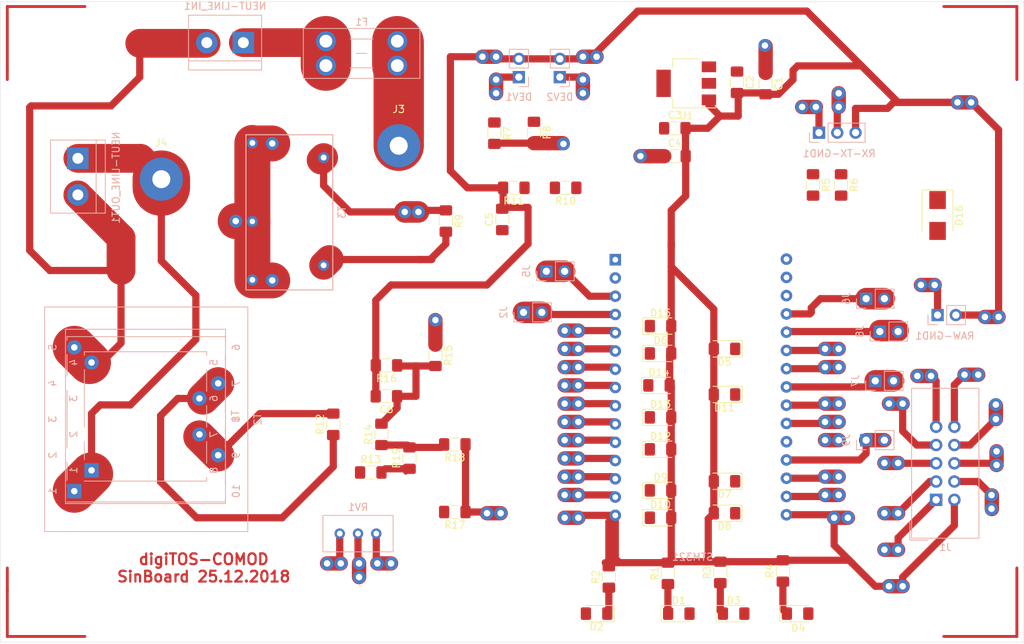
<source format=kicad_pcb>
(kicad_pcb (version 20171130) (host pcbnew "(6.0.0-rc1-dev-1423-g6eca92436)")

  (general
    (thickness 1.6)
    (drawings 16)
    (tracks 458)
    (zones 0)
    (modules 67)
    (nets 48)
  )

  (page A4)
  (layers
    (0 F.Cu signal)
    (31 B.Cu signal)
    (32 B.Adhes user)
    (33 F.Adhes user)
    (34 B.Paste user)
    (35 F.Paste user)
    (36 B.SilkS user)
    (37 F.SilkS user)
    (38 B.Mask user)
    (39 F.Mask user)
    (40 Dwgs.User user)
    (41 Cmts.User user)
    (42 Eco1.User user)
    (43 Eco2.User user)
    (44 Edge.Cuts user)
    (45 Margin user)
    (46 B.CrtYd user)
    (47 F.CrtYd user)
    (48 B.Fab user)
    (49 F.Fab user)
  )

  (setup
    (last_trace_width 1)
    (trace_clearance 0.4)
    (zone_clearance 1)
    (zone_45_only no)
    (trace_min 0.2)
    (via_size 1.8)
    (via_drill 0.9)
    (via_min_size 0.4)
    (via_min_drill 0.3)
    (uvia_size 0.8)
    (uvia_drill 0.4)
    (uvias_allowed no)
    (uvia_min_size 0.2)
    (uvia_min_drill 0.1)
    (edge_width 0.05)
    (segment_width 0.2)
    (pcb_text_width 0.3)
    (pcb_text_size 1.5 1.5)
    (mod_edge_width 0.12)
    (mod_text_size 1 1)
    (mod_text_width 0.15)
    (pad_size 1.52 1.52)
    (pad_drill 0.81)
    (pad_to_mask_clearance 0.051)
    (solder_mask_min_width 0.25)
    (aux_axis_origin 0 0)
    (visible_elements 7FFFFFFF)
    (pcbplotparams
      (layerselection 0x010fc_ffffffff)
      (usegerberextensions false)
      (usegerberattributes false)
      (usegerberadvancedattributes false)
      (creategerberjobfile false)
      (excludeedgelayer true)
      (linewidth 0.100000)
      (plotframeref false)
      (viasonmask false)
      (mode 1)
      (useauxorigin false)
      (hpglpennumber 1)
      (hpglpenspeed 20)
      (hpglpendiameter 15.000000)
      (psnegative false)
      (psa4output false)
      (plotreference true)
      (plotvalue true)
      (plotinvisibletext false)
      (padsonsilk false)
      (subtractmaskfromsilk false)
      (outputformat 4)
      (mirror false)
      (drillshape 0)
      (scaleselection 1)
      (outputdirectory "digiTOS-COMOD-SinBoard-20.12.2018-pdf/"))
  )

  (net 0 "")
  (net 1 GND)
  (net 2 NEUT)
  (net 3 AC)
  (net 4 V_Trans_out2)
  (net 5 V_Trans_out1)
  (net 6 +12V)
  (net 7 "Net-(F1-Pad2)")
  (net 8 LINE)
  (net 9 "Net-(D1-Pad1)")
  (net 10 "Net-(D2-Pad1)")
  (net 11 "Net-(D3-Pad1)")
  (net 12 "Net-(D4-Pad1)")
  (net 13 +3V3)
  (net 14 LED1)
  (net 15 LED2)
  (net 16 LED3)
  (net 17 LED4)
  (net 18 RX)
  (net 19 TX)
  (net 20 CH1)
  (net 21 FAULT_FEEDBACK)
  (net 22 CH2)
  (net 23 RST)
  (net 24 CH3)
  (net 25 DC_FEEDBACK)
  (net 26 CH4)
  (net 27 "Net-(R5-Pad1)")
  (net 28 "Net-(R6-Pad1)")
  (net 29 CT_out2)
  (net 30 DEV_MODE1)
  (net 31 DEV_MODE2)
  (net 32 "Net-(C5-Pad1)")
  (net 33 V_OUT)
  (net 34 "Net-(C1-Pad1)")
  (net 35 "Net-(R13-Pad2)")
  (net 36 "Net-(R14-Pad1)")
  (net 37 "Net-(R17-Pad2)")
  (net 38 E2)
  (net 39 E1)
  (net 40 E3)
  (net 41 E5)
  (net 42 E4)
  (net 43 E6)
  (net 44 "Net-(STM321-Pad17)")
  (net 45 "Net-(STM321-Pad2)")
  (net 46 "Net-(STM321-Pad18)")
  (net 47 "Net-(T3-Pad5)")

  (net_class Default "This is the default net class."
    (clearance 0.4)
    (trace_width 1)
    (via_dia 1.8)
    (via_drill 0.9)
    (uvia_dia 0.8)
    (uvia_drill 0.4)
    (diff_pair_width 0.6)
    (diff_pair_gap 0.6)
    (add_net +12V)
    (add_net +3V3)
    (add_net AC)
    (add_net CH1)
    (add_net CH2)
    (add_net CH3)
    (add_net CH4)
    (add_net CT_out2)
    (add_net DC_FEEDBACK)
    (add_net DEV_MODE1)
    (add_net DEV_MODE2)
    (add_net E1)
    (add_net E2)
    (add_net E3)
    (add_net E4)
    (add_net E5)
    (add_net E6)
    (add_net FAULT_FEEDBACK)
    (add_net GND)
    (add_net LED1)
    (add_net LED2)
    (add_net LED3)
    (add_net LED4)
    (add_net LINE)
    (add_net NEUT)
    (add_net "Net-(C1-Pad1)")
    (add_net "Net-(C5-Pad1)")
    (add_net "Net-(D1-Pad1)")
    (add_net "Net-(D2-Pad1)")
    (add_net "Net-(D3-Pad1)")
    (add_net "Net-(D4-Pad1)")
    (add_net "Net-(F1-Pad2)")
    (add_net "Net-(R13-Pad2)")
    (add_net "Net-(R14-Pad1)")
    (add_net "Net-(R17-Pad2)")
    (add_net "Net-(R5-Pad1)")
    (add_net "Net-(R6-Pad1)")
    (add_net "Net-(STM321-Pad17)")
    (add_net "Net-(STM321-Pad18)")
    (add_net "Net-(STM321-Pad2)")
    (add_net "Net-(T3-Pad5)")
    (add_net RST)
    (add_net RX)
    (add_net TX)
    (add_net V_OUT)
    (add_net V_Trans_out1)
    (add_net V_Trans_out2)
  )

  (module MountingHole:MountingHole_4.3mm_M4 (layer F.Cu) (tedit 56D1B4CB) (tstamp 5C14886E)
    (at 245.745 125.73)
    (descr "Mounting Hole 4.3mm, no annular, M4")
    (tags "mounting hole 4.3mm no annular m4")
    (path /5C1428CF)
    (attr virtual)
    (fp_text reference H1 (at 0 -5.3) (layer F.SilkS) hide
      (effects (font (size 1 1) (thickness 0.15)))
    )
    (fp_text value MountingHole (at 0 5.3) (layer F.Fab)
      (effects (font (size 1 1) (thickness 0.15)))
    )
    (fp_text user %R (at 0.3 0) (layer F.Fab)
      (effects (font (size 1 1) (thickness 0.15)))
    )
    (fp_circle (center 0 0) (end 4.3 0) (layer Cmts.User) (width 0.15))
    (fp_circle (center 0 0) (end 4.55 0) (layer F.CrtYd) (width 0.05))
    (pad 1 np_thru_hole circle (at 0 0) (size 4.3 4.3) (drill 4.3) (layers *.Cu *.Mask))
  )

  (module MountingHole:MountingHole_4.3mm_M4 (layer F.Cu) (tedit 56D1B4CB) (tstamp 5C148876)
    (at 116.205 125.73)
    (descr "Mounting Hole 4.3mm, no annular, M4")
    (tags "mounting hole 4.3mm no annular m4")
    (path /5C142F8F)
    (attr virtual)
    (fp_text reference H2 (at 0 -5.3) (layer F.SilkS) hide
      (effects (font (size 1 1) (thickness 0.15)))
    )
    (fp_text value MountingHole (at -1.27 5.08) (layer F.Fab)
      (effects (font (size 1 1) (thickness 0.15)))
    )
    (fp_circle (center 0 0) (end 4.55 0) (layer F.CrtYd) (width 0.05))
    (fp_circle (center 0 0) (end 4.3 0) (layer Cmts.User) (width 0.15))
    (fp_text user %R (at 0.3 0) (layer F.Fab)
      (effects (font (size 1 1) (thickness 0.15)))
    )
    (pad 1 np_thru_hole circle (at 0 0) (size 4.3 4.3) (drill 4.3) (layers *.Cu *.Mask))
  )

  (module MountingHole:MountingHole_4.3mm_M4 (layer F.Cu) (tedit 56D1B4CB) (tstamp 5C14887E)
    (at 244.475 48.895)
    (descr "Mounting Hole 4.3mm, no annular, M4")
    (tags "mounting hole 4.3mm no annular m4")
    (path /5C14364D)
    (attr virtual)
    (fp_text reference H3 (at 0 -5.3) (layer F.SilkS) hide
      (effects (font (size 1 1) (thickness 0.15)))
    )
    (fp_text value MountingHole (at 0 5.3) (layer F.Fab)
      (effects (font (size 1 1) (thickness 0.15)))
    )
    (fp_text user %R (at 0.3 0) (layer F.Fab)
      (effects (font (size 1 1) (thickness 0.15)))
    )
    (fp_circle (center 0 0) (end 4.3 0) (layer Cmts.User) (width 0.15))
    (fp_circle (center 0 0) (end 4.55 0) (layer F.CrtYd) (width 0.05))
    (pad 1 np_thru_hole circle (at 0 0) (size 4.3 4.3) (drill 4.3) (layers *.Cu *.Mask))
  )

  (module MountingHole:MountingHole_4.3mm_M4 (layer F.Cu) (tedit 56D1B4CB) (tstamp 5C148886)
    (at 116.205 48.895)
    (descr "Mounting Hole 4.3mm, no annular, M4")
    (tags "mounting hole 4.3mm no annular m4")
    (path /5C143F1B)
    (attr virtual)
    (fp_text reference H4 (at 0 -5.3) (layer F.SilkS) hide
      (effects (font (size 1 1) (thickness 0.15)))
    )
    (fp_text value MountingHole (at 0 5.3) (layer F.Fab)
      (effects (font (size 1 1) (thickness 0.15)))
    )
    (fp_circle (center 0 0) (end 4.55 0) (layer F.CrtYd) (width 0.05))
    (fp_circle (center 0 0) (end 4.3 0) (layer Cmts.User) (width 0.15))
    (fp_text user %R (at 0.3 0) (layer F.Fab)
      (effects (font (size 1 1) (thickness 0.15)))
    )
    (pad 1 np_thru_hole circle (at 0 0) (size 4.3 4.3) (drill 4.3) (layers *.Cu *.Mask))
  )

  (module BV_Discon:BV202S09006 (layer B.Cu) (tedit 5C14B09D) (tstamp 5C151485)
    (at 122.2 107.7 90)
    (descr http://www.breve.pl/pdf/ANG/TEZ_ang.pdf)
    (tags "TEZ PCB Transformer")
    (path /5C157781)
    (fp_text reference T1 (at 7.5 20 90) (layer B.SilkS)
      (effects (font (size 1 1) (thickness 0.15)) (justify mirror))
    )
    (fp_text value BV202S09006 (at 7.25 6 90) (layer F.Fab)
      (effects (font (size 1 1) (thickness 0.15)))
    )
    (fp_line (start 19.62 -3.62) (end -4.62 -3.62) (layer B.SilkS) (width 0.12))
    (fp_line (start 19.62 -3.62) (end 19.62 18.62) (layer B.SilkS) (width 0.12))
    (fp_line (start -4.62 18.62) (end -4.62 -3.62) (layer B.SilkS) (width 0.12))
    (fp_line (start -4.62 18.62) (end 19.62 18.62) (layer B.SilkS) (width 0.12))
    (fp_line (start 19.75 -3.75) (end -4.75 -3.75) (layer B.CrtYd) (width 0.05))
    (fp_line (start 19.75 -3.75) (end 19.75 18.75) (layer B.CrtYd) (width 0.05))
    (fp_line (start -4.75 18.75) (end -4.75 -3.75) (layer B.CrtYd) (width 0.05))
    (fp_line (start -4.75 18.75) (end 19.75 18.75) (layer B.CrtYd) (width 0.05))
    (fp_line (start -4.5 -3.5) (end -4.5 18.5) (layer B.Fab) (width 0.1))
    (fp_line (start 19.5 -3.5) (end -4.5 -3.5) (layer B.Fab) (width 0.1))
    (fp_line (start 19.5 18.5) (end 19.5 -3.5) (layer B.Fab) (width 0.1))
    (fp_line (start -4.5 18.5) (end 19.5 18.5) (layer B.Fab) (width 0.1))
    (fp_line (start 1 16) (end 4 16) (layer B.SilkS) (width 0.12))
    (fp_line (start 6 16) (end 9 16) (layer B.SilkS) (width 0.12))
    (fp_line (start 11 16) (end 14 16) (layer B.SilkS) (width 0.12))
    (fp_line (start 16 16) (end 16.5 16) (layer B.SilkS) (width 0.12))
    (fp_line (start -1 16) (end -1.5 16) (layer B.SilkS) (width 0.12))
    (fp_line (start 6 -1) (end 14 -1) (layer B.SilkS) (width 0.12))
    (fp_line (start 16.5 -1) (end 16.5 16) (layer B.SilkS) (width 0.12))
    (fp_line (start 16 -1) (end 16.5 -1) (layer B.SilkS) (width 0.12))
    (fp_line (start -1.5 -1) (end -1.5 16) (layer B.SilkS) (width 0.12))
    (fp_line (start 4 -1) (end 1.5 -1) (layer B.SilkS) (width 0.12))
    (fp_line (start -1.5 -1) (end -1.5 16) (layer B.Fab) (width 0.1))
    (fp_line (start 16.5 -1) (end -1.5 -1) (layer B.Fab) (width 0.1))
    (fp_line (start 16.5 16) (end 16.5 -1) (layer B.Fab) (width 0.1))
    (fp_line (start -1.5 16) (end 16.5 16) (layer B.Fab) (width 0.1))
    (fp_text user %R (at 7.5 7.5 90) (layer B.Fab)
      (effects (font (size 1 1) (thickness 0.15)) (justify mirror))
    )
    (fp_text user 1 (at 0 -2.5 90) (layer B.SilkS)
      (effects (font (size 1 1) (thickness 0.15)) (justify mirror))
    )
    (fp_text user 2 (at 5 -2.5 90) (layer B.SilkS)
      (effects (font (size 1 1) (thickness 0.15)) (justify mirror))
    )
    (fp_text user 3 (at 10 -2.5 90) (layer B.SilkS)
      (effects (font (size 1 1) (thickness 0.15)) (justify mirror))
    )
    (fp_text user 4 (at 15 -2.5 90) (layer B.SilkS)
      (effects (font (size 1 1) (thickness 0.15)) (justify mirror))
    )
    (fp_text user 5 (at 15 17 90) (layer B.SilkS)
      (effects (font (size 1 1) (thickness 0.15)) (justify mirror))
    )
    (fp_text user 6 (at 10 17 90) (layer B.SilkS)
      (effects (font (size 1 1) (thickness 0.15)) (justify mirror))
    )
    (fp_text user 7 (at 5 17 90) (layer B.SilkS)
      (effects (font (size 1 1) (thickness 0.15)) (justify mirror))
    )
    (fp_text user 8 (at 0 17 90) (layer B.SilkS)
      (effects (font (size 1 1) (thickness 0.15)) (justify mirror))
    )
    (pad 7 thru_hole circle (at 5 15 90) (size 2 2) (drill 0.9) (layers *.Cu *.Mask)
      (net 5 V_Trans_out1))
    (pad 6 thru_hole circle (at 10 15 90) (size 2 2) (drill 0.9) (layers *.Cu *.Mask)
      (net 4 V_Trans_out2))
    (pad 4 thru_hole circle (at 15 0 90) (size 2 2) (drill 0.9) (layers *.Cu *.Mask)
      (net 2 NEUT))
    (pad 1 thru_hole rect (at 0 0 90) (size 2 2) (drill 0.9) (layers *.Cu *.Mask)
      (net 8 LINE))
    (model ${KISYS3DMOD}/Transformer_THT.3dshapes/Transformer_Breve_TEZ-22x24.wrl
      (at (xyz 0 0 0))
      (scale (xyz 1 1 1))
      (rotate (xyz 0 0 0))
    )
  )

  (module BV_Discon:BV302S18020 (layer B.Cu) (tedit 5C14B13F) (tstamp 5C1514B4)
    (at 119.8 110.6 90)
    (descr http://www.breve.pl/pdf/ANG/TEZ_ang.pdf)
    (tags "TEZ PCB Transformer")
    (path /5C143A42)
    (fp_text reference T2 (at 10 25.5 90) (layer B.SilkS)
      (effects (font (size 1 1) (thickness 0.15)) (justify mirror))
    )
    (fp_text value BV302S18020 (at 10 8.5 90) (layer B.Fab)
      (effects (font (size 1 1) (thickness 0.15)) (justify mirror))
    )
    (fp_line (start 25.62 -4.12) (end -5.62 -4.12) (layer B.SilkS) (width 0.12))
    (fp_line (start 25.62 -4.12) (end 25.62 24.12) (layer B.SilkS) (width 0.12))
    (fp_line (start -5.62 24.12) (end -5.62 -4.12) (layer B.SilkS) (width 0.12))
    (fp_line (start -5.62 24.12) (end 25.62 24.12) (layer B.SilkS) (width 0.12))
    (fp_line (start 25.75 -4.25) (end -5.75 -4.25) (layer B.CrtYd) (width 0.05))
    (fp_line (start 25.75 -4.25) (end 25.75 24.25) (layer B.CrtYd) (width 0.05))
    (fp_line (start -5.75 24.25) (end -5.75 -4.25) (layer B.CrtYd) (width 0.05))
    (fp_line (start -5.75 24.25) (end 25.75 24.25) (layer B.CrtYd) (width 0.05))
    (fp_line (start -5.5 -4) (end -5.5 24) (layer B.Fab) (width 0.1))
    (fp_line (start 25.5 -4) (end -5.5 -4) (layer B.Fab) (width 0.1))
    (fp_line (start 25.5 24) (end 25.5 -4) (layer B.Fab) (width 0.1))
    (fp_line (start -5.5 24) (end 25.5 24) (layer B.Fab) (width 0.1))
    (fp_line (start 21.5 21) (end 21 21) (layer B.SilkS) (width 0.12))
    (fp_line (start 21.5 -1) (end 21.5 21) (layer B.SilkS) (width 0.12))
    (fp_line (start 21 -1) (end 21.5 -1) (layer B.SilkS) (width 0.12))
    (fp_line (start 19 21) (end 16 21) (layer B.SilkS) (width 0.12))
    (fp_line (start 14 21) (end 11 21) (layer B.SilkS) (width 0.12))
    (fp_line (start 9 21) (end 6 21) (layer B.SilkS) (width 0.12))
    (fp_line (start 4 21) (end 1 21) (layer B.SilkS) (width 0.12))
    (fp_line (start -1.5 21) (end -1.5 -1) (layer B.SilkS) (width 0.12))
    (fp_line (start -1 21) (end -1.5 21) (layer B.SilkS) (width 0.12))
    (fp_line (start 1.5 -1) (end 4 -1) (layer B.SilkS) (width 0.12))
    (fp_line (start 6 -1) (end 14 -1) (layer B.SilkS) (width 0.12))
    (fp_line (start 16 -1) (end 19 -1) (layer B.SilkS) (width 0.12))
    (fp_line (start 21.5 21) (end -1.5 21) (layer B.Fab) (width 0.1))
    (fp_line (start 21.5 -1) (end 21.5 21) (layer B.Fab) (width 0.1))
    (fp_line (start -1.5 -1) (end 21.5 -1) (layer B.Fab) (width 0.1))
    (fp_line (start -1.5 21) (end -1.5 -1) (layer B.Fab) (width 0.1))
    (fp_text user %R (at 10 10 90) (layer B.Fab)
      (effects (font (size 1 1) (thickness 0.15)) (justify mirror))
    )
    (fp_text user 1 (at 0 -3 90) (layer B.SilkS)
      (effects (font (size 1 1) (thickness 0.15)) (justify mirror))
    )
    (fp_text user 2 (at 5 -3 90) (layer B.SilkS)
      (effects (font (size 1 1) (thickness 0.15)) (justify mirror))
    )
    (fp_text user 3 (at 10 -3 90) (layer B.SilkS)
      (effects (font (size 1 1) (thickness 0.15)) (justify mirror))
    )
    (fp_text user 4 (at 15 -3 90) (layer B.SilkS)
      (effects (font (size 1 1) (thickness 0.15)) (justify mirror))
    )
    (fp_text user 5 (at 20 -3 90) (layer B.SilkS)
      (effects (font (size 1 1) (thickness 0.15)) (justify mirror))
    )
    (fp_text user 6 (at 20 22.5 90) (layer B.SilkS)
      (effects (font (size 1 1) (thickness 0.15)) (justify mirror))
    )
    (fp_text user 7 (at 15 22.5 90) (layer B.SilkS)
      (effects (font (size 1 1) (thickness 0.15)) (justify mirror))
    )
    (fp_text user 8 (at 10 22.5 90) (layer B.SilkS)
      (effects (font (size 1 1) (thickness 0.15)) (justify mirror))
    )
    (fp_text user 9 (at 5 22.5 90) (layer B.SilkS)
      (effects (font (size 1 1) (thickness 0.15)) (justify mirror))
    )
    (fp_text user 10 (at 0 22.5 90) (layer B.SilkS)
      (effects (font (size 1 1) (thickness 0.15)) (justify mirror))
    )
    (pad 9 thru_hole circle (at 5 20 90) (size 2 2) (drill 0.9) (layers *.Cu *.Mask)
      (net 5 V_Trans_out1))
    (pad 7 thru_hole circle (at 15 20 90) (size 2 2) (drill 0.9) (layers *.Cu *.Mask)
      (net 4 V_Trans_out2))
    (pad 5 thru_hole circle (at 20 0 90) (size 2 2) (drill 0.9) (layers *.Cu *.Mask)
      (net 2 NEUT))
    (pad 1 thru_hole rect (at 0 0 90) (size 2 2) (drill 0.9) (layers *.Cu *.Mask)
      (net 8 LINE))
    (model ${KISYS3DMOD}/Transformer_THT.3dshapes/Transformer_Breve_TEZ-28x33.wrl
      (at (xyz 0 0 0))
      (scale (xyz 1 1 1))
      (rotate (xyz 0 0 0))
    )
  )

  (module Fuse:Fuseholder_Blade_Mini_Keystone_3568 (layer B.Cu) (tedit 5A1C891F) (tstamp 5C151FDD)
    (at 164.7 48 180)
    (descr "fuse holder, car blade fuse mini, http://www.keyelco.com/product-pdf.cfm?p=306")
    (tags "car blade fuse mini")
    (path /5C14FE8B)
    (fp_text reference F1 (at 4.96 2.67 180) (layer B.SilkS)
      (effects (font (size 1 1) (thickness 0.15)) (justify mirror))
    )
    (fp_text value Fuse (at 4.96 -6.07 180) (layer B.Fab)
      (effects (font (size 1 1) (thickness 0.15)) (justify mirror))
    )
    (fp_line (start -3.04 1.67) (end -3.04 -5.07) (layer B.Fab) (width 0.1))
    (fp_line (start -3.04 -5.07) (end 12.96 -5.07) (layer B.Fab) (width 0.1))
    (fp_line (start 12.96 -5.07) (end 12.96 1.67) (layer B.Fab) (width 0.1))
    (fp_line (start 12.96 1.67) (end -3.04 1.67) (layer B.Fab) (width 0.1))
    (fp_line (start -3.14 1.77) (end -3.14 -5.17) (layer B.SilkS) (width 0.12))
    (fp_line (start -3.14 -5.17) (end 13.06 -5.17) (layer B.SilkS) (width 0.12))
    (fp_line (start 13.06 -5.17) (end 13.06 1.77) (layer B.SilkS) (width 0.12))
    (fp_line (start 13.06 1.77) (end -3.14 1.77) (layer B.SilkS) (width 0.12))
    (fp_line (start 4.21 -1.7) (end 5.71 -1.7) (layer B.SilkS) (width 0.12))
    (fp_line (start 6.56 -3.7) (end 3.36 -3.7) (layer B.SilkS) (width 0.12))
    (fp_line (start 3.36 0.3) (end 6.56 0.3) (layer B.SilkS) (width 0.12))
    (fp_line (start -3.29 1.92) (end -3.29 -5.32) (layer B.CrtYd) (width 0.05))
    (fp_line (start -3.29 -5.32) (end 13.21 -5.32) (layer B.CrtYd) (width 0.05))
    (fp_line (start 13.21 -5.32) (end 13.21 1.92) (layer B.CrtYd) (width 0.05))
    (fp_line (start 13.21 1.92) (end -3.29 1.92) (layer B.CrtYd) (width 0.05))
    (fp_text user %R (at 4.96 -1.7) (layer B.Fab)
      (effects (font (size 1 1) (thickness 0.15)) (justify mirror))
    )
    (pad 1 thru_hole circle (at 0 0 180) (size 2.78 2.78) (drill 1.78) (layers *.Cu *.Mask)
      (net 3 AC))
    (pad 1 thru_hole circle (at 0 -3.4 180) (size 2.78 2.78) (drill 1.78) (layers *.Cu *.Mask)
      (net 3 AC))
    (pad 2 thru_hole circle (at 9.92 0 180) (size 2.78 2.78) (drill 1.78) (layers *.Cu *.Mask)
      (net 7 "Net-(F1-Pad2)"))
    (pad 2 thru_hole circle (at 9.92 -3.4 180) (size 2.78 2.78) (drill 1.78) (layers *.Cu *.Mask)
      (net 7 "Net-(F1-Pad2)"))
    (model ${KISYS3DMOD}/Fuse.3dshapes/Fuseholder_Blade_Mini_Keystone_3568.wrl
      (offset (xyz 4.063999938964844 0 0))
      (scale (xyz 0.39 0.39 0.39))
      (rotate (xyz 0 0 0))
    )
  )

  (module TerminalBlock:TerminalBlock_bornier-2_P5.08mm (layer B.Cu) (tedit 59FF03AB) (tstamp 5C151FF2)
    (at 143.3 48.2 180)
    (descr "simple 2-pin terminal block, pitch 5.08mm, revamped version of bornier2")
    (tags "terminal block bornier2")
    (path /5C14DCFC)
    (fp_text reference NEUT-LINE_IN1 (at 2.54 5.08 180) (layer B.SilkS)
      (effects (font (size 1 1) (thickness 0.15)) (justify mirror))
    )
    (fp_text value Screw_Terminal_01x02 (at 2.54 -5.08 180) (layer B.Fab)
      (effects (font (size 1 1) (thickness 0.15)) (justify mirror))
    )
    (fp_text user %R (at 2.54 0 180) (layer B.Fab)
      (effects (font (size 1 1) (thickness 0.15)) (justify mirror))
    )
    (fp_line (start -2.41 -2.55) (end 7.49 -2.55) (layer B.Fab) (width 0.1))
    (fp_line (start -2.46 3.75) (end -2.46 -3.75) (layer B.Fab) (width 0.1))
    (fp_line (start -2.46 -3.75) (end 7.54 -3.75) (layer B.Fab) (width 0.1))
    (fp_line (start 7.54 -3.75) (end 7.54 3.75) (layer B.Fab) (width 0.1))
    (fp_line (start 7.54 3.75) (end -2.46 3.75) (layer B.Fab) (width 0.1))
    (fp_line (start 7.62 -2.54) (end -2.54 -2.54) (layer B.SilkS) (width 0.12))
    (fp_line (start 7.62 -3.81) (end 7.62 3.81) (layer B.SilkS) (width 0.12))
    (fp_line (start 7.62 3.81) (end -2.54 3.81) (layer B.SilkS) (width 0.12))
    (fp_line (start -2.54 3.81) (end -2.54 -3.81) (layer B.SilkS) (width 0.12))
    (fp_line (start -2.54 -3.81) (end 7.62 -3.81) (layer B.SilkS) (width 0.12))
    (fp_line (start -2.71 4) (end 7.79 4) (layer B.CrtYd) (width 0.05))
    (fp_line (start -2.71 4) (end -2.71 -4) (layer B.CrtYd) (width 0.05))
    (fp_line (start 7.79 -4) (end 7.79 4) (layer B.CrtYd) (width 0.05))
    (fp_line (start 7.79 -4) (end -2.71 -4) (layer B.CrtYd) (width 0.05))
    (pad 1 thru_hole rect (at 0 0 180) (size 3 3) (drill 1.52) (layers *.Cu *.Mask)
      (net 7 "Net-(F1-Pad2)"))
    (pad 2 thru_hole circle (at 5.08 0 180) (size 3 3) (drill 1.52) (layers *.Cu *.Mask)
      (net 2 NEUT))
    (model ${KISYS3DMOD}/TerminalBlock.3dshapes/TerminalBlock_bornier-2_P5.08mm.wrl
      (offset (xyz 2.539999961853027 0 0))
      (scale (xyz 1 1 1))
      (rotate (xyz 0 0 0))
    )
  )

  (module Connector_Wire:SolderWirePad_1x01_Drill2.5mm (layer F.Cu) (tedit 5AEE5EC9) (tstamp 5C152F46)
    (at 164.9 62.55)
    (descr "Wire solder connection")
    (tags connector)
    (path /5C156BF3)
    (attr virtual)
    (fp_text reference J3 (at 0 -5.08) (layer F.SilkS)
      (effects (font (size 1 1) (thickness 0.15)))
    )
    (fp_text value Conn_01x01_Female (at 0 5.08) (layer F.Fab)
      (effects (font (size 1 1) (thickness 0.15)))
    )
    (fp_line (start 3.5 3.5) (end -3.5 3.5) (layer F.CrtYd) (width 0.05))
    (fp_line (start 3.5 3.5) (end 3.5 -3.5) (layer F.CrtYd) (width 0.05))
    (fp_line (start -3.5 -3.5) (end -3.5 3.5) (layer F.CrtYd) (width 0.05))
    (fp_line (start -3.5 -3.5) (end 3.5 -3.5) (layer F.CrtYd) (width 0.05))
    (fp_text user %R (at 0 0) (layer F.Fab)
      (effects (font (size 1 1) (thickness 0.15)))
    )
    (pad 1 thru_hole circle (at 0 0) (size 5.99948 5.99948) (drill 2.49936) (layers *.Cu *.Mask)
      (net 3 AC))
  )

  (module Connector_Wire:SolderWirePad_1x01_Drill2.5mm (layer F.Cu) (tedit 5AEE5EC9) (tstamp 5C152F50)
    (at 131.9 67.2)
    (descr "Wire solder connection")
    (tags connector)
    (path /5C156814)
    (attr virtual)
    (fp_text reference J4 (at 0 -5.08) (layer F.SilkS)
      (effects (font (size 1 1) (thickness 0.15)))
    )
    (fp_text value Conn_01x01_Female (at 0 5.08) (layer F.Fab)
      (effects (font (size 1 1) (thickness 0.15)))
    )
    (fp_text user %R (at 0 0) (layer F.Fab)
      (effects (font (size 1 1) (thickness 0.15)))
    )
    (fp_line (start -3.5 -3.5) (end 3.5 -3.5) (layer F.CrtYd) (width 0.05))
    (fp_line (start -3.5 -3.5) (end -3.5 3.5) (layer F.CrtYd) (width 0.05))
    (fp_line (start 3.5 3.5) (end 3.5 -3.5) (layer F.CrtYd) (width 0.05))
    (fp_line (start 3.5 3.5) (end -3.5 3.5) (layer F.CrtYd) (width 0.05))
    (pad 1 thru_hole circle (at 0 0) (size 5.99948 5.99948) (drill 2.49936) (layers *.Cu *.Mask)
      (net 8 LINE))
  )

  (module TerminalBlock:TerminalBlock_bornier-2_P5.08mm (layer B.Cu) (tedit 59FF03AB) (tstamp 5C152F65)
    (at 120.3 64.3 270)
    (descr "simple 2-pin terminal block, pitch 5.08mm, revamped version of bornier2")
    (tags "terminal block bornier2")
    (path /5C159FA7)
    (fp_text reference NEUT-LINE_OUT1 (at 2.7 -5.3 270) (layer B.SilkS)
      (effects (font (size 1 1) (thickness 0.15)) (justify mirror))
    )
    (fp_text value Screw_Terminal_01x02 (at 2.2 6.4 270) (layer B.Fab)
      (effects (font (size 1 1) (thickness 0.15)) (justify mirror))
    )
    (fp_text user %R (at 2.54 0 270) (layer B.Fab)
      (effects (font (size 1 1) (thickness 0.15)) (justify mirror))
    )
    (fp_line (start -2.41 -2.55) (end 7.49 -2.55) (layer B.Fab) (width 0.1))
    (fp_line (start -2.46 3.75) (end -2.46 -3.75) (layer B.Fab) (width 0.1))
    (fp_line (start -2.46 -3.75) (end 7.54 -3.75) (layer B.Fab) (width 0.1))
    (fp_line (start 7.54 -3.75) (end 7.54 3.75) (layer B.Fab) (width 0.1))
    (fp_line (start 7.54 3.75) (end -2.46 3.75) (layer B.Fab) (width 0.1))
    (fp_line (start 7.62 -2.54) (end -2.54 -2.54) (layer B.SilkS) (width 0.12))
    (fp_line (start 7.62 -3.81) (end 7.62 3.81) (layer B.SilkS) (width 0.12))
    (fp_line (start 7.62 3.81) (end -2.54 3.81) (layer B.SilkS) (width 0.12))
    (fp_line (start -2.54 3.81) (end -2.54 -3.81) (layer B.SilkS) (width 0.12))
    (fp_line (start -2.54 -3.81) (end 7.62 -3.81) (layer B.SilkS) (width 0.12))
    (fp_line (start -2.71 4) (end 7.79 4) (layer B.CrtYd) (width 0.05))
    (fp_line (start -2.71 4) (end -2.71 -4) (layer B.CrtYd) (width 0.05))
    (fp_line (start 7.79 -4) (end 7.79 4) (layer B.CrtYd) (width 0.05))
    (fp_line (start 7.79 -4) (end -2.71 -4) (layer B.CrtYd) (width 0.05))
    (pad 1 thru_hole rect (at 0 0 270) (size 3 3) (drill 1.52) (layers *.Cu *.Mask)
      (net 8 LINE))
    (pad 2 thru_hole circle (at 5.08 0 270) (size 3 3) (drill 1.52) (layers *.Cu *.Mask)
      (net 2 NEUT))
    (model ${KISYS3DMOD}/TerminalBlock.3dshapes/TerminalBlock_bornier-2_P5.08mm.wrl
      (offset (xyz 2.539999961853027 0 0))
      (scale (xyz 1 1 1))
      (rotate (xyz 0 0 0))
    )
  )

  (module Connector_PinSocket_2.54mm:PinSocket_1x02_P2.54mm_Vertical (layer B.Cu) (tedit 5A19A420) (tstamp 5C1548E2)
    (at 239.8 86.1 270)
    (descr "Through hole straight socket strip, 1x02, 2.54mm pitch, single row (from Kicad 4.0.7), script generated")
    (tags "Through hole socket strip THT 1x02 2.54mm single row")
    (path /5C143153)
    (fp_text reference RAW-GND1 (at 2.9 -1) (layer B.SilkS)
      (effects (font (size 1 1) (thickness 0.15)) (justify mirror))
    )
    (fp_text value Conn_01x02_Male (at 0 -5.31 270) (layer B.Fab)
      (effects (font (size 1 1) (thickness 0.15)) (justify mirror))
    )
    (fp_line (start -1.27 1.27) (end 0.635 1.27) (layer B.Fab) (width 0.1))
    (fp_line (start 0.635 1.27) (end 1.27 0.635) (layer B.Fab) (width 0.1))
    (fp_line (start 1.27 0.635) (end 1.27 -3.81) (layer B.Fab) (width 0.1))
    (fp_line (start 1.27 -3.81) (end -1.27 -3.81) (layer B.Fab) (width 0.1))
    (fp_line (start -1.27 -3.81) (end -1.27 1.27) (layer B.Fab) (width 0.1))
    (fp_line (start -1.33 -1.27) (end 1.33 -1.27) (layer B.SilkS) (width 0.12))
    (fp_line (start -1.33 -1.27) (end -1.33 -3.87) (layer B.SilkS) (width 0.12))
    (fp_line (start -1.33 -3.87) (end 1.33 -3.87) (layer B.SilkS) (width 0.12))
    (fp_line (start 1.33 -1.27) (end 1.33 -3.87) (layer B.SilkS) (width 0.12))
    (fp_line (start 1.33 1.33) (end 1.33 0) (layer B.SilkS) (width 0.12))
    (fp_line (start 0 1.33) (end 1.33 1.33) (layer B.SilkS) (width 0.12))
    (fp_line (start -1.8 1.8) (end 1.75 1.8) (layer B.CrtYd) (width 0.05))
    (fp_line (start 1.75 1.8) (end 1.75 -4.3) (layer B.CrtYd) (width 0.05))
    (fp_line (start 1.75 -4.3) (end -1.8 -4.3) (layer B.CrtYd) (width 0.05))
    (fp_line (start -1.8 -4.3) (end -1.8 1.8) (layer B.CrtYd) (width 0.05))
    (fp_text user %R (at 0 -1.27 180) (layer B.Fab)
      (effects (font (size 1 1) (thickness 0.15)) (justify mirror))
    )
    (pad 1 thru_hole rect (at 0 0 270) (size 1.7 1.7) (drill 1) (layers *.Cu *.Mask)
      (net 6 +12V))
    (pad 2 thru_hole oval (at 0 -2.54 270) (size 1.7 1.7) (drill 1) (layers *.Cu *.Mask)
      (net 1 GND))
    (model ${KISYS3DMOD}/Connector_PinSocket_2.54mm.3dshapes/PinSocket_1x02_P2.54mm_Vertical.wrl
      (at (xyz 0 0 0))
      (scale (xyz 1 1 1))
      (rotate (xyz 0 0 0))
    )
  )

  (module Capacitor_SMD:C_1206_3216Metric_Pad1.42x1.75mm_HandSolder (layer F.Cu) (tedit 5B301BBE) (tstamp 5C1559F2)
    (at 215.9 53.9 270)
    (descr "Capacitor SMD 1206 (3216 Metric), square (rectangular) end terminal, IPC_7351 nominal with elongated pad for handsoldering. (Body size source: http://www.tortai-tech.com/upload/download/2011102023233369053.pdf), generated with kicad-footprint-generator")
    (tags "capacitor handsolder")
    (path /5C190046)
    (attr smd)
    (fp_text reference C1 (at 0 -1.82 270) (layer F.SilkS)
      (effects (font (size 1 1) (thickness 0.15)))
    )
    (fp_text value 22uf (at 0 1.82 270) (layer F.Fab)
      (effects (font (size 1 1) (thickness 0.15)))
    )
    (fp_text user %R (at 0 0 270) (layer F.Fab)
      (effects (font (size 0.8 0.8) (thickness 0.12)))
    )
    (fp_line (start 2.45 1.12) (end -2.45 1.12) (layer F.CrtYd) (width 0.05))
    (fp_line (start 2.45 -1.12) (end 2.45 1.12) (layer F.CrtYd) (width 0.05))
    (fp_line (start -2.45 -1.12) (end 2.45 -1.12) (layer F.CrtYd) (width 0.05))
    (fp_line (start -2.45 1.12) (end -2.45 -1.12) (layer F.CrtYd) (width 0.05))
    (fp_line (start -0.602064 0.91) (end 0.602064 0.91) (layer F.SilkS) (width 0.12))
    (fp_line (start -0.602064 -0.91) (end 0.602064 -0.91) (layer F.SilkS) (width 0.12))
    (fp_line (start 1.6 0.8) (end -1.6 0.8) (layer F.Fab) (width 0.1))
    (fp_line (start 1.6 -0.8) (end 1.6 0.8) (layer F.Fab) (width 0.1))
    (fp_line (start -1.6 -0.8) (end 1.6 -0.8) (layer F.Fab) (width 0.1))
    (fp_line (start -1.6 0.8) (end -1.6 -0.8) (layer F.Fab) (width 0.1))
    (pad 2 smd roundrect (at 1.4875 0 270) (size 1.425 1.75) (layers F.Cu F.Paste F.Mask) (roundrect_rratio 0.175439)
      (net 1 GND))
    (pad 1 smd roundrect (at -1.4875 0 270) (size 1.425 1.75) (layers F.Cu F.Paste F.Mask) (roundrect_rratio 0.175439)
      (net 34 "Net-(C1-Pad1)"))
    (model ${KISYS3DMOD}/Capacitor_SMD.3dshapes/C_1206_3216Metric.wrl
      (at (xyz 0 0 0))
      (scale (xyz 1 1 1))
      (rotate (xyz 0 0 0))
    )
  )

  (module Capacitor_SMD:C_1206_3216Metric_Pad1.42x1.75mm_HandSolder (layer F.Cu) (tedit 5B301BBE) (tstamp 5C155A03)
    (at 211.926638 53.71706 270)
    (descr "Capacitor SMD 1206 (3216 Metric), square (rectangular) end terminal, IPC_7351 nominal with elongated pad for handsoldering. (Body size source: http://www.tortai-tech.com/upload/download/2011102023233369053.pdf), generated with kicad-footprint-generator")
    (tags "capacitor handsolder")
    (path /5C18FBB2)
    (attr smd)
    (fp_text reference C2 (at 0 -1.82 270) (layer F.SilkS)
      (effects (font (size 1 1) (thickness 0.15)))
    )
    (fp_text value 0,1uf (at 0 1.82 270) (layer F.Fab)
      (effects (font (size 1 1) (thickness 0.15)))
    )
    (fp_line (start -1.6 0.8) (end -1.6 -0.8) (layer F.Fab) (width 0.1))
    (fp_line (start -1.6 -0.8) (end 1.6 -0.8) (layer F.Fab) (width 0.1))
    (fp_line (start 1.6 -0.8) (end 1.6 0.8) (layer F.Fab) (width 0.1))
    (fp_line (start 1.6 0.8) (end -1.6 0.8) (layer F.Fab) (width 0.1))
    (fp_line (start -0.602064 -0.91) (end 0.602064 -0.91) (layer F.SilkS) (width 0.12))
    (fp_line (start -0.602064 0.91) (end 0.602064 0.91) (layer F.SilkS) (width 0.12))
    (fp_line (start -2.45 1.12) (end -2.45 -1.12) (layer F.CrtYd) (width 0.05))
    (fp_line (start -2.45 -1.12) (end 2.45 -1.12) (layer F.CrtYd) (width 0.05))
    (fp_line (start 2.45 -1.12) (end 2.45 1.12) (layer F.CrtYd) (width 0.05))
    (fp_line (start 2.45 1.12) (end -2.45 1.12) (layer F.CrtYd) (width 0.05))
    (fp_text user %R (at 0 0 270) (layer F.Fab)
      (effects (font (size 0.8 0.8) (thickness 0.12)))
    )
    (pad 1 smd roundrect (at -1.4875 0 270) (size 1.425 1.75) (layers F.Cu F.Paste F.Mask) (roundrect_rratio 0.175439)
      (net 34 "Net-(C1-Pad1)"))
    (pad 2 smd roundrect (at 1.4875 0 270) (size 1.425 1.75) (layers F.Cu F.Paste F.Mask) (roundrect_rratio 0.175439)
      (net 1 GND))
    (model ${KISYS3DMOD}/Capacitor_SMD.3dshapes/C_1206_3216Metric.wrl
      (at (xyz 0 0 0))
      (scale (xyz 1 1 1))
      (rotate (xyz 0 0 0))
    )
  )

  (module Capacitor_SMD:C_1206_3216Metric_Pad1.42x1.75mm_HandSolder (layer F.Cu) (tedit 5B301BBE) (tstamp 5C155A14)
    (at 203.276638 60.11706)
    (descr "Capacitor SMD 1206 (3216 Metric), square (rectangular) end terminal, IPC_7351 nominal with elongated pad for handsoldering. (Body size source: http://www.tortai-tech.com/upload/download/2011102023233369053.pdf), generated with kicad-footprint-generator")
    (tags "capacitor handsolder")
    (path /5C18F2EE)
    (attr smd)
    (fp_text reference C3 (at 0 -1.82) (layer F.SilkS)
      (effects (font (size 1 1) (thickness 0.15)))
    )
    (fp_text value 0,1uf (at 0 1.82) (layer F.Fab)
      (effects (font (size 1 1) (thickness 0.15)))
    )
    (fp_line (start -1.6 0.8) (end -1.6 -0.8) (layer F.Fab) (width 0.1))
    (fp_line (start -1.6 -0.8) (end 1.6 -0.8) (layer F.Fab) (width 0.1))
    (fp_line (start 1.6 -0.8) (end 1.6 0.8) (layer F.Fab) (width 0.1))
    (fp_line (start 1.6 0.8) (end -1.6 0.8) (layer F.Fab) (width 0.1))
    (fp_line (start -0.602064 -0.91) (end 0.602064 -0.91) (layer F.SilkS) (width 0.12))
    (fp_line (start -0.602064 0.91) (end 0.602064 0.91) (layer F.SilkS) (width 0.12))
    (fp_line (start -2.45 1.12) (end -2.45 -1.12) (layer F.CrtYd) (width 0.05))
    (fp_line (start -2.45 -1.12) (end 2.45 -1.12) (layer F.CrtYd) (width 0.05))
    (fp_line (start 2.45 -1.12) (end 2.45 1.12) (layer F.CrtYd) (width 0.05))
    (fp_line (start 2.45 1.12) (end -2.45 1.12) (layer F.CrtYd) (width 0.05))
    (fp_text user %R (at 0 0) (layer F.Fab)
      (effects (font (size 0.8 0.8) (thickness 0.12)))
    )
    (pad 1 smd roundrect (at -1.4875 0) (size 1.425 1.75) (layers F.Cu F.Paste F.Mask) (roundrect_rratio 0.175439)
      (net 13 +3V3))
    (pad 2 smd roundrect (at 1.4875 0) (size 1.425 1.75) (layers F.Cu F.Paste F.Mask) (roundrect_rratio 0.175439)
      (net 1 GND))
    (model ${KISYS3DMOD}/Capacitor_SMD.3dshapes/C_1206_3216Metric.wrl
      (at (xyz 0 0 0))
      (scale (xyz 1 1 1))
      (rotate (xyz 0 0 0))
    )
  )

  (module Capacitor_SMD:C_1206_3216Metric_Pad1.42x1.75mm_HandSolder (layer F.Cu) (tedit 5B301BBE) (tstamp 5C155A25)
    (at 203.3 64)
    (descr "Capacitor SMD 1206 (3216 Metric), square (rectangular) end terminal, IPC_7351 nominal with elongated pad for handsoldering. (Body size source: http://www.tortai-tech.com/upload/download/2011102023233369053.pdf), generated with kicad-footprint-generator")
    (tags "capacitor handsolder")
    (path /5C18F62C)
    (attr smd)
    (fp_text reference C4 (at 0 -1.82) (layer F.SilkS)
      (effects (font (size 1 1) (thickness 0.15)))
    )
    (fp_text value 22uf (at 0 1.82) (layer F.Fab)
      (effects (font (size 1 1) (thickness 0.15)))
    )
    (fp_text user %R (at 0 0) (layer F.Fab)
      (effects (font (size 0.8 0.8) (thickness 0.12)))
    )
    (fp_line (start 2.45 1.12) (end -2.45 1.12) (layer F.CrtYd) (width 0.05))
    (fp_line (start 2.45 -1.12) (end 2.45 1.12) (layer F.CrtYd) (width 0.05))
    (fp_line (start -2.45 -1.12) (end 2.45 -1.12) (layer F.CrtYd) (width 0.05))
    (fp_line (start -2.45 1.12) (end -2.45 -1.12) (layer F.CrtYd) (width 0.05))
    (fp_line (start -0.602064 0.91) (end 0.602064 0.91) (layer F.SilkS) (width 0.12))
    (fp_line (start -0.602064 -0.91) (end 0.602064 -0.91) (layer F.SilkS) (width 0.12))
    (fp_line (start 1.6 0.8) (end -1.6 0.8) (layer F.Fab) (width 0.1))
    (fp_line (start 1.6 -0.8) (end 1.6 0.8) (layer F.Fab) (width 0.1))
    (fp_line (start -1.6 -0.8) (end 1.6 -0.8) (layer F.Fab) (width 0.1))
    (fp_line (start -1.6 0.8) (end -1.6 -0.8) (layer F.Fab) (width 0.1))
    (pad 2 smd roundrect (at 1.4875 0) (size 1.425 1.75) (layers F.Cu F.Paste F.Mask) (roundrect_rratio 0.175439)
      (net 1 GND))
    (pad 1 smd roundrect (at -1.4875 0) (size 1.425 1.75) (layers F.Cu F.Paste F.Mask) (roundrect_rratio 0.175439)
      (net 13 +3V3))
    (model ${KISYS3DMOD}/Capacitor_SMD.3dshapes/C_1206_3216Metric.wrl
      (at (xyz 0 0 0))
      (scale (xyz 1 1 1))
      (rotate (xyz 0 0 0))
    )
  )

  (module LED_SMD:LED_1206_3216Metric_Pad1.42x1.75mm_HandSolder (layer F.Cu) (tedit 5B4B45C9) (tstamp 5C155A26)
    (at 203.835 127.635)
    (descr "LED SMD 1206 (3216 Metric), square (rectangular) end terminal, IPC_7351 nominal, (Body size source: http://www.tortai-tech.com/upload/download/2011102023233369053.pdf), generated with kicad-footprint-generator")
    (tags "LED handsolder")
    (path /5C1816B3)
    (attr smd)
    (fp_text reference D1 (at 0 -1.82) (layer F.SilkS)
      (effects (font (size 1 1) (thickness 0.15)))
    )
    (fp_text value LED (at 0 1.82) (layer F.Fab)
      (effects (font (size 1 1) (thickness 0.15)))
    )
    (fp_text user %R (at 0 0.635) (layer F.Fab)
      (effects (font (size 0.8 0.8) (thickness 0.12)))
    )
    (fp_line (start 2.45 1.12) (end -2.45 1.12) (layer F.CrtYd) (width 0.05))
    (fp_line (start 2.45 -1.12) (end 2.45 1.12) (layer F.CrtYd) (width 0.05))
    (fp_line (start -2.45 -1.12) (end 2.45 -1.12) (layer F.CrtYd) (width 0.05))
    (fp_line (start -2.45 1.12) (end -2.45 -1.12) (layer F.CrtYd) (width 0.05))
    (fp_line (start -2.46 1.135) (end 1.6 1.135) (layer F.SilkS) (width 0.12))
    (fp_line (start -2.46 -1.135) (end -2.46 1.135) (layer F.SilkS) (width 0.12))
    (fp_line (start 1.6 -1.135) (end -2.46 -1.135) (layer F.SilkS) (width 0.12))
    (fp_line (start 1.6 0.8) (end 1.6 -0.8) (layer F.Fab) (width 0.1))
    (fp_line (start -1.6 0.8) (end 1.6 0.8) (layer F.Fab) (width 0.1))
    (fp_line (start -1.6 -0.4) (end -1.6 0.8) (layer F.Fab) (width 0.1))
    (fp_line (start -1.2 -0.8) (end -1.6 -0.4) (layer F.Fab) (width 0.1))
    (fp_line (start 1.6 -0.8) (end -1.2 -0.8) (layer F.Fab) (width 0.1))
    (pad 2 smd roundrect (at 1.4875 0) (size 1.425 1.75) (layers F.Cu F.Paste F.Mask) (roundrect_rratio 0.175439)
      (net 14 LED1))
    (pad 1 smd roundrect (at -1.4875 0) (size 1.425 1.75) (layers F.Cu F.Paste F.Mask) (roundrect_rratio 0.175439)
      (net 9 "Net-(D1-Pad1)"))
    (model ${KISYS3DMOD}/LED_SMD.3dshapes/LED_1206_3216Metric.wrl
      (at (xyz 0 0 0))
      (scale (xyz 1 1 1))
      (rotate (xyz 0 0 0))
    )
  )

  (module LED_SMD:LED_1206_3216Metric_Pad1.42x1.75mm_HandSolder (layer F.Cu) (tedit 5B4B45C9) (tstamp 5C155A38)
    (at 192.405 127.635 180)
    (descr "LED SMD 1206 (3216 Metric), square (rectangular) end terminal, IPC_7351 nominal, (Body size source: http://www.tortai-tech.com/upload/download/2011102023233369053.pdf), generated with kicad-footprint-generator")
    (tags "LED handsolder")
    (path /5C1813FF)
    (attr smd)
    (fp_text reference D2 (at 0 -1.82 180) (layer F.SilkS)
      (effects (font (size 1 1) (thickness 0.15)))
    )
    (fp_text value LED (at 0 1.82 180) (layer F.Fab)
      (effects (font (size 1 1) (thickness 0.15)))
    )
    (fp_line (start 1.6 -0.8) (end -1.2 -0.8) (layer F.Fab) (width 0.1))
    (fp_line (start -1.2 -0.8) (end -1.6 -0.4) (layer F.Fab) (width 0.1))
    (fp_line (start -1.6 -0.4) (end -1.6 0.8) (layer F.Fab) (width 0.1))
    (fp_line (start -1.6 0.8) (end 1.6 0.8) (layer F.Fab) (width 0.1))
    (fp_line (start 1.6 0.8) (end 1.6 -0.8) (layer F.Fab) (width 0.1))
    (fp_line (start 1.6 -1.135) (end -2.46 -1.135) (layer F.SilkS) (width 0.12))
    (fp_line (start -2.46 -1.135) (end -2.46 1.135) (layer F.SilkS) (width 0.12))
    (fp_line (start -2.46 1.135) (end 1.6 1.135) (layer F.SilkS) (width 0.12))
    (fp_line (start -2.45 1.12) (end -2.45 -1.12) (layer F.CrtYd) (width 0.05))
    (fp_line (start -2.45 -1.12) (end 2.45 -1.12) (layer F.CrtYd) (width 0.05))
    (fp_line (start 2.45 -1.12) (end 2.45 1.12) (layer F.CrtYd) (width 0.05))
    (fp_line (start 2.45 1.12) (end -2.45 1.12) (layer F.CrtYd) (width 0.05))
    (fp_text user %R (at 0 0 180) (layer F.Fab)
      (effects (font (size 0.8 0.8) (thickness 0.12)))
    )
    (pad 1 smd roundrect (at -1.4875 0 180) (size 1.425 1.75) (layers F.Cu F.Paste F.Mask) (roundrect_rratio 0.175439)
      (net 10 "Net-(D2-Pad1)"))
    (pad 2 smd roundrect (at 1.4875 0 180) (size 1.425 1.75) (layers F.Cu F.Paste F.Mask) (roundrect_rratio 0.175439)
      (net 15 LED2))
    (model ${KISYS3DMOD}/LED_SMD.3dshapes/LED_1206_3216Metric.wrl
      (at (xyz 0 0 0))
      (scale (xyz 1 1 1))
      (rotate (xyz 0 0 0))
    )
  )

  (module LED_SMD:LED_1206_3216Metric_Pad1.42x1.75mm_HandSolder (layer F.Cu) (tedit 5B4B45C9) (tstamp 5C155A4A)
    (at 211.455 127.635)
    (descr "LED SMD 1206 (3216 Metric), square (rectangular) end terminal, IPC_7351 nominal, (Body size source: http://www.tortai-tech.com/upload/download/2011102023233369053.pdf), generated with kicad-footprint-generator")
    (tags "LED handsolder")
    (path /5C180F41)
    (attr smd)
    (fp_text reference D3 (at 0 -1.82) (layer F.SilkS)
      (effects (font (size 1 1) (thickness 0.15)))
    )
    (fp_text value LED (at 0 1.82) (layer F.Fab)
      (effects (font (size 1 1) (thickness 0.15)))
    )
    (fp_text user %R (at 0 0) (layer F.Fab)
      (effects (font (size 0.8 0.8) (thickness 0.12)))
    )
    (fp_line (start 2.45 1.12) (end -2.45 1.12) (layer F.CrtYd) (width 0.05))
    (fp_line (start 2.45 -1.12) (end 2.45 1.12) (layer F.CrtYd) (width 0.05))
    (fp_line (start -2.45 -1.12) (end 2.45 -1.12) (layer F.CrtYd) (width 0.05))
    (fp_line (start -2.45 1.12) (end -2.45 -1.12) (layer F.CrtYd) (width 0.05))
    (fp_line (start -2.46 1.135) (end 1.6 1.135) (layer F.SilkS) (width 0.12))
    (fp_line (start -2.46 -1.135) (end -2.46 1.135) (layer F.SilkS) (width 0.12))
    (fp_line (start 1.6 -1.135) (end -2.46 -1.135) (layer F.SilkS) (width 0.12))
    (fp_line (start 1.6 0.8) (end 1.6 -0.8) (layer F.Fab) (width 0.1))
    (fp_line (start -1.6 0.8) (end 1.6 0.8) (layer F.Fab) (width 0.1))
    (fp_line (start -1.6 -0.4) (end -1.6 0.8) (layer F.Fab) (width 0.1))
    (fp_line (start -1.2 -0.8) (end -1.6 -0.4) (layer F.Fab) (width 0.1))
    (fp_line (start 1.6 -0.8) (end -1.2 -0.8) (layer F.Fab) (width 0.1))
    (pad 2 smd roundrect (at 1.4875 0) (size 1.425 1.75) (layers F.Cu F.Paste F.Mask) (roundrect_rratio 0.175439)
      (net 16 LED3))
    (pad 1 smd roundrect (at -1.4875 0) (size 1.425 1.75) (layers F.Cu F.Paste F.Mask) (roundrect_rratio 0.175439)
      (net 11 "Net-(D3-Pad1)"))
    (model ${KISYS3DMOD}/LED_SMD.3dshapes/LED_1206_3216Metric.wrl
      (at (xyz 0 0 0))
      (scale (xyz 1 1 1))
      (rotate (xyz 0 0 0))
    )
  )

  (module LED_SMD:LED_1206_3216Metric_Pad1.42x1.75mm_HandSolder (layer F.Cu) (tedit 5B4B45C9) (tstamp 5C155A5C)
    (at 220.345 127.635)
    (descr "LED SMD 1206 (3216 Metric), square (rectangular) end terminal, IPC_7351 nominal, (Body size source: http://www.tortai-tech.com/upload/download/2011102023233369053.pdf), generated with kicad-footprint-generator")
    (tags "LED handsolder")
    (path /5C1805EC)
    (attr smd)
    (fp_text reference D4 (at 0.1 2) (layer F.SilkS)
      (effects (font (size 1 1) (thickness 0.15)))
    )
    (fp_text value LED (at 0 1.82) (layer F.Fab)
      (effects (font (size 1 1) (thickness 0.15)))
    )
    (fp_line (start 1.6 -0.8) (end -1.2 -0.8) (layer F.Fab) (width 0.1))
    (fp_line (start -1.2 -0.8) (end -1.6 -0.4) (layer F.Fab) (width 0.1))
    (fp_line (start -1.6 -0.4) (end -1.6 0.8) (layer F.Fab) (width 0.1))
    (fp_line (start -1.6 0.8) (end 1.6 0.8) (layer F.Fab) (width 0.1))
    (fp_line (start 1.6 0.8) (end 1.6 -0.8) (layer F.Fab) (width 0.1))
    (fp_line (start 1.6 -1.135) (end -2.46 -1.135) (layer F.SilkS) (width 0.12))
    (fp_line (start -2.46 -1.135) (end -2.46 1.135) (layer F.SilkS) (width 0.12))
    (fp_line (start -2.46 1.135) (end 1.6 1.135) (layer F.SilkS) (width 0.12))
    (fp_line (start -2.45 1.12) (end -2.45 -1.12) (layer F.CrtYd) (width 0.05))
    (fp_line (start -2.45 -1.12) (end 2.45 -1.12) (layer F.CrtYd) (width 0.05))
    (fp_line (start 2.45 -1.12) (end 2.45 1.12) (layer F.CrtYd) (width 0.05))
    (fp_line (start 2.45 1.12) (end -2.45 1.12) (layer F.CrtYd) (width 0.05))
    (fp_text user %R (at 0.1 -0.2) (layer F.Fab)
      (effects (font (size 0.8 0.8) (thickness 0.12)))
    )
    (pad 1 smd roundrect (at -1.4875 0) (size 1.425 1.75) (layers F.Cu F.Paste F.Mask) (roundrect_rratio 0.175439)
      (net 12 "Net-(D4-Pad1)"))
    (pad 2 smd roundrect (at 1.4875 0) (size 1.425 1.75) (layers F.Cu F.Paste F.Mask) (roundrect_rratio 0.175439)
      (net 17 LED4))
    (model ${KISYS3DMOD}/LED_SMD.3dshapes/LED_1206_3216Metric.wrl
      (at (xyz 0 0 0))
      (scale (xyz 1 1 1))
      (rotate (xyz 0 0 0))
    )
  )

  (module Resistor_SMD:R_1206_3216Metric_Pad1.42x1.75mm_HandSolder (layer F.Cu) (tedit 5B301BBD) (tstamp 5C155A6E)
    (at 202.32 122.035 90)
    (descr "Resistor SMD 1206 (3216 Metric), square (rectangular) end terminal, IPC_7351 nominal with elongated pad for handsoldering. (Body size source: http://www.tortai-tech.com/upload/download/2011102023233369053.pdf), generated with kicad-footprint-generator")
    (tags "resistor handsolder")
    (path /5C182002)
    (attr smd)
    (fp_text reference R1 (at 0 -1.82 90) (layer F.SilkS)
      (effects (font (size 1 1) (thickness 0.15)))
    )
    (fp_text value "330 Ohm" (at 0 1.82 90) (layer F.Fab)
      (effects (font (size 1 1) (thickness 0.15)))
    )
    (fp_text user %R (at 0 0 90) (layer F.Fab)
      (effects (font (size 0.8 0.8) (thickness 0.12)))
    )
    (fp_line (start 2.45 1.12) (end -2.45 1.12) (layer F.CrtYd) (width 0.05))
    (fp_line (start 2.45 -1.12) (end 2.45 1.12) (layer F.CrtYd) (width 0.05))
    (fp_line (start -2.45 -1.12) (end 2.45 -1.12) (layer F.CrtYd) (width 0.05))
    (fp_line (start -2.45 1.12) (end -2.45 -1.12) (layer F.CrtYd) (width 0.05))
    (fp_line (start -0.602064 0.91) (end 0.602064 0.91) (layer F.SilkS) (width 0.12))
    (fp_line (start -0.602064 -0.91) (end 0.602064 -0.91) (layer F.SilkS) (width 0.12))
    (fp_line (start 1.6 0.8) (end -1.6 0.8) (layer F.Fab) (width 0.1))
    (fp_line (start 1.6 -0.8) (end 1.6 0.8) (layer F.Fab) (width 0.1))
    (fp_line (start -1.6 -0.8) (end 1.6 -0.8) (layer F.Fab) (width 0.1))
    (fp_line (start -1.6 0.8) (end -1.6 -0.8) (layer F.Fab) (width 0.1))
    (pad 2 smd roundrect (at 1.4875 0 90) (size 1.425 1.75) (layers F.Cu F.Paste F.Mask) (roundrect_rratio 0.175439)
      (net 1 GND))
    (pad 1 smd roundrect (at -1.4875 0 90) (size 1.425 1.75) (layers F.Cu F.Paste F.Mask) (roundrect_rratio 0.175439)
      (net 9 "Net-(D1-Pad1)"))
    (model ${KISYS3DMOD}/Resistor_SMD.3dshapes/R_1206_3216Metric.wrl
      (at (xyz 0 0 0))
      (scale (xyz 1 1 1))
      (rotate (xyz 0 0 0))
    )
  )

  (module Resistor_SMD:R_1206_3216Metric_Pad1.42x1.75mm_HandSolder (layer F.Cu) (tedit 5B301BBD) (tstamp 5C155A7E)
    (at 194.11 122.535 90)
    (descr "Resistor SMD 1206 (3216 Metric), square (rectangular) end terminal, IPC_7351 nominal with elongated pad for handsoldering. (Body size source: http://www.tortai-tech.com/upload/download/2011102023233369053.pdf), generated with kicad-footprint-generator")
    (tags "resistor handsolder")
    (path /5C1824B7)
    (attr smd)
    (fp_text reference R2 (at 0 -1.82 90) (layer F.SilkS)
      (effects (font (size 1 1) (thickness 0.15)))
    )
    (fp_text value "330 Ohm" (at 0 1.82 90) (layer F.Fab)
      (effects (font (size 1 1) (thickness 0.15)))
    )
    (fp_line (start -1.6 0.8) (end -1.6 -0.8) (layer F.Fab) (width 0.1))
    (fp_line (start -1.6 -0.8) (end 1.6 -0.8) (layer F.Fab) (width 0.1))
    (fp_line (start 1.6 -0.8) (end 1.6 0.8) (layer F.Fab) (width 0.1))
    (fp_line (start 1.6 0.8) (end -1.6 0.8) (layer F.Fab) (width 0.1))
    (fp_line (start -0.602064 -0.91) (end 0.602064 -0.91) (layer F.SilkS) (width 0.12))
    (fp_line (start -0.602064 0.91) (end 0.602064 0.91) (layer F.SilkS) (width 0.12))
    (fp_line (start -2.45 1.12) (end -2.45 -1.12) (layer F.CrtYd) (width 0.05))
    (fp_line (start -2.45 -1.12) (end 2.45 -1.12) (layer F.CrtYd) (width 0.05))
    (fp_line (start 2.45 -1.12) (end 2.45 1.12) (layer F.CrtYd) (width 0.05))
    (fp_line (start 2.45 1.12) (end -2.45 1.12) (layer F.CrtYd) (width 0.05))
    (fp_text user %R (at 0.2 0.3 90) (layer F.Fab)
      (effects (font (size 0.8 0.8) (thickness 0.12)))
    )
    (pad 1 smd roundrect (at -1.4875 0 90) (size 1.425 1.75) (layers F.Cu F.Paste F.Mask) (roundrect_rratio 0.175439)
      (net 10 "Net-(D2-Pad1)"))
    (pad 2 smd roundrect (at 1.4875 0 90) (size 1.425 1.75) (layers F.Cu F.Paste F.Mask) (roundrect_rratio 0.175439)
      (net 1 GND))
    (model ${KISYS3DMOD}/Resistor_SMD.3dshapes/R_1206_3216Metric.wrl
      (at (xyz 0 0 0))
      (scale (xyz 1 1 1))
      (rotate (xyz 0 0 0))
    )
  )

  (module Resistor_SMD:R_1206_3216Metric_Pad1.42x1.75mm_HandSolder (layer F.Cu) (tedit 5B301BBD) (tstamp 5C155A8E)
    (at 209.6 121.9 90)
    (descr "Resistor SMD 1206 (3216 Metric), square (rectangular) end terminal, IPC_7351 nominal with elongated pad for handsoldering. (Body size source: http://www.tortai-tech.com/upload/download/2011102023233369053.pdf), generated with kicad-footprint-generator")
    (tags "resistor handsolder")
    (path /5C182801)
    (attr smd)
    (fp_text reference R3 (at 0 -1.82 90) (layer F.SilkS)
      (effects (font (size 1 1) (thickness 0.15)))
    )
    (fp_text value "330 Ohm" (at 0 1.82 90) (layer F.Fab)
      (effects (font (size 1 1) (thickness 0.15)))
    )
    (fp_text user %R (at 0 0 90) (layer F.Fab)
      (effects (font (size 0.8 0.8) (thickness 0.12)))
    )
    (fp_line (start 2.45 1.12) (end -2.45 1.12) (layer F.CrtYd) (width 0.05))
    (fp_line (start 2.45 -1.12) (end 2.45 1.12) (layer F.CrtYd) (width 0.05))
    (fp_line (start -2.45 -1.12) (end 2.45 -1.12) (layer F.CrtYd) (width 0.05))
    (fp_line (start -2.45 1.12) (end -2.45 -1.12) (layer F.CrtYd) (width 0.05))
    (fp_line (start -0.602064 0.91) (end 0.602064 0.91) (layer F.SilkS) (width 0.12))
    (fp_line (start -0.602064 -0.91) (end 0.602064 -0.91) (layer F.SilkS) (width 0.12))
    (fp_line (start 1.6 0.8) (end -1.6 0.8) (layer F.Fab) (width 0.1))
    (fp_line (start 1.6 -0.8) (end 1.6 0.8) (layer F.Fab) (width 0.1))
    (fp_line (start -1.6 -0.8) (end 1.6 -0.8) (layer F.Fab) (width 0.1))
    (fp_line (start -1.6 0.8) (end -1.6 -0.8) (layer F.Fab) (width 0.1))
    (pad 2 smd roundrect (at 1.4875 0 90) (size 1.425 1.75) (layers F.Cu F.Paste F.Mask) (roundrect_rratio 0.175439)
      (net 1 GND))
    (pad 1 smd roundrect (at -1.4875 0 90) (size 1.425 1.75) (layers F.Cu F.Paste F.Mask) (roundrect_rratio 0.175439)
      (net 11 "Net-(D3-Pad1)"))
    (model ${KISYS3DMOD}/Resistor_SMD.3dshapes/R_1206_3216Metric.wrl
      (at (xyz 0 0 0))
      (scale (xyz 1 1 1))
      (rotate (xyz 0 0 0))
    )
  )

  (module Resistor_SMD:R_1206_3216Metric_Pad1.42x1.75mm_HandSolder (layer F.Cu) (tedit 5B301BBD) (tstamp 5C155A9E)
    (at 218.3 121.7 90)
    (descr "Resistor SMD 1206 (3216 Metric), square (rectangular) end terminal, IPC_7351 nominal with elongated pad for handsoldering. (Body size source: http://www.tortai-tech.com/upload/download/2011102023233369053.pdf), generated with kicad-footprint-generator")
    (tags "resistor handsolder")
    (path /5C182B75)
    (attr smd)
    (fp_text reference R4 (at 0 -1.82 90) (layer F.SilkS)
      (effects (font (size 1 1) (thickness 0.15)))
    )
    (fp_text value "330 Ohm" (at 0 1.82 90) (layer F.Fab)
      (effects (font (size 1 1) (thickness 0.15)))
    )
    (fp_line (start -1.6 0.8) (end -1.6 -0.8) (layer F.Fab) (width 0.1))
    (fp_line (start -1.6 -0.8) (end 1.6 -0.8) (layer F.Fab) (width 0.1))
    (fp_line (start 1.6 -0.8) (end 1.6 0.8) (layer F.Fab) (width 0.1))
    (fp_line (start 1.6 0.8) (end -1.6 0.8) (layer F.Fab) (width 0.1))
    (fp_line (start -0.602064 -0.91) (end 0.602064 -0.91) (layer F.SilkS) (width 0.12))
    (fp_line (start -0.602064 0.91) (end 0.602064 0.91) (layer F.SilkS) (width 0.12))
    (fp_line (start -2.45 1.12) (end -2.45 -1.12) (layer F.CrtYd) (width 0.05))
    (fp_line (start -2.45 -1.12) (end 2.45 -1.12) (layer F.CrtYd) (width 0.05))
    (fp_line (start 2.45 -1.12) (end 2.45 1.12) (layer F.CrtYd) (width 0.05))
    (fp_line (start 2.45 1.12) (end -2.45 1.12) (layer F.CrtYd) (width 0.05))
    (fp_text user %R (at 0 0 90) (layer F.Fab)
      (effects (font (size 0.8 0.8) (thickness 0.12)))
    )
    (pad 1 smd roundrect (at -1.4875 0 90) (size 1.425 1.75) (layers F.Cu F.Paste F.Mask) (roundrect_rratio 0.175439)
      (net 12 "Net-(D4-Pad1)"))
    (pad 2 smd roundrect (at 1.4875 0 90) (size 1.425 1.75) (layers F.Cu F.Paste F.Mask) (roundrect_rratio 0.175439)
      (net 1 GND))
    (model ${KISYS3DMOD}/Resistor_SMD.3dshapes/R_1206_3216Metric.wrl
      (at (xyz 0 0 0))
      (scale (xyz 1 1 1))
      (rotate (xyz 0 0 0))
    )
  )

  (module Package_TO_SOT_SMD:SOT-223-3_TabPin2 (layer F.Cu) (tedit 5A02FF57) (tstamp 5C155AC3)
    (at 204.868579 53.866483 180)
    (descr "module CMS SOT223 4 pins")
    (tags "CMS SOT")
    (path /5C18DAB8)
    (attr smd)
    (fp_text reference U1 (at 0 -4.5 180) (layer F.SilkS)
      (effects (font (size 1 1) (thickness 0.15)))
    )
    (fp_text value AMS1117-3.3 (at 0 4.5 180) (layer F.Fab)
      (effects (font (size 1 1) (thickness 0.15)))
    )
    (fp_text user %R (at 0 0 -90) (layer F.Fab)
      (effects (font (size 0.8 0.8) (thickness 0.12)))
    )
    (fp_line (start 1.91 3.41) (end 1.91 2.15) (layer F.SilkS) (width 0.12))
    (fp_line (start 1.91 -3.41) (end 1.91 -2.15) (layer F.SilkS) (width 0.12))
    (fp_line (start 4.4 -3.6) (end -4.4 -3.6) (layer F.CrtYd) (width 0.05))
    (fp_line (start 4.4 3.6) (end 4.4 -3.6) (layer F.CrtYd) (width 0.05))
    (fp_line (start -4.4 3.6) (end 4.4 3.6) (layer F.CrtYd) (width 0.05))
    (fp_line (start -4.4 -3.6) (end -4.4 3.6) (layer F.CrtYd) (width 0.05))
    (fp_line (start -1.85 -2.35) (end -0.85 -3.35) (layer F.Fab) (width 0.1))
    (fp_line (start -1.85 -2.35) (end -1.85 3.35) (layer F.Fab) (width 0.1))
    (fp_line (start -1.85 3.41) (end 1.91 3.41) (layer F.SilkS) (width 0.12))
    (fp_line (start -0.85 -3.35) (end 1.85 -3.35) (layer F.Fab) (width 0.1))
    (fp_line (start -4.1 -3.41) (end 1.91 -3.41) (layer F.SilkS) (width 0.12))
    (fp_line (start -1.85 3.35) (end 1.85 3.35) (layer F.Fab) (width 0.1))
    (fp_line (start 1.85 -3.35) (end 1.85 3.35) (layer F.Fab) (width 0.1))
    (pad 2 smd rect (at 3.15 0 180) (size 2 3.8) (layers F.Cu F.Paste F.Mask)
      (net 13 +3V3))
    (pad 2 smd rect (at -3.15 0 180) (size 2 1.5) (layers F.Cu F.Paste F.Mask)
      (net 13 +3V3))
    (pad 3 smd rect (at -3.15 2.3 180) (size 2 1.5) (layers F.Cu F.Paste F.Mask)
      (net 34 "Net-(C1-Pad1)"))
    (pad 1 smd rect (at -3.15 -2.3 180) (size 2 1.5) (layers F.Cu F.Paste F.Mask)
      (net 1 GND))
    (model ${KISYS3DMOD}/Package_TO_SOT_SMD.3dshapes/SOT-223.wrl
      (at (xyz 0 0 0))
      (scale (xyz 1 1 1))
      (rotate (xyz 0 0 0))
    )
  )

  (module Connector_PinSocket_2.54mm:PinSocket_1x03_P2.54mm_Vertical (layer B.Cu) (tedit 5A19A429) (tstamp 5C15B65B)
    (at 223.32 60.73 270)
    (descr "Through hole straight socket strip, 1x03, 2.54mm pitch, single row (from Kicad 4.0.7), script generated")
    (tags "Through hole socket strip THT 1x03 2.54mm single row")
    (path /5C187EEC)
    (fp_text reference RX-TX-GND1 (at 2.9 -2.8) (layer B.SilkS)
      (effects (font (size 1 1) (thickness 0.15)) (justify mirror))
    )
    (fp_text value Conn_01x03_Male (at 0 -7.85 270) (layer B.Fab)
      (effects (font (size 1 1) (thickness 0.15)) (justify mirror))
    )
    (fp_line (start -1.27 1.27) (end 0.635 1.27) (layer B.Fab) (width 0.1))
    (fp_line (start 0.635 1.27) (end 1.27 0.635) (layer B.Fab) (width 0.1))
    (fp_line (start 1.27 0.635) (end 1.27 -6.35) (layer B.Fab) (width 0.1))
    (fp_line (start 1.27 -6.35) (end -1.27 -6.35) (layer B.Fab) (width 0.1))
    (fp_line (start -1.27 -6.35) (end -1.27 1.27) (layer B.Fab) (width 0.1))
    (fp_line (start -1.33 -1.27) (end 1.33 -1.27) (layer B.SilkS) (width 0.12))
    (fp_line (start -1.33 -1.27) (end -1.33 -6.41) (layer B.SilkS) (width 0.12))
    (fp_line (start -1.33 -6.41) (end 1.33 -6.41) (layer B.SilkS) (width 0.12))
    (fp_line (start 1.33 -1.27) (end 1.33 -6.41) (layer B.SilkS) (width 0.12))
    (fp_line (start 1.33 1.33) (end 1.33 0) (layer B.SilkS) (width 0.12))
    (fp_line (start 0 1.33) (end 1.33 1.33) (layer B.SilkS) (width 0.12))
    (fp_line (start -1.8 1.8) (end 1.75 1.8) (layer B.CrtYd) (width 0.05))
    (fp_line (start 1.75 1.8) (end 1.75 -6.85) (layer B.CrtYd) (width 0.05))
    (fp_line (start 1.75 -6.85) (end -1.8 -6.85) (layer B.CrtYd) (width 0.05))
    (fp_line (start -1.8 -6.85) (end -1.8 1.8) (layer B.CrtYd) (width 0.05))
    (fp_text user %R (at 0 -2.54 180) (layer B.Fab)
      (effects (font (size 1 1) (thickness 0.15)) (justify mirror))
    )
    (pad 1 thru_hole rect (at 0 0 270) (size 1.7 1.7) (drill 1) (layers *.Cu *.Mask)
      (net 27 "Net-(R5-Pad1)"))
    (pad 2 thru_hole oval (at 0 -2.54 270) (size 1.7 1.7) (drill 1) (layers *.Cu *.Mask)
      (net 28 "Net-(R6-Pad1)"))
    (pad 3 thru_hole oval (at 0 -5.08 270) (size 1.7 1.7) (drill 1) (layers *.Cu *.Mask)
      (net 1 GND))
    (model ${KISYS3DMOD}/Connector_PinSocket_2.54mm.3dshapes/PinSocket_1x03_P2.54mm_Vertical.wrl
      (at (xyz 0 0 0))
      (scale (xyz 1 1 1))
      (rotate (xyz 0 0 0))
    )
  )

  (module Diode_SMD:D_1206_3216Metric_Pad1.42x1.75mm_HandSolder (layer F.Cu) (tedit 5B4B45C8) (tstamp 5C15BC1D)
    (at 210.185 90.805 180)
    (descr "Diode SMD 1206 (3216 Metric), square (rectangular) end terminal, IPC_7351 nominal, (Body size source: http://www.tortai-tech.com/upload/download/2011102023233369053.pdf), generated with kicad-footprint-generator")
    (tags "diode handsolder")
    (path /5C1AF149)
    (attr smd)
    (fp_text reference D5 (at 0 -1.82 180) (layer F.SilkS)
      (effects (font (size 1 1) (thickness 0.15)))
    )
    (fp_text value Zener (at 0 1.82 180) (layer F.Fab)
      (effects (font (size 1 1) (thickness 0.15)))
    )
    (fp_line (start 1.6 -0.8) (end -1.2 -0.8) (layer F.Fab) (width 0.1))
    (fp_line (start -1.2 -0.8) (end -1.6 -0.4) (layer F.Fab) (width 0.1))
    (fp_line (start -1.6 -0.4) (end -1.6 0.8) (layer F.Fab) (width 0.1))
    (fp_line (start -1.6 0.8) (end 1.6 0.8) (layer F.Fab) (width 0.1))
    (fp_line (start 1.6 0.8) (end 1.6 -0.8) (layer F.Fab) (width 0.1))
    (fp_line (start 1.6 -1.135) (end -2.46 -1.135) (layer F.SilkS) (width 0.12))
    (fp_line (start -2.46 -1.135) (end -2.46 1.135) (layer F.SilkS) (width 0.12))
    (fp_line (start -2.46 1.135) (end 1.6 1.135) (layer F.SilkS) (width 0.12))
    (fp_line (start -2.45 1.12) (end -2.45 -1.12) (layer F.CrtYd) (width 0.05))
    (fp_line (start -2.45 -1.12) (end 2.45 -1.12) (layer F.CrtYd) (width 0.05))
    (fp_line (start 2.45 -1.12) (end 2.45 1.12) (layer F.CrtYd) (width 0.05))
    (fp_line (start 2.45 1.12) (end -2.45 1.12) (layer F.CrtYd) (width 0.05))
    (fp_text user %R (at 0 0 180) (layer F.Fab)
      (effects (font (size 0.8 0.8) (thickness 0.12)))
    )
    (pad 1 smd roundrect (at -1.4875 0 180) (size 1.425 1.75) (layers F.Cu F.Paste F.Mask) (roundrect_rratio 0.175439)
      (net 18 RX))
    (pad 2 smd roundrect (at 1.4875 0 180) (size 1.425 1.75) (layers F.Cu F.Paste F.Mask) (roundrect_rratio 0.175439)
      (net 1 GND))
    (model ${KISYS3DMOD}/Diode_SMD.3dshapes/D_1206_3216Metric.wrl
      (at (xyz 0 0 0))
      (scale (xyz 1 1 1))
      (rotate (xyz 0 0 0))
    )
  )

  (module Diode_SMD:D_1206_3216Metric_Pad1.42x1.75mm_HandSolder (layer F.Cu) (tedit 5B4B45C8) (tstamp 5C15BC30)
    (at 201.295 91.44)
    (descr "Diode SMD 1206 (3216 Metric), square (rectangular) end terminal, IPC_7351 nominal, (Body size source: http://www.tortai-tech.com/upload/download/2011102023233369053.pdf), generated with kicad-footprint-generator")
    (tags "diode handsolder")
    (path /5C1B4576)
    (attr smd)
    (fp_text reference D6 (at 0 -1.82) (layer F.SilkS)
      (effects (font (size 1 1) (thickness 0.15)))
    )
    (fp_text value Zener (at 0 1.82) (layer F.Fab)
      (effects (font (size 1 1) (thickness 0.15)))
    )
    (fp_text user %R (at 0 0) (layer F.Fab)
      (effects (font (size 0.8 0.8) (thickness 0.12)))
    )
    (fp_line (start 2.45 1.12) (end -2.45 1.12) (layer F.CrtYd) (width 0.05))
    (fp_line (start 2.45 -1.12) (end 2.45 1.12) (layer F.CrtYd) (width 0.05))
    (fp_line (start -2.45 -1.12) (end 2.45 -1.12) (layer F.CrtYd) (width 0.05))
    (fp_line (start -2.45 1.12) (end -2.45 -1.12) (layer F.CrtYd) (width 0.05))
    (fp_line (start -2.46 1.135) (end 1.6 1.135) (layer F.SilkS) (width 0.12))
    (fp_line (start -2.46 -1.135) (end -2.46 1.135) (layer F.SilkS) (width 0.12))
    (fp_line (start 1.6 -1.135) (end -2.46 -1.135) (layer F.SilkS) (width 0.12))
    (fp_line (start 1.6 0.8) (end 1.6 -0.8) (layer F.Fab) (width 0.1))
    (fp_line (start -1.6 0.8) (end 1.6 0.8) (layer F.Fab) (width 0.1))
    (fp_line (start -1.6 -0.4) (end -1.6 0.8) (layer F.Fab) (width 0.1))
    (fp_line (start -1.2 -0.8) (end -1.6 -0.4) (layer F.Fab) (width 0.1))
    (fp_line (start 1.6 -0.8) (end -1.2 -0.8) (layer F.Fab) (width 0.1))
    (pad 2 smd roundrect (at 1.4875 0) (size 1.425 1.75) (layers F.Cu F.Paste F.Mask) (roundrect_rratio 0.175439)
      (net 1 GND))
    (pad 1 smd roundrect (at -1.4875 0) (size 1.425 1.75) (layers F.Cu F.Paste F.Mask) (roundrect_rratio 0.175439)
      (net 19 TX))
    (model ${KISYS3DMOD}/Diode_SMD.3dshapes/D_1206_3216Metric.wrl
      (at (xyz 0 0 0))
      (scale (xyz 1 1 1))
      (rotate (xyz 0 0 0))
    )
  )

  (module Resistor_SMD:R_1206_3216Metric_Pad1.42x1.75mm_HandSolder (layer F.Cu) (tedit 5B301BBD) (tstamp 5C15BC41)
    (at 222.493095 67.996717 270)
    (descr "Resistor SMD 1206 (3216 Metric), square (rectangular) end terminal, IPC_7351 nominal with elongated pad for handsoldering. (Body size source: http://www.tortai-tech.com/upload/download/2011102023233369053.pdf), generated with kicad-footprint-generator")
    (tags "resistor handsolder")
    (path /5C19354A)
    (attr smd)
    (fp_text reference R5 (at 0 -1.82 270) (layer F.SilkS)
      (effects (font (size 1 1) (thickness 0.15)))
    )
    (fp_text value "100 Ohm" (at 0 1.82 270) (layer F.Fab)
      (effects (font (size 1 1) (thickness 0.15)))
    )
    (fp_text user %R (at 0 0 270) (layer F.Fab)
      (effects (font (size 0.8 0.8) (thickness 0.12)))
    )
    (fp_line (start 2.45 1.12) (end -2.45 1.12) (layer F.CrtYd) (width 0.05))
    (fp_line (start 2.45 -1.12) (end 2.45 1.12) (layer F.CrtYd) (width 0.05))
    (fp_line (start -2.45 -1.12) (end 2.45 -1.12) (layer F.CrtYd) (width 0.05))
    (fp_line (start -2.45 1.12) (end -2.45 -1.12) (layer F.CrtYd) (width 0.05))
    (fp_line (start -0.602064 0.91) (end 0.602064 0.91) (layer F.SilkS) (width 0.12))
    (fp_line (start -0.602064 -0.91) (end 0.602064 -0.91) (layer F.SilkS) (width 0.12))
    (fp_line (start 1.6 0.8) (end -1.6 0.8) (layer F.Fab) (width 0.1))
    (fp_line (start 1.6 -0.8) (end 1.6 0.8) (layer F.Fab) (width 0.1))
    (fp_line (start -1.6 -0.8) (end 1.6 -0.8) (layer F.Fab) (width 0.1))
    (fp_line (start -1.6 0.8) (end -1.6 -0.8) (layer F.Fab) (width 0.1))
    (pad 2 smd roundrect (at 1.4875 0 270) (size 1.425 1.75) (layers F.Cu F.Paste F.Mask) (roundrect_rratio 0.175439)
      (net 18 RX))
    (pad 1 smd roundrect (at -1.4875 0 270) (size 1.425 1.75) (layers F.Cu F.Paste F.Mask) (roundrect_rratio 0.175439)
      (net 27 "Net-(R5-Pad1)"))
    (model ${KISYS3DMOD}/Resistor_SMD.3dshapes/R_1206_3216Metric.wrl
      (at (xyz 0 0 0))
      (scale (xyz 1 1 1))
      (rotate (xyz 0 0 0))
    )
  )

  (module Resistor_SMD:R_1206_3216Metric_Pad1.42x1.75mm_HandSolder (layer F.Cu) (tedit 5B301BBD) (tstamp 5C15BC52)
    (at 226.393095 67.996717 270)
    (descr "Resistor SMD 1206 (3216 Metric), square (rectangular) end terminal, IPC_7351 nominal with elongated pad for handsoldering. (Body size source: http://www.tortai-tech.com/upload/download/2011102023233369053.pdf), generated with kicad-footprint-generator")
    (tags "resistor handsolder")
    (path /5C196493)
    (attr smd)
    (fp_text reference R6 (at 0 -1.82 270) (layer F.SilkS)
      (effects (font (size 1 1) (thickness 0.15)))
    )
    (fp_text value "100 Ohm" (at 0 1.82 270) (layer F.Fab)
      (effects (font (size 1 1) (thickness 0.15)))
    )
    (fp_line (start -1.6 0.8) (end -1.6 -0.8) (layer F.Fab) (width 0.1))
    (fp_line (start -1.6 -0.8) (end 1.6 -0.8) (layer F.Fab) (width 0.1))
    (fp_line (start 1.6 -0.8) (end 1.6 0.8) (layer F.Fab) (width 0.1))
    (fp_line (start 1.6 0.8) (end -1.6 0.8) (layer F.Fab) (width 0.1))
    (fp_line (start -0.602064 -0.91) (end 0.602064 -0.91) (layer F.SilkS) (width 0.12))
    (fp_line (start -0.602064 0.91) (end 0.602064 0.91) (layer F.SilkS) (width 0.12))
    (fp_line (start -2.45 1.12) (end -2.45 -1.12) (layer F.CrtYd) (width 0.05))
    (fp_line (start -2.45 -1.12) (end 2.45 -1.12) (layer F.CrtYd) (width 0.05))
    (fp_line (start 2.45 -1.12) (end 2.45 1.12) (layer F.CrtYd) (width 0.05))
    (fp_line (start 2.45 1.12) (end -2.45 1.12) (layer F.CrtYd) (width 0.05))
    (fp_text user %R (at 0 0 270) (layer F.Fab)
      (effects (font (size 0.8 0.8) (thickness 0.12)))
    )
    (pad 1 smd roundrect (at -1.4875 0 270) (size 1.425 1.75) (layers F.Cu F.Paste F.Mask) (roundrect_rratio 0.175439)
      (net 28 "Net-(R6-Pad1)"))
    (pad 2 smd roundrect (at 1.4875 0 270) (size 1.425 1.75) (layers F.Cu F.Paste F.Mask) (roundrect_rratio 0.175439)
      (net 19 TX))
    (model ${KISYS3DMOD}/Resistor_SMD.3dshapes/R_1206_3216Metric.wrl
      (at (xyz 0 0 0))
      (scale (xyz 1 1 1))
      (rotate (xyz 0 0 0))
    )
  )

  (module Diode_SMD:D_1206_3216Metric_Pad1.42x1.75mm_HandSolder (layer F.Cu) (tedit 5B4B45C8) (tstamp 5C15BF23)
    (at 210.185 109.22 180)
    (descr "Diode SMD 1206 (3216 Metric), square (rectangular) end terminal, IPC_7351 nominal, (Body size source: http://www.tortai-tech.com/upload/download/2011102023233369053.pdf), generated with kicad-footprint-generator")
    (tags "diode handsolder")
    (path /5C1FC735)
    (attr smd)
    (fp_text reference D7 (at 0 -1.82 180) (layer F.SilkS)
      (effects (font (size 1 1) (thickness 0.15)))
    )
    (fp_text value Zener (at 0 1.82 180) (layer F.Fab)
      (effects (font (size 1 1) (thickness 0.15)))
    )
    (fp_line (start 1.6 -0.8) (end -1.2 -0.8) (layer F.Fab) (width 0.1))
    (fp_line (start -1.2 -0.8) (end -1.6 -0.4) (layer F.Fab) (width 0.1))
    (fp_line (start -1.6 -0.4) (end -1.6 0.8) (layer F.Fab) (width 0.1))
    (fp_line (start -1.6 0.8) (end 1.6 0.8) (layer F.Fab) (width 0.1))
    (fp_line (start 1.6 0.8) (end 1.6 -0.8) (layer F.Fab) (width 0.1))
    (fp_line (start 1.6 -1.135) (end -2.46 -1.135) (layer F.SilkS) (width 0.12))
    (fp_line (start -2.46 -1.135) (end -2.46 1.135) (layer F.SilkS) (width 0.12))
    (fp_line (start -2.46 1.135) (end 1.6 1.135) (layer F.SilkS) (width 0.12))
    (fp_line (start -2.45 1.12) (end -2.45 -1.12) (layer F.CrtYd) (width 0.05))
    (fp_line (start -2.45 -1.12) (end 2.45 -1.12) (layer F.CrtYd) (width 0.05))
    (fp_line (start 2.45 -1.12) (end 2.45 1.12) (layer F.CrtYd) (width 0.05))
    (fp_line (start 2.45 1.12) (end -2.45 1.12) (layer F.CrtYd) (width 0.05))
    (fp_text user %R (at 0 0 180) (layer F.Fab)
      (effects (font (size 0.8 0.8) (thickness 0.12)))
    )
    (pad 1 smd roundrect (at -1.4875 0 180) (size 1.425 1.75) (layers F.Cu F.Paste F.Mask) (roundrect_rratio 0.175439)
      (net 33 V_OUT))
    (pad 2 smd roundrect (at 1.4875 0 180) (size 1.425 1.75) (layers F.Cu F.Paste F.Mask) (roundrect_rratio 0.175439)
      (net 1 GND))
    (model ${KISYS3DMOD}/Diode_SMD.3dshapes/D_1206_3216Metric.wrl
      (at (xyz 0 0 0))
      (scale (xyz 1 1 1))
      (rotate (xyz 0 0 0))
    )
  )

  (module Diode_SMD:D_1206_3216Metric_Pad1.42x1.75mm_HandSolder (layer F.Cu) (tedit 5B4B45C8) (tstamp 5C15C23F)
    (at 210.185 113.665 180)
    (descr "Diode SMD 1206 (3216 Metric), square (rectangular) end terminal, IPC_7351 nominal, (Body size source: http://www.tortai-tech.com/upload/download/2011102023233369053.pdf), generated with kicad-footprint-generator")
    (tags "diode handsolder")
    (path /5C256938)
    (attr smd)
    (fp_text reference D8 (at 0 -1.82 180) (layer F.SilkS)
      (effects (font (size 1 1) (thickness 0.15)))
    )
    (fp_text value Zener (at 0 1.82 180) (layer F.Fab)
      (effects (font (size 1 1) (thickness 0.15)))
    )
    (fp_text user %R (at 0 0 180) (layer F.Fab)
      (effects (font (size 0.8 0.8) (thickness 0.12)))
    )
    (fp_line (start 2.45 1.12) (end -2.45 1.12) (layer F.CrtYd) (width 0.05))
    (fp_line (start 2.45 -1.12) (end 2.45 1.12) (layer F.CrtYd) (width 0.05))
    (fp_line (start -2.45 -1.12) (end 2.45 -1.12) (layer F.CrtYd) (width 0.05))
    (fp_line (start -2.45 1.12) (end -2.45 -1.12) (layer F.CrtYd) (width 0.05))
    (fp_line (start -2.46 1.135) (end 1.6 1.135) (layer F.SilkS) (width 0.12))
    (fp_line (start -2.46 -1.135) (end -2.46 1.135) (layer F.SilkS) (width 0.12))
    (fp_line (start 1.6 -1.135) (end -2.46 -1.135) (layer F.SilkS) (width 0.12))
    (fp_line (start 1.6 0.8) (end 1.6 -0.8) (layer F.Fab) (width 0.1))
    (fp_line (start -1.6 0.8) (end 1.6 0.8) (layer F.Fab) (width 0.1))
    (fp_line (start -1.6 -0.4) (end -1.6 0.8) (layer F.Fab) (width 0.1))
    (fp_line (start -1.2 -0.8) (end -1.6 -0.4) (layer F.Fab) (width 0.1))
    (fp_line (start 1.6 -0.8) (end -1.2 -0.8) (layer F.Fab) (width 0.1))
    (pad 2 smd roundrect (at 1.4875 0 180) (size 1.425 1.75) (layers F.Cu F.Paste F.Mask) (roundrect_rratio 0.175439)
      (net 1 GND))
    (pad 1 smd roundrect (at -1.4875 0 180) (size 1.425 1.75) (layers F.Cu F.Paste F.Mask) (roundrect_rratio 0.175439)
      (net 29 CT_out2))
    (model ${KISYS3DMOD}/Diode_SMD.3dshapes/D_1206_3216Metric.wrl
      (at (xyz 0 0 0))
      (scale (xyz 1 1 1))
      (rotate (xyz 0 0 0))
    )
  )

  (module Diode_SMD:D_1206_3216Metric_Pad1.42x1.75mm_HandSolder (layer F.Cu) (tedit 5B4B45C8) (tstamp 5C15C252)
    (at 201.295 110.49)
    (descr "Diode SMD 1206 (3216 Metric), square (rectangular) end terminal, IPC_7351 nominal, (Body size source: http://www.tortai-tech.com/upload/download/2011102023233369053.pdf), generated with kicad-footprint-generator")
    (tags "diode handsolder")
    (path /5C263A62)
    (attr smd)
    (fp_text reference D9 (at 0 -1.82) (layer F.SilkS)
      (effects (font (size 1 1) (thickness 0.15)))
    )
    (fp_text value Zener (at 0 1.82) (layer F.Fab)
      (effects (font (size 1 1) (thickness 0.15)))
    )
    (fp_line (start 1.6 -0.8) (end -1.2 -0.8) (layer F.Fab) (width 0.1))
    (fp_line (start -1.2 -0.8) (end -1.6 -0.4) (layer F.Fab) (width 0.1))
    (fp_line (start -1.6 -0.4) (end -1.6 0.8) (layer F.Fab) (width 0.1))
    (fp_line (start -1.6 0.8) (end 1.6 0.8) (layer F.Fab) (width 0.1))
    (fp_line (start 1.6 0.8) (end 1.6 -0.8) (layer F.Fab) (width 0.1))
    (fp_line (start 1.6 -1.135) (end -2.46 -1.135) (layer F.SilkS) (width 0.12))
    (fp_line (start -2.46 -1.135) (end -2.46 1.135) (layer F.SilkS) (width 0.12))
    (fp_line (start -2.46 1.135) (end 1.6 1.135) (layer F.SilkS) (width 0.12))
    (fp_line (start -2.45 1.12) (end -2.45 -1.12) (layer F.CrtYd) (width 0.05))
    (fp_line (start -2.45 -1.12) (end 2.45 -1.12) (layer F.CrtYd) (width 0.05))
    (fp_line (start 2.45 -1.12) (end 2.45 1.12) (layer F.CrtYd) (width 0.05))
    (fp_line (start 2.45 1.12) (end -2.45 1.12) (layer F.CrtYd) (width 0.05))
    (fp_text user %R (at 0 0) (layer F.Fab)
      (effects (font (size 0.8 0.8) (thickness 0.12)))
    )
    (pad 1 smd roundrect (at -1.4875 0) (size 1.425 1.75) (layers F.Cu F.Paste F.Mask) (roundrect_rratio 0.175439)
      (net 25 DC_FEEDBACK))
    (pad 2 smd roundrect (at 1.4875 0) (size 1.425 1.75) (layers F.Cu F.Paste F.Mask) (roundrect_rratio 0.175439)
      (net 1 GND))
    (model ${KISYS3DMOD}/Diode_SMD.3dshapes/D_1206_3216Metric.wrl
      (at (xyz 0 0 0))
      (scale (xyz 1 1 1))
      (rotate (xyz 0 0 0))
    )
  )

  (module Diode_SMD:D_1206_3216Metric_Pad1.42x1.75mm_HandSolder (layer F.Cu) (tedit 5B4B45C8) (tstamp 5C15C265)
    (at 201.295 114.3)
    (descr "Diode SMD 1206 (3216 Metric), square (rectangular) end terminal, IPC_7351 nominal, (Body size source: http://www.tortai-tech.com/upload/download/2011102023233369053.pdf), generated with kicad-footprint-generator")
    (tags "diode handsolder")
    (path /5C27070B)
    (attr smd)
    (fp_text reference D10 (at 0 -1.82) (layer F.SilkS)
      (effects (font (size 1 1) (thickness 0.15)))
    )
    (fp_text value Zener (at 0 1.82) (layer F.Fab)
      (effects (font (size 1 1) (thickness 0.15)))
    )
    (fp_text user %R (at 0 0) (layer F.Fab)
      (effects (font (size 0.8 0.8) (thickness 0.12)))
    )
    (fp_line (start 2.45 1.12) (end -2.45 1.12) (layer F.CrtYd) (width 0.05))
    (fp_line (start 2.45 -1.12) (end 2.45 1.12) (layer F.CrtYd) (width 0.05))
    (fp_line (start -2.45 -1.12) (end 2.45 -1.12) (layer F.CrtYd) (width 0.05))
    (fp_line (start -2.45 1.12) (end -2.45 -1.12) (layer F.CrtYd) (width 0.05))
    (fp_line (start -2.46 1.135) (end 1.6 1.135) (layer F.SilkS) (width 0.12))
    (fp_line (start -2.46 -1.135) (end -2.46 1.135) (layer F.SilkS) (width 0.12))
    (fp_line (start 1.6 -1.135) (end -2.46 -1.135) (layer F.SilkS) (width 0.12))
    (fp_line (start 1.6 0.8) (end 1.6 -0.8) (layer F.Fab) (width 0.1))
    (fp_line (start -1.6 0.8) (end 1.6 0.8) (layer F.Fab) (width 0.1))
    (fp_line (start -1.6 -0.4) (end -1.6 0.8) (layer F.Fab) (width 0.1))
    (fp_line (start -1.2 -0.8) (end -1.6 -0.4) (layer F.Fab) (width 0.1))
    (fp_line (start 1.6 -0.8) (end -1.2 -0.8) (layer F.Fab) (width 0.1))
    (pad 2 smd roundrect (at 1.4875 0) (size 1.425 1.75) (layers F.Cu F.Paste F.Mask) (roundrect_rratio 0.175439)
      (net 1 GND))
    (pad 1 smd roundrect (at -1.4875 0) (size 1.425 1.75) (layers F.Cu F.Paste F.Mask) (roundrect_rratio 0.175439)
      (net 21 FAULT_FEEDBACK))
    (model ${KISYS3DMOD}/Diode_SMD.3dshapes/D_1206_3216Metric.wrl
      (at (xyz 0 0 0))
      (scale (xyz 1 1 1))
      (rotate (xyz 0 0 0))
    )
  )

  (module Diode_SMD:D_1206_3216Metric_Pad1.42x1.75mm_HandSolder (layer F.Cu) (tedit 5B4B45C8) (tstamp 5C15C278)
    (at 210.185 97.155 180)
    (descr "Diode SMD 1206 (3216 Metric), square (rectangular) end terminal, IPC_7351 nominal, (Body size source: http://www.tortai-tech.com/upload/download/2011102023233369053.pdf), generated with kicad-footprint-generator")
    (tags "diode handsolder")
    (path /5C292E44)
    (attr smd)
    (fp_text reference D11 (at 0 -1.82 180) (layer F.SilkS)
      (effects (font (size 1 1) (thickness 0.15)))
    )
    (fp_text value Zener (at 0 1.82 180) (layer F.Fab)
      (effects (font (size 1 1) (thickness 0.15)))
    )
    (fp_line (start 1.6 -0.8) (end -1.2 -0.8) (layer F.Fab) (width 0.1))
    (fp_line (start -1.2 -0.8) (end -1.6 -0.4) (layer F.Fab) (width 0.1))
    (fp_line (start -1.6 -0.4) (end -1.6 0.8) (layer F.Fab) (width 0.1))
    (fp_line (start -1.6 0.8) (end 1.6 0.8) (layer F.Fab) (width 0.1))
    (fp_line (start 1.6 0.8) (end 1.6 -0.8) (layer F.Fab) (width 0.1))
    (fp_line (start 1.6 -1.135) (end -2.46 -1.135) (layer F.SilkS) (width 0.12))
    (fp_line (start -2.46 -1.135) (end -2.46 1.135) (layer F.SilkS) (width 0.12))
    (fp_line (start -2.46 1.135) (end 1.6 1.135) (layer F.SilkS) (width 0.12))
    (fp_line (start -2.45 1.12) (end -2.45 -1.12) (layer F.CrtYd) (width 0.05))
    (fp_line (start -2.45 -1.12) (end 2.45 -1.12) (layer F.CrtYd) (width 0.05))
    (fp_line (start 2.45 -1.12) (end 2.45 1.12) (layer F.CrtYd) (width 0.05))
    (fp_line (start 2.45 1.12) (end -2.45 1.12) (layer F.CrtYd) (width 0.05))
    (fp_text user %R (at 0 0 180) (layer F.Fab)
      (effects (font (size 0.8 0.8) (thickness 0.12)))
    )
    (pad 1 smd roundrect (at -1.4875 0 180) (size 1.425 1.75) (layers F.Cu F.Paste F.Mask) (roundrect_rratio 0.175439)
      (net 23 RST))
    (pad 2 smd roundrect (at 1.4875 0 180) (size 1.425 1.75) (layers F.Cu F.Paste F.Mask) (roundrect_rratio 0.175439)
      (net 1 GND))
    (model ${KISYS3DMOD}/Diode_SMD.3dshapes/D_1206_3216Metric.wrl
      (at (xyz 0 0 0))
      (scale (xyz 1 1 1))
      (rotate (xyz 0 0 0))
    )
  )

  (module Diode_SMD:D_1206_3216Metric_Pad1.42x1.75mm_HandSolder (layer F.Cu) (tedit 5B4B45C8) (tstamp 5C15C28B)
    (at 201.295 104.775)
    (descr "Diode SMD 1206 (3216 Metric), square (rectangular) end terminal, IPC_7351 nominal, (Body size source: http://www.tortai-tech.com/upload/download/2011102023233369053.pdf), generated with kicad-footprint-generator")
    (tags "diode handsolder")
    (path /5C29E460)
    (attr smd)
    (fp_text reference D12 (at 0 -1.82) (layer F.SilkS)
      (effects (font (size 1 1) (thickness 0.15)))
    )
    (fp_text value Zener (at 0 1.82) (layer F.Fab)
      (effects (font (size 1 1) (thickness 0.15)))
    )
    (fp_text user %R (at 0 0) (layer F.Fab)
      (effects (font (size 0.8 0.8) (thickness 0.12)))
    )
    (fp_line (start 2.45 1.12) (end -2.45 1.12) (layer F.CrtYd) (width 0.05))
    (fp_line (start 2.45 -1.12) (end 2.45 1.12) (layer F.CrtYd) (width 0.05))
    (fp_line (start -2.45 -1.12) (end 2.45 -1.12) (layer F.CrtYd) (width 0.05))
    (fp_line (start -2.45 1.12) (end -2.45 -1.12) (layer F.CrtYd) (width 0.05))
    (fp_line (start -2.46 1.135) (end 1.6 1.135) (layer F.SilkS) (width 0.12))
    (fp_line (start -2.46 -1.135) (end -2.46 1.135) (layer F.SilkS) (width 0.12))
    (fp_line (start 1.6 -1.135) (end -2.46 -1.135) (layer F.SilkS) (width 0.12))
    (fp_line (start 1.6 0.8) (end 1.6 -0.8) (layer F.Fab) (width 0.1))
    (fp_line (start -1.6 0.8) (end 1.6 0.8) (layer F.Fab) (width 0.1))
    (fp_line (start -1.6 -0.4) (end -1.6 0.8) (layer F.Fab) (width 0.1))
    (fp_line (start -1.2 -0.8) (end -1.6 -0.4) (layer F.Fab) (width 0.1))
    (fp_line (start 1.6 -0.8) (end -1.2 -0.8) (layer F.Fab) (width 0.1))
    (pad 2 smd roundrect (at 1.4875 0) (size 1.425 1.75) (layers F.Cu F.Paste F.Mask) (roundrect_rratio 0.175439)
      (net 1 GND))
    (pad 1 smd roundrect (at -1.4875 0) (size 1.425 1.75) (layers F.Cu F.Paste F.Mask) (roundrect_rratio 0.175439)
      (net 20 CH1))
    (model ${KISYS3DMOD}/Diode_SMD.3dshapes/D_1206_3216Metric.wrl
      (at (xyz 0 0 0))
      (scale (xyz 1 1 1))
      (rotate (xyz 0 0 0))
    )
  )

  (module Diode_SMD:D_1206_3216Metric_Pad1.42x1.75mm_HandSolder (layer F.Cu) (tedit 5B4B45C8) (tstamp 5C15C29E)
    (at 201.295 100.33)
    (descr "Diode SMD 1206 (3216 Metric), square (rectangular) end terminal, IPC_7351 nominal, (Body size source: http://www.tortai-tech.com/upload/download/2011102023233369053.pdf), generated with kicad-footprint-generator")
    (tags "diode handsolder")
    (path /5C2AAB19)
    (attr smd)
    (fp_text reference D13 (at 0 -1.82) (layer F.SilkS)
      (effects (font (size 1 1) (thickness 0.15)))
    )
    (fp_text value Zener (at 0 1.82) (layer F.Fab)
      (effects (font (size 1 1) (thickness 0.15)))
    )
    (fp_line (start 1.6 -0.8) (end -1.2 -0.8) (layer F.Fab) (width 0.1))
    (fp_line (start -1.2 -0.8) (end -1.6 -0.4) (layer F.Fab) (width 0.1))
    (fp_line (start -1.6 -0.4) (end -1.6 0.8) (layer F.Fab) (width 0.1))
    (fp_line (start -1.6 0.8) (end 1.6 0.8) (layer F.Fab) (width 0.1))
    (fp_line (start 1.6 0.8) (end 1.6 -0.8) (layer F.Fab) (width 0.1))
    (fp_line (start 1.6 -1.135) (end -2.46 -1.135) (layer F.SilkS) (width 0.12))
    (fp_line (start -2.46 -1.135) (end -2.46 1.135) (layer F.SilkS) (width 0.12))
    (fp_line (start -2.46 1.135) (end 1.6 1.135) (layer F.SilkS) (width 0.12))
    (fp_line (start -2.45 1.12) (end -2.45 -1.12) (layer F.CrtYd) (width 0.05))
    (fp_line (start -2.45 -1.12) (end 2.45 -1.12) (layer F.CrtYd) (width 0.05))
    (fp_line (start 2.45 -1.12) (end 2.45 1.12) (layer F.CrtYd) (width 0.05))
    (fp_line (start 2.45 1.12) (end -2.45 1.12) (layer F.CrtYd) (width 0.05))
    (fp_text user %R (at 0 0) (layer F.Fab)
      (effects (font (size 0.8 0.8) (thickness 0.12)))
    )
    (pad 1 smd roundrect (at -1.4875 0) (size 1.425 1.75) (layers F.Cu F.Paste F.Mask) (roundrect_rratio 0.175439)
      (net 22 CH2))
    (pad 2 smd roundrect (at 1.4875 0) (size 1.425 1.75) (layers F.Cu F.Paste F.Mask) (roundrect_rratio 0.175439)
      (net 1 GND))
    (model ${KISYS3DMOD}/Diode_SMD.3dshapes/D_1206_3216Metric.wrl
      (at (xyz 0 0 0))
      (scale (xyz 1 1 1))
      (rotate (xyz 0 0 0))
    )
  )

  (module Diode_SMD:D_1206_3216Metric_Pad1.42x1.75mm_HandSolder (layer F.Cu) (tedit 5B4B45C8) (tstamp 5C15C2B1)
    (at 201.0775 95.885)
    (descr "Diode SMD 1206 (3216 Metric), square (rectangular) end terminal, IPC_7351 nominal, (Body size source: http://www.tortai-tech.com/upload/download/2011102023233369053.pdf), generated with kicad-footprint-generator")
    (tags "diode handsolder")
    (path /5C2D0023)
    (attr smd)
    (fp_text reference D14 (at 0 -1.82) (layer F.SilkS)
      (effects (font (size 1 1) (thickness 0.15)))
    )
    (fp_text value Zener (at 0 1.82) (layer F.Fab)
      (effects (font (size 1 1) (thickness 0.15)))
    )
    (fp_line (start 1.6 -0.8) (end -1.2 -0.8) (layer F.Fab) (width 0.1))
    (fp_line (start -1.2 -0.8) (end -1.6 -0.4) (layer F.Fab) (width 0.1))
    (fp_line (start -1.6 -0.4) (end -1.6 0.8) (layer F.Fab) (width 0.1))
    (fp_line (start -1.6 0.8) (end 1.6 0.8) (layer F.Fab) (width 0.1))
    (fp_line (start 1.6 0.8) (end 1.6 -0.8) (layer F.Fab) (width 0.1))
    (fp_line (start 1.6 -1.135) (end -2.46 -1.135) (layer F.SilkS) (width 0.12))
    (fp_line (start -2.46 -1.135) (end -2.46 1.135) (layer F.SilkS) (width 0.12))
    (fp_line (start -2.46 1.135) (end 1.6 1.135) (layer F.SilkS) (width 0.12))
    (fp_line (start -2.45 1.12) (end -2.45 -1.12) (layer F.CrtYd) (width 0.05))
    (fp_line (start -2.45 -1.12) (end 2.45 -1.12) (layer F.CrtYd) (width 0.05))
    (fp_line (start 2.45 -1.12) (end 2.45 1.12) (layer F.CrtYd) (width 0.05))
    (fp_line (start 2.45 1.12) (end -2.45 1.12) (layer F.CrtYd) (width 0.05))
    (fp_text user %R (at 0 0) (layer F.Fab)
      (effects (font (size 0.8 0.8) (thickness 0.12)))
    )
    (pad 1 smd roundrect (at -1.4875 0) (size 1.425 1.75) (layers F.Cu F.Paste F.Mask) (roundrect_rratio 0.175439)
      (net 26 CH4))
    (pad 2 smd roundrect (at 1.4875 0) (size 1.425 1.75) (layers F.Cu F.Paste F.Mask) (roundrect_rratio 0.175439)
      (net 1 GND))
    (model ${KISYS3DMOD}/Diode_SMD.3dshapes/D_1206_3216Metric.wrl
      (at (xyz 0 0 0))
      (scale (xyz 1 1 1))
      (rotate (xyz 0 0 0))
    )
  )

  (module Diode_SMD:D_1206_3216Metric_Pad1.42x1.75mm_HandSolder (layer F.Cu) (tedit 5B4B45C8) (tstamp 5C15C2C4)
    (at 201.295 87.63)
    (descr "Diode SMD 1206 (3216 Metric), square (rectangular) end terminal, IPC_7351 nominal, (Body size source: http://www.tortai-tech.com/upload/download/2011102023233369053.pdf), generated with kicad-footprint-generator")
    (tags "diode handsolder")
    (path /5C2BC10E)
    (attr smd)
    (fp_text reference D15 (at 0 -1.82) (layer F.SilkS)
      (effects (font (size 1 1) (thickness 0.15)))
    )
    (fp_text value Zener (at 0 1.82) (layer F.Fab)
      (effects (font (size 1 1) (thickness 0.15)))
    )
    (fp_text user %R (at 0 0) (layer F.Fab)
      (effects (font (size 0.8 0.8) (thickness 0.12)))
    )
    (fp_line (start 2.45 1.12) (end -2.45 1.12) (layer F.CrtYd) (width 0.05))
    (fp_line (start 2.45 -1.12) (end 2.45 1.12) (layer F.CrtYd) (width 0.05))
    (fp_line (start -2.45 -1.12) (end 2.45 -1.12) (layer F.CrtYd) (width 0.05))
    (fp_line (start -2.45 1.12) (end -2.45 -1.12) (layer F.CrtYd) (width 0.05))
    (fp_line (start -2.46 1.135) (end 1.6 1.135) (layer F.SilkS) (width 0.12))
    (fp_line (start -2.46 -1.135) (end -2.46 1.135) (layer F.SilkS) (width 0.12))
    (fp_line (start 1.6 -1.135) (end -2.46 -1.135) (layer F.SilkS) (width 0.12))
    (fp_line (start 1.6 0.8) (end 1.6 -0.8) (layer F.Fab) (width 0.1))
    (fp_line (start -1.6 0.8) (end 1.6 0.8) (layer F.Fab) (width 0.1))
    (fp_line (start -1.6 -0.4) (end -1.6 0.8) (layer F.Fab) (width 0.1))
    (fp_line (start -1.2 -0.8) (end -1.6 -0.4) (layer F.Fab) (width 0.1))
    (fp_line (start 1.6 -0.8) (end -1.2 -0.8) (layer F.Fab) (width 0.1))
    (pad 2 smd roundrect (at 1.4875 0) (size 1.425 1.75) (layers F.Cu F.Paste F.Mask) (roundrect_rratio 0.175439)
      (net 1 GND))
    (pad 1 smd roundrect (at -1.4875 0) (size 1.425 1.75) (layers F.Cu F.Paste F.Mask) (roundrect_rratio 0.175439)
      (net 24 CH3))
    (model ${KISYS3DMOD}/Diode_SMD.3dshapes/D_1206_3216Metric.wrl
      (at (xyz 0 0 0))
      (scale (xyz 1 1 1))
      (rotate (xyz 0 0 0))
    )
  )

  (module Connector_PinSocket_2.54mm:PinSocket_1x02_P2.54mm_Vertical (layer B.Cu) (tedit 5A19A420) (tstamp 5C15D301)
    (at 181.6 53)
    (descr "Through hole straight socket strip, 1x02, 2.54mm pitch, single row (from Kicad 4.0.7), script generated")
    (tags "Through hole socket strip THT 1x02 2.54mm single row")
    (path /5C2DCD60)
    (fp_text reference DEV1 (at 0 2.77) (layer B.SilkS)
      (effects (font (size 1 1) (thickness 0.15)) (justify mirror))
    )
    (fp_text value Conn_01x02_Male (at 0 -5.31) (layer B.Fab)
      (effects (font (size 1 1) (thickness 0.15)) (justify mirror))
    )
    (fp_line (start -1.27 1.27) (end 0.635 1.27) (layer B.Fab) (width 0.1))
    (fp_line (start 0.635 1.27) (end 1.27 0.635) (layer B.Fab) (width 0.1))
    (fp_line (start 1.27 0.635) (end 1.27 -3.81) (layer B.Fab) (width 0.1))
    (fp_line (start 1.27 -3.81) (end -1.27 -3.81) (layer B.Fab) (width 0.1))
    (fp_line (start -1.27 -3.81) (end -1.27 1.27) (layer B.Fab) (width 0.1))
    (fp_line (start -1.33 -1.27) (end 1.33 -1.27) (layer B.SilkS) (width 0.12))
    (fp_line (start -1.33 -1.27) (end -1.33 -3.87) (layer B.SilkS) (width 0.12))
    (fp_line (start -1.33 -3.87) (end 1.33 -3.87) (layer B.SilkS) (width 0.12))
    (fp_line (start 1.33 -1.27) (end 1.33 -3.87) (layer B.SilkS) (width 0.12))
    (fp_line (start 1.33 1.33) (end 1.33 0) (layer B.SilkS) (width 0.12))
    (fp_line (start 0 1.33) (end 1.33 1.33) (layer B.SilkS) (width 0.12))
    (fp_line (start -1.8 1.8) (end 1.75 1.8) (layer B.CrtYd) (width 0.05))
    (fp_line (start 1.75 1.8) (end 1.75 -4.3) (layer B.CrtYd) (width 0.05))
    (fp_line (start 1.75 -4.3) (end -1.8 -4.3) (layer B.CrtYd) (width 0.05))
    (fp_line (start -1.8 -4.3) (end -1.8 1.8) (layer B.CrtYd) (width 0.05))
    (fp_text user %R (at 0 -1.27 -90) (layer B.Fab)
      (effects (font (size 1 1) (thickness 0.15)) (justify mirror))
    )
    (pad 1 thru_hole rect (at 0 0) (size 1.7 1.7) (drill 1) (layers *.Cu *.Mask)
      (net 30 DEV_MODE1))
    (pad 2 thru_hole oval (at 0 -2.54) (size 1.7 1.7) (drill 1) (layers *.Cu *.Mask)
      (net 1 GND))
    (model ${KISYS3DMOD}/Connector_PinSocket_2.54mm.3dshapes/PinSocket_1x02_P2.54mm_Vertical.wrl
      (at (xyz 0 0 0))
      (scale (xyz 1 1 1))
      (rotate (xyz 0 0 0))
    )
  )

  (module Connector_PinSocket_2.54mm:PinSocket_1x02_P2.54mm_Vertical (layer B.Cu) (tedit 5A19A420) (tstamp 5C15D317)
    (at 187.3 53)
    (descr "Through hole straight socket strip, 1x02, 2.54mm pitch, single row (from Kicad 4.0.7), script generated")
    (tags "Through hole socket strip THT 1x02 2.54mm single row")
    (path /5C30BBCD)
    (fp_text reference DEV2 (at 0 2.77) (layer B.SilkS)
      (effects (font (size 1 1) (thickness 0.15)) (justify mirror))
    )
    (fp_text value Conn_01x02_Male (at 0 -5.31) (layer B.Fab)
      (effects (font (size 1 1) (thickness 0.15)) (justify mirror))
    )
    (fp_text user %R (at 0 -1.27 -90) (layer B.Fab)
      (effects (font (size 1 1) (thickness 0.15)) (justify mirror))
    )
    (fp_line (start -1.8 -4.3) (end -1.8 1.8) (layer B.CrtYd) (width 0.05))
    (fp_line (start 1.75 -4.3) (end -1.8 -4.3) (layer B.CrtYd) (width 0.05))
    (fp_line (start 1.75 1.8) (end 1.75 -4.3) (layer B.CrtYd) (width 0.05))
    (fp_line (start -1.8 1.8) (end 1.75 1.8) (layer B.CrtYd) (width 0.05))
    (fp_line (start 0 1.33) (end 1.33 1.33) (layer B.SilkS) (width 0.12))
    (fp_line (start 1.33 1.33) (end 1.33 0) (layer B.SilkS) (width 0.12))
    (fp_line (start 1.33 -1.27) (end 1.33 -3.87) (layer B.SilkS) (width 0.12))
    (fp_line (start -1.33 -3.87) (end 1.33 -3.87) (layer B.SilkS) (width 0.12))
    (fp_line (start -1.33 -1.27) (end -1.33 -3.87) (layer B.SilkS) (width 0.12))
    (fp_line (start -1.33 -1.27) (end 1.33 -1.27) (layer B.SilkS) (width 0.12))
    (fp_line (start -1.27 -3.81) (end -1.27 1.27) (layer B.Fab) (width 0.1))
    (fp_line (start 1.27 -3.81) (end -1.27 -3.81) (layer B.Fab) (width 0.1))
    (fp_line (start 1.27 0.635) (end 1.27 -3.81) (layer B.Fab) (width 0.1))
    (fp_line (start 0.635 1.27) (end 1.27 0.635) (layer B.Fab) (width 0.1))
    (fp_line (start -1.27 1.27) (end 0.635 1.27) (layer B.Fab) (width 0.1))
    (pad 2 thru_hole oval (at 0 -2.54) (size 1.7 1.7) (drill 1) (layers *.Cu *.Mask)
      (net 1 GND))
    (pad 1 thru_hole rect (at 0 0) (size 1.7 1.7) (drill 1) (layers *.Cu *.Mask)
      (net 31 DEV_MODE2))
    (model ${KISYS3DMOD}/Connector_PinSocket_2.54mm.3dshapes/PinSocket_1x02_P2.54mm_Vertical.wrl
      (at (xyz 0 0 0))
      (scale (xyz 1 1 1))
      (rotate (xyz 0 0 0))
    )
  )

  (module Resistor_SMD:R_1206_3216Metric_Pad1.42x1.75mm_HandSolder (layer F.Cu) (tedit 5B301BBD) (tstamp 5C15D328)
    (at 178.2 60.8 270)
    (descr "Resistor SMD 1206 (3216 Metric), square (rectangular) end terminal, IPC_7351 nominal with elongated pad for handsoldering. (Body size source: http://www.tortai-tech.com/upload/download/2011102023233369053.pdf), generated with kicad-footprint-generator")
    (tags "resistor handsolder")
    (path /5C2E8549)
    (attr smd)
    (fp_text reference R7 (at 0 -1.82 270) (layer F.SilkS)
      (effects (font (size 1 1) (thickness 0.15)))
    )
    (fp_text value 10kOhm (at 0 1.82 270) (layer F.Fab)
      (effects (font (size 1 1) (thickness 0.15)))
    )
    (fp_text user %R (at 0 0 270) (layer F.Fab)
      (effects (font (size 0.8 0.8) (thickness 0.12)))
    )
    (fp_line (start 2.45 1.12) (end -2.45 1.12) (layer F.CrtYd) (width 0.05))
    (fp_line (start 2.45 -1.12) (end 2.45 1.12) (layer F.CrtYd) (width 0.05))
    (fp_line (start -2.45 -1.12) (end 2.45 -1.12) (layer F.CrtYd) (width 0.05))
    (fp_line (start -2.45 1.12) (end -2.45 -1.12) (layer F.CrtYd) (width 0.05))
    (fp_line (start -0.602064 0.91) (end 0.602064 0.91) (layer F.SilkS) (width 0.12))
    (fp_line (start -0.602064 -0.91) (end 0.602064 -0.91) (layer F.SilkS) (width 0.12))
    (fp_line (start 1.6 0.8) (end -1.6 0.8) (layer F.Fab) (width 0.1))
    (fp_line (start 1.6 -0.8) (end 1.6 0.8) (layer F.Fab) (width 0.1))
    (fp_line (start -1.6 -0.8) (end 1.6 -0.8) (layer F.Fab) (width 0.1))
    (fp_line (start -1.6 0.8) (end -1.6 -0.8) (layer F.Fab) (width 0.1))
    (pad 2 smd roundrect (at 1.4875 0 270) (size 1.425 1.75) (layers F.Cu F.Paste F.Mask) (roundrect_rratio 0.175439)
      (net 13 +3V3))
    (pad 1 smd roundrect (at -1.4875 0 270) (size 1.425 1.75) (layers F.Cu F.Paste F.Mask) (roundrect_rratio 0.175439)
      (net 30 DEV_MODE1))
    (model ${KISYS3DMOD}/Resistor_SMD.3dshapes/R_1206_3216Metric.wrl
      (at (xyz 0 0 0))
      (scale (xyz 1 1 1))
      (rotate (xyz 0 0 0))
    )
  )

  (module Resistor_SMD:R_1206_3216Metric_Pad1.42x1.75mm_HandSolder (layer F.Cu) (tedit 5B301BBD) (tstamp 5C15D339)
    (at 183.7 60.7 270)
    (descr "Resistor SMD 1206 (3216 Metric), square (rectangular) end terminal, IPC_7351 nominal with elongated pad for handsoldering. (Body size source: http://www.tortai-tech.com/upload/download/2011102023233369053.pdf), generated with kicad-footprint-generator")
    (tags "resistor handsolder")
    (path /5C30BBED)
    (attr smd)
    (fp_text reference R8 (at 0 -1.82 270) (layer F.SilkS)
      (effects (font (size 1 1) (thickness 0.15)))
    )
    (fp_text value 10kOhm (at 0 1.82 270) (layer F.Fab)
      (effects (font (size 1 1) (thickness 0.15)))
    )
    (fp_line (start -1.6 0.8) (end -1.6 -0.8) (layer F.Fab) (width 0.1))
    (fp_line (start -1.6 -0.8) (end 1.6 -0.8) (layer F.Fab) (width 0.1))
    (fp_line (start 1.6 -0.8) (end 1.6 0.8) (layer F.Fab) (width 0.1))
    (fp_line (start 1.6 0.8) (end -1.6 0.8) (layer F.Fab) (width 0.1))
    (fp_line (start -0.602064 -0.91) (end 0.602064 -0.91) (layer F.SilkS) (width 0.12))
    (fp_line (start -0.602064 0.91) (end 0.602064 0.91) (layer F.SilkS) (width 0.12))
    (fp_line (start -2.45 1.12) (end -2.45 -1.12) (layer F.CrtYd) (width 0.05))
    (fp_line (start -2.45 -1.12) (end 2.45 -1.12) (layer F.CrtYd) (width 0.05))
    (fp_line (start 2.45 -1.12) (end 2.45 1.12) (layer F.CrtYd) (width 0.05))
    (fp_line (start 2.45 1.12) (end -2.45 1.12) (layer F.CrtYd) (width 0.05))
    (fp_text user %R (at 0 0 270) (layer F.Fab)
      (effects (font (size 0.8 0.8) (thickness 0.12)))
    )
    (pad 1 smd roundrect (at -1.4875 0 270) (size 1.425 1.75) (layers F.Cu F.Paste F.Mask) (roundrect_rratio 0.175439)
      (net 31 DEV_MODE2))
    (pad 2 smd roundrect (at 1.4875 0 270) (size 1.425 1.75) (layers F.Cu F.Paste F.Mask) (roundrect_rratio 0.175439)
      (net 13 +3V3))
    (model ${KISYS3DMOD}/Resistor_SMD.3dshapes/R_1206_3216Metric.wrl
      (at (xyz 0 0 0))
      (scale (xyz 1 1 1))
      (rotate (xyz 0 0 0))
    )
  )

  (module Capacitor_SMD:C_1206_3216Metric_Pad1.42x1.75mm_HandSolder (layer F.Cu) (tedit 5B301BBE) (tstamp 5C15DE22)
    (at 179.3 72.8 90)
    (descr "Capacitor SMD 1206 (3216 Metric), square (rectangular) end terminal, IPC_7351 nominal with elongated pad for handsoldering. (Body size source: http://www.tortai-tech.com/upload/download/2011102023233369053.pdf), generated with kicad-footprint-generator")
    (tags "capacitor handsolder")
    (path /5C3B8983)
    (attr smd)
    (fp_text reference C5 (at 0 -1.82 90) (layer F.SilkS)
      (effects (font (size 1 1) (thickness 0.15)))
    )
    (fp_text value 10uf (at 0 1.82 90) (layer F.Fab)
      (effects (font (size 1 1) (thickness 0.15)))
    )
    (fp_line (start -1.6 0.8) (end -1.6 -0.8) (layer F.Fab) (width 0.1))
    (fp_line (start -1.6 -0.8) (end 1.6 -0.8) (layer F.Fab) (width 0.1))
    (fp_line (start 1.6 -0.8) (end 1.6 0.8) (layer F.Fab) (width 0.1))
    (fp_line (start 1.6 0.8) (end -1.6 0.8) (layer F.Fab) (width 0.1))
    (fp_line (start -0.602064 -0.91) (end 0.602064 -0.91) (layer F.SilkS) (width 0.12))
    (fp_line (start -0.602064 0.91) (end 0.602064 0.91) (layer F.SilkS) (width 0.12))
    (fp_line (start -2.45 1.12) (end -2.45 -1.12) (layer F.CrtYd) (width 0.05))
    (fp_line (start -2.45 -1.12) (end 2.45 -1.12) (layer F.CrtYd) (width 0.05))
    (fp_line (start 2.45 -1.12) (end 2.45 1.12) (layer F.CrtYd) (width 0.05))
    (fp_line (start 2.45 1.12) (end -2.45 1.12) (layer F.CrtYd) (width 0.05))
    (fp_text user %R (at 0 0 90) (layer F.Fab)
      (effects (font (size 0.8 0.8) (thickness 0.12)))
    )
    (pad 1 smd roundrect (at -1.4875 0 90) (size 1.425 1.75) (layers F.Cu F.Paste F.Mask) (roundrect_rratio 0.175439)
      (net 32 "Net-(C5-Pad1)"))
    (pad 2 smd roundrect (at 1.4875 0 90) (size 1.425 1.75) (layers F.Cu F.Paste F.Mask) (roundrect_rratio 0.175439)
      (net 1 GND))
    (model ${KISYS3DMOD}/Capacitor_SMD.3dshapes/C_1206_3216Metric.wrl
      (at (xyz 0 0 0))
      (scale (xyz 1 1 1))
      (rotate (xyz 0 0 0))
    )
  )

  (module Resistor_SMD:R_1206_3216Metric_Pad1.42x1.75mm_HandSolder (layer F.Cu) (tedit 5B301BBD) (tstamp 5C15DE33)
    (at 171.45 73.025 270)
    (descr "Resistor SMD 1206 (3216 Metric), square (rectangular) end terminal, IPC_7351 nominal with elongated pad for handsoldering. (Body size source: http://www.tortai-tech.com/upload/download/2011102023233369053.pdf), generated with kicad-footprint-generator")
    (tags "resistor handsolder")
    (path /5C32CDDC)
    (attr smd)
    (fp_text reference R9 (at 0 -1.82 270) (layer F.SilkS)
      (effects (font (size 1 1) (thickness 0.15)))
    )
    (fp_text value "18 Ohm" (at 0 1.82 270) (layer F.Fab)
      (effects (font (size 1 1) (thickness 0.15)))
    )
    (fp_line (start -1.6 0.8) (end -1.6 -0.8) (layer F.Fab) (width 0.1))
    (fp_line (start -1.6 -0.8) (end 1.6 -0.8) (layer F.Fab) (width 0.1))
    (fp_line (start 1.6 -0.8) (end 1.6 0.8) (layer F.Fab) (width 0.1))
    (fp_line (start 1.6 0.8) (end -1.6 0.8) (layer F.Fab) (width 0.1))
    (fp_line (start -0.602064 -0.91) (end 0.602064 -0.91) (layer F.SilkS) (width 0.12))
    (fp_line (start -0.602064 0.91) (end 0.602064 0.91) (layer F.SilkS) (width 0.12))
    (fp_line (start -2.45 1.12) (end -2.45 -1.12) (layer F.CrtYd) (width 0.05))
    (fp_line (start -2.45 -1.12) (end 2.45 -1.12) (layer F.CrtYd) (width 0.05))
    (fp_line (start 2.45 -1.12) (end 2.45 1.12) (layer F.CrtYd) (width 0.05))
    (fp_line (start 2.45 1.12) (end -2.45 1.12) (layer F.CrtYd) (width 0.05))
    (fp_text user %R (at 0 0 270) (layer F.Fab)
      (effects (font (size 0.8 0.8) (thickness 0.12)))
    )
    (pad 1 smd roundrect (at -1.4875 0 270) (size 1.425 1.75) (layers F.Cu F.Paste F.Mask) (roundrect_rratio 0.175439)
      (net 29 CT_out2))
    (pad 2 smd roundrect (at 1.4875 0 270) (size 1.425 1.75) (layers F.Cu F.Paste F.Mask) (roundrect_rratio 0.175439)
      (net 32 "Net-(C5-Pad1)"))
    (model ${KISYS3DMOD}/Resistor_SMD.3dshapes/R_1206_3216Metric.wrl
      (at (xyz 0 0 0))
      (scale (xyz 1 1 1))
      (rotate (xyz 0 0 0))
    )
  )

  (module Resistor_SMD:R_1206_3216Metric_Pad1.42x1.75mm_HandSolder (layer F.Cu) (tedit 5B301BBD) (tstamp 5C15DE44)
    (at 188.1 68.4 180)
    (descr "Resistor SMD 1206 (3216 Metric), square (rectangular) end terminal, IPC_7351 nominal with elongated pad for handsoldering. (Body size source: http://www.tortai-tech.com/upload/download/2011102023233369053.pdf), generated with kicad-footprint-generator")
    (tags "resistor handsolder")
    (path /5C42697E)
    (attr smd)
    (fp_text reference R10 (at 0 -1.82 180) (layer F.SilkS)
      (effects (font (size 1 1) (thickness 0.15)))
    )
    (fp_text value "10  kOhm" (at 0 1.82 180) (layer F.Fab)
      (effects (font (size 1 1) (thickness 0.15)))
    )
    (fp_line (start -1.6 0.8) (end -1.6 -0.8) (layer F.Fab) (width 0.1))
    (fp_line (start -1.6 -0.8) (end 1.6 -0.8) (layer F.Fab) (width 0.1))
    (fp_line (start 1.6 -0.8) (end 1.6 0.8) (layer F.Fab) (width 0.1))
    (fp_line (start 1.6 0.8) (end -1.6 0.8) (layer F.Fab) (width 0.1))
    (fp_line (start -0.602064 -0.91) (end 0.602064 -0.91) (layer F.SilkS) (width 0.12))
    (fp_line (start -0.602064 0.91) (end 0.602064 0.91) (layer F.SilkS) (width 0.12))
    (fp_line (start -2.45 1.12) (end -2.45 -1.12) (layer F.CrtYd) (width 0.05))
    (fp_line (start -2.45 -1.12) (end 2.45 -1.12) (layer F.CrtYd) (width 0.05))
    (fp_line (start 2.45 -1.12) (end 2.45 1.12) (layer F.CrtYd) (width 0.05))
    (fp_line (start 2.45 1.12) (end -2.45 1.12) (layer F.CrtYd) (width 0.05))
    (fp_text user %R (at 0 0 180) (layer F.Fab)
      (effects (font (size 0.8 0.8) (thickness 0.12)))
    )
    (pad 1 smd roundrect (at -1.4875 0 180) (size 1.425 1.75) (layers F.Cu F.Paste F.Mask) (roundrect_rratio 0.175439)
      (net 13 +3V3))
    (pad 2 smd roundrect (at 1.4875 0 180) (size 1.425 1.75) (layers F.Cu F.Paste F.Mask) (roundrect_rratio 0.175439)
      (net 32 "Net-(C5-Pad1)"))
    (model ${KISYS3DMOD}/Resistor_SMD.3dshapes/R_1206_3216Metric.wrl
      (at (xyz 0 0 0))
      (scale (xyz 1 1 1))
      (rotate (xyz 0 0 0))
    )
  )

  (module Resistor_SMD:R_1206_3216Metric_Pad1.42x1.75mm_HandSolder (layer F.Cu) (tedit 5B301BBD) (tstamp 5C15DE55)
    (at 180.9 68.4 180)
    (descr "Resistor SMD 1206 (3216 Metric), square (rectangular) end terminal, IPC_7351 nominal with elongated pad for handsoldering. (Body size source: http://www.tortai-tech.com/upload/download/2011102023233369053.pdf), generated with kicad-footprint-generator")
    (tags "resistor handsolder")
    (path /5C40BE5F)
    (attr smd)
    (fp_text reference R11 (at 0 -1.82 180) (layer F.SilkS)
      (effects (font (size 1 1) (thickness 0.15)))
    )
    (fp_text value "10  kOhm" (at 0 1.82 180) (layer F.Fab)
      (effects (font (size 1 1) (thickness 0.15)))
    )
    (fp_text user %R (at 0 0 180) (layer F.Fab)
      (effects (font (size 0.8 0.8) (thickness 0.12)))
    )
    (fp_line (start 2.45 1.12) (end -2.45 1.12) (layer F.CrtYd) (width 0.05))
    (fp_line (start 2.45 -1.12) (end 2.45 1.12) (layer F.CrtYd) (width 0.05))
    (fp_line (start -2.45 -1.12) (end 2.45 -1.12) (layer F.CrtYd) (width 0.05))
    (fp_line (start -2.45 1.12) (end -2.45 -1.12) (layer F.CrtYd) (width 0.05))
    (fp_line (start -0.602064 0.91) (end 0.602064 0.91) (layer F.SilkS) (width 0.12))
    (fp_line (start -0.602064 -0.91) (end 0.602064 -0.91) (layer F.SilkS) (width 0.12))
    (fp_line (start 1.6 0.8) (end -1.6 0.8) (layer F.Fab) (width 0.1))
    (fp_line (start 1.6 -0.8) (end 1.6 0.8) (layer F.Fab) (width 0.1))
    (fp_line (start -1.6 -0.8) (end 1.6 -0.8) (layer F.Fab) (width 0.1))
    (fp_line (start -1.6 0.8) (end -1.6 -0.8) (layer F.Fab) (width 0.1))
    (pad 2 smd roundrect (at 1.4875 0 180) (size 1.425 1.75) (layers F.Cu F.Paste F.Mask) (roundrect_rratio 0.175439)
      (net 1 GND))
    (pad 1 smd roundrect (at -1.4875 0 180) (size 1.425 1.75) (layers F.Cu F.Paste F.Mask) (roundrect_rratio 0.175439)
      (net 32 "Net-(C5-Pad1)"))
    (model ${KISYS3DMOD}/Resistor_SMD.3dshapes/R_1206_3216Metric.wrl
      (at (xyz 0 0 0))
      (scale (xyz 1 1 1))
      (rotate (xyz 0 0 0))
    )
  )

  (module Capacitor_SMD:C_1206_3216Metric_Pad1.42x1.75mm_HandSolder (layer F.Cu) (tedit 5B301BBE) (tstamp 5C15ED24)
    (at 163.1875 97.4 180)
    (descr "Capacitor SMD 1206 (3216 Metric), square (rectangular) end terminal, IPC_7351 nominal with elongated pad for handsoldering. (Body size source: http://www.tortai-tech.com/upload/download/2011102023233369053.pdf), generated with kicad-footprint-generator")
    (tags "capacitor handsolder")
    (path /5C4E27C2)
    (attr smd)
    (fp_text reference C6 (at 0 -1.82 180) (layer F.SilkS)
      (effects (font (size 1 1) (thickness 0.15)))
    )
    (fp_text value 1uf (at 0 1.82 180) (layer F.Fab)
      (effects (font (size 1 1) (thickness 0.15)))
    )
    (fp_line (start -1.6 0.8) (end -1.6 -0.8) (layer F.Fab) (width 0.1))
    (fp_line (start -1.6 -0.8) (end 1.6 -0.8) (layer F.Fab) (width 0.1))
    (fp_line (start 1.6 -0.8) (end 1.6 0.8) (layer F.Fab) (width 0.1))
    (fp_line (start 1.6 0.8) (end -1.6 0.8) (layer F.Fab) (width 0.1))
    (fp_line (start -0.602064 -0.91) (end 0.602064 -0.91) (layer F.SilkS) (width 0.12))
    (fp_line (start -0.602064 0.91) (end 0.602064 0.91) (layer F.SilkS) (width 0.12))
    (fp_line (start -2.45 1.12) (end -2.45 -1.12) (layer F.CrtYd) (width 0.05))
    (fp_line (start -2.45 -1.12) (end 2.45 -1.12) (layer F.CrtYd) (width 0.05))
    (fp_line (start 2.45 -1.12) (end 2.45 1.12) (layer F.CrtYd) (width 0.05))
    (fp_line (start 2.45 1.12) (end -2.45 1.12) (layer F.CrtYd) (width 0.05))
    (fp_text user %R (at 0 0 180) (layer F.Fab)
      (effects (font (size 0.8 0.8) (thickness 0.12)))
    )
    (pad 1 smd roundrect (at -1.4875 0 180) (size 1.425 1.75) (layers F.Cu F.Paste F.Mask) (roundrect_rratio 0.175439)
      (net 5 V_Trans_out1))
    (pad 2 smd roundrect (at 1.4875 0 180) (size 1.425 1.75) (layers F.Cu F.Paste F.Mask) (roundrect_rratio 0.175439)
      (net 1 GND))
    (model ${KISYS3DMOD}/Capacitor_SMD.3dshapes/C_1206_3216Metric.wrl
      (at (xyz 0 0 0))
      (scale (xyz 1 1 1))
      (rotate (xyz 0 0 0))
    )
  )

  (module Resistor_SMD:R_1206_3216Metric_Pad1.42x1.75mm_HandSolder (layer F.Cu) (tedit 5B301BBD) (tstamp 5C15ED35)
    (at 155.8 101.3 90)
    (descr "Resistor SMD 1206 (3216 Metric), square (rectangular) end terminal, IPC_7351 nominal with elongated pad for handsoldering. (Body size source: http://www.tortai-tech.com/upload/download/2011102023233369053.pdf), generated with kicad-footprint-generator")
    (tags "resistor handsolder")
    (path /5C4B16D5)
    (attr smd)
    (fp_text reference R12 (at 0 -1.82 90) (layer F.SilkS)
      (effects (font (size 1 1) (thickness 0.15)))
    )
    (fp_text value "2 kOhm" (at 0 1.82 90) (layer F.Fab)
      (effects (font (size 1 1) (thickness 0.15)))
    )
    (fp_line (start -1.6 0.8) (end -1.6 -0.8) (layer F.Fab) (width 0.1))
    (fp_line (start -1.6 -0.8) (end 1.6 -0.8) (layer F.Fab) (width 0.1))
    (fp_line (start 1.6 -0.8) (end 1.6 0.8) (layer F.Fab) (width 0.1))
    (fp_line (start 1.6 0.8) (end -1.6 0.8) (layer F.Fab) (width 0.1))
    (fp_line (start -0.602064 -0.91) (end 0.602064 -0.91) (layer F.SilkS) (width 0.12))
    (fp_line (start -0.602064 0.91) (end 0.602064 0.91) (layer F.SilkS) (width 0.12))
    (fp_line (start -2.45 1.12) (end -2.45 -1.12) (layer F.CrtYd) (width 0.05))
    (fp_line (start -2.45 -1.12) (end 2.45 -1.12) (layer F.CrtYd) (width 0.05))
    (fp_line (start 2.45 -1.12) (end 2.45 1.12) (layer F.CrtYd) (width 0.05))
    (fp_line (start 2.45 1.12) (end -2.45 1.12) (layer F.CrtYd) (width 0.05))
    (fp_text user %R (at 0 0 90) (layer F.Fab)
      (effects (font (size 0.8 0.8) (thickness 0.12)))
    )
    (pad 1 smd roundrect (at -1.4875 0 90) (size 1.425 1.75) (layers F.Cu F.Paste F.Mask) (roundrect_rratio 0.175439)
      (net 4 V_Trans_out2))
    (pad 2 smd roundrect (at 1.4875 0 90) (size 1.425 1.75) (layers F.Cu F.Paste F.Mask) (roundrect_rratio 0.175439)
      (net 5 V_Trans_out1))
    (model ${KISYS3DMOD}/Resistor_SMD.3dshapes/R_1206_3216Metric.wrl
      (at (xyz 0 0 0))
      (scale (xyz 1 1 1))
      (rotate (xyz 0 0 0))
    )
  )

  (module Resistor_SMD:R_1206_3216Metric_Pad1.42x1.75mm_HandSolder (layer F.Cu) (tedit 5B301BBD) (tstamp 5C15ED46)
    (at 161.0125 108)
    (descr "Resistor SMD 1206 (3216 Metric), square (rectangular) end terminal, IPC_7351 nominal with elongated pad for handsoldering. (Body size source: http://www.tortai-tech.com/upload/download/2011102023233369053.pdf), generated with kicad-footprint-generator")
    (tags "resistor handsolder")
    (path /5C4C4E6C)
    (attr smd)
    (fp_text reference R13 (at 0 -1.82) (layer F.SilkS)
      (effects (font (size 1 1) (thickness 0.15)))
    )
    (fp_text value "100  kOhm" (at 1.074999 2.754999) (layer F.Fab)
      (effects (font (size 1 1) (thickness 0.15)))
    )
    (fp_text user %R (at 0 0) (layer F.Fab)
      (effects (font (size 0.8 0.8) (thickness 0.12)))
    )
    (fp_line (start 2.45 1.12) (end -2.45 1.12) (layer F.CrtYd) (width 0.05))
    (fp_line (start 2.45 -1.12) (end 2.45 1.12) (layer F.CrtYd) (width 0.05))
    (fp_line (start -2.45 -1.12) (end 2.45 -1.12) (layer F.CrtYd) (width 0.05))
    (fp_line (start -2.45 1.12) (end -2.45 -1.12) (layer F.CrtYd) (width 0.05))
    (fp_line (start -0.602064 0.91) (end 0.602064 0.91) (layer F.SilkS) (width 0.12))
    (fp_line (start -0.602064 -0.91) (end 0.602064 -0.91) (layer F.SilkS) (width 0.12))
    (fp_line (start 1.6 0.8) (end -1.6 0.8) (layer F.Fab) (width 0.1))
    (fp_line (start 1.6 -0.8) (end 1.6 0.8) (layer F.Fab) (width 0.1))
    (fp_line (start -1.6 -0.8) (end 1.6 -0.8) (layer F.Fab) (width 0.1))
    (fp_line (start -1.6 0.8) (end -1.6 -0.8) (layer F.Fab) (width 0.1))
    (pad 2 smd roundrect (at 1.4875 0) (size 1.425 1.75) (layers F.Cu F.Paste F.Mask) (roundrect_rratio 0.175439)
      (net 35 "Net-(R13-Pad2)"))
    (pad 1 smd roundrect (at -1.4875 0) (size 1.425 1.75) (layers F.Cu F.Paste F.Mask) (roundrect_rratio 0.175439)
      (net 4 V_Trans_out2))
    (model ${KISYS3DMOD}/Resistor_SMD.3dshapes/R_1206_3216Metric.wrl
      (at (xyz 0 0 0))
      (scale (xyz 1 1 1))
      (rotate (xyz 0 0 0))
    )
  )

  (module Resistor_SMD:R_1206_3216Metric_Pad1.42x1.75mm_HandSolder (layer F.Cu) (tedit 5B301BBD) (tstamp 5C15ED57)
    (at 162.5 102.7 90)
    (descr "Resistor SMD 1206 (3216 Metric), square (rectangular) end terminal, IPC_7351 nominal with elongated pad for handsoldering. (Body size source: http://www.tortai-tech.com/upload/download/2011102023233369053.pdf), generated with kicad-footprint-generator")
    (tags "resistor handsolder")
    (path /5C4C5389)
    (attr smd)
    (fp_text reference R14 (at 0 -1.82 90) (layer F.SilkS)
      (effects (font (size 1 1) (thickness 0.15)))
    )
    (fp_text value "10  kOhm" (at 0 1.82 90) (layer F.Fab)
      (effects (font (size 1 1) (thickness 0.15)))
    )
    (fp_line (start -1.6 0.8) (end -1.6 -0.8) (layer F.Fab) (width 0.1))
    (fp_line (start -1.6 -0.8) (end 1.6 -0.8) (layer F.Fab) (width 0.1))
    (fp_line (start 1.6 -0.8) (end 1.6 0.8) (layer F.Fab) (width 0.1))
    (fp_line (start 1.6 0.8) (end -1.6 0.8) (layer F.Fab) (width 0.1))
    (fp_line (start -0.602064 -0.91) (end 0.602064 -0.91) (layer F.SilkS) (width 0.12))
    (fp_line (start -0.602064 0.91) (end 0.602064 0.91) (layer F.SilkS) (width 0.12))
    (fp_line (start -2.45 1.12) (end -2.45 -1.12) (layer F.CrtYd) (width 0.05))
    (fp_line (start -2.45 -1.12) (end 2.45 -1.12) (layer F.CrtYd) (width 0.05))
    (fp_line (start 2.45 -1.12) (end 2.45 1.12) (layer F.CrtYd) (width 0.05))
    (fp_line (start 2.45 1.12) (end -2.45 1.12) (layer F.CrtYd) (width 0.05))
    (fp_text user %R (at 0 0 90) (layer F.Fab)
      (effects (font (size 0.8 0.8) (thickness 0.12)))
    )
    (pad 1 smd roundrect (at -1.4875 0 90) (size 1.425 1.75) (layers F.Cu F.Paste F.Mask) (roundrect_rratio 0.175439)
      (net 36 "Net-(R14-Pad1)"))
    (pad 2 smd roundrect (at 1.4875 0 90) (size 1.425 1.75) (layers F.Cu F.Paste F.Mask) (roundrect_rratio 0.175439)
      (net 5 V_Trans_out1))
    (model ${KISYS3DMOD}/Resistor_SMD.3dshapes/R_1206_3216Metric.wrl
      (at (xyz 0 0 0))
      (scale (xyz 1 1 1))
      (rotate (xyz 0 0 0))
    )
  )

  (module Resistor_SMD:R_1206_3216Metric_Pad1.42x1.75mm_HandSolder (layer F.Cu) (tedit 5B301BBD) (tstamp 5C15ED68)
    (at 170 91.7 270)
    (descr "Resistor SMD 1206 (3216 Metric), square (rectangular) end terminal, IPC_7351 nominal with elongated pad for handsoldering. (Body size source: http://www.tortai-tech.com/upload/download/2011102023233369053.pdf), generated with kicad-footprint-generator")
    (tags "resistor handsolder")
    (path /5C52DF73)
    (attr smd)
    (fp_text reference R15 (at 0 -1.82 270) (layer F.SilkS)
      (effects (font (size 1 1) (thickness 0.15)))
    )
    (fp_text value "470  kOhm" (at 0 1.82 270) (layer F.Fab)
      (effects (font (size 1 1) (thickness 0.15)))
    )
    (fp_line (start -1.6 0.8) (end -1.6 -0.8) (layer F.Fab) (width 0.1))
    (fp_line (start -1.6 -0.8) (end 1.6 -0.8) (layer F.Fab) (width 0.1))
    (fp_line (start 1.6 -0.8) (end 1.6 0.8) (layer F.Fab) (width 0.1))
    (fp_line (start 1.6 0.8) (end -1.6 0.8) (layer F.Fab) (width 0.1))
    (fp_line (start -0.602064 -0.91) (end 0.602064 -0.91) (layer F.SilkS) (width 0.12))
    (fp_line (start -0.602064 0.91) (end 0.602064 0.91) (layer F.SilkS) (width 0.12))
    (fp_line (start -2.45 1.12) (end -2.45 -1.12) (layer F.CrtYd) (width 0.05))
    (fp_line (start -2.45 -1.12) (end 2.45 -1.12) (layer F.CrtYd) (width 0.05))
    (fp_line (start 2.45 -1.12) (end 2.45 1.12) (layer F.CrtYd) (width 0.05))
    (fp_line (start 2.45 1.12) (end -2.45 1.12) (layer F.CrtYd) (width 0.05))
    (fp_text user %R (at 0 0 270) (layer F.Fab)
      (effects (font (size 0.8 0.8) (thickness 0.12)))
    )
    (pad 1 smd roundrect (at -1.4875 0 270) (size 1.425 1.75) (layers F.Cu F.Paste F.Mask) (roundrect_rratio 0.175439)
      (net 13 +3V3))
    (pad 2 smd roundrect (at 1.4875 0 270) (size 1.425 1.75) (layers F.Cu F.Paste F.Mask) (roundrect_rratio 0.175439)
      (net 5 V_Trans_out1))
    (model ${KISYS3DMOD}/Resistor_SMD.3dshapes/R_1206_3216Metric.wrl
      (at (xyz 0 0 0))
      (scale (xyz 1 1 1))
      (rotate (xyz 0 0 0))
    )
  )

  (module Resistor_SMD:R_1206_3216Metric_Pad1.42x1.75mm_HandSolder (layer F.Cu) (tedit 5B301BBD) (tstamp 5C15ED79)
    (at 163.2 93.1 180)
    (descr "Resistor SMD 1206 (3216 Metric), square (rectangular) end terminal, IPC_7351 nominal with elongated pad for handsoldering. (Body size source: http://www.tortai-tech.com/upload/download/2011102023233369053.pdf), generated with kicad-footprint-generator")
    (tags "resistor handsolder")
    (path /5C50CBC3)
    (attr smd)
    (fp_text reference R16 (at 0 -1.82 180) (layer F.SilkS)
      (effects (font (size 1 1) (thickness 0.15)))
    )
    (fp_text value "470  kOhm" (at 0 1.82 180) (layer F.Fab)
      (effects (font (size 1 1) (thickness 0.15)))
    )
    (fp_text user %R (at 0 0 180) (layer F.Fab)
      (effects (font (size 0.8 0.8) (thickness 0.12)))
    )
    (fp_line (start 2.45 1.12) (end -2.45 1.12) (layer F.CrtYd) (width 0.05))
    (fp_line (start 2.45 -1.12) (end 2.45 1.12) (layer F.CrtYd) (width 0.05))
    (fp_line (start -2.45 -1.12) (end 2.45 -1.12) (layer F.CrtYd) (width 0.05))
    (fp_line (start -2.45 1.12) (end -2.45 -1.12) (layer F.CrtYd) (width 0.05))
    (fp_line (start -0.602064 0.91) (end 0.602064 0.91) (layer F.SilkS) (width 0.12))
    (fp_line (start -0.602064 -0.91) (end 0.602064 -0.91) (layer F.SilkS) (width 0.12))
    (fp_line (start 1.6 0.8) (end -1.6 0.8) (layer F.Fab) (width 0.1))
    (fp_line (start 1.6 -0.8) (end 1.6 0.8) (layer F.Fab) (width 0.1))
    (fp_line (start -1.6 -0.8) (end 1.6 -0.8) (layer F.Fab) (width 0.1))
    (fp_line (start -1.6 0.8) (end -1.6 -0.8) (layer F.Fab) (width 0.1))
    (pad 2 smd roundrect (at 1.4875 0 180) (size 1.425 1.75) (layers F.Cu F.Paste F.Mask) (roundrect_rratio 0.175439)
      (net 1 GND))
    (pad 1 smd roundrect (at -1.4875 0 180) (size 1.425 1.75) (layers F.Cu F.Paste F.Mask) (roundrect_rratio 0.175439)
      (net 5 V_Trans_out1))
    (model ${KISYS3DMOD}/Resistor_SMD.3dshapes/R_1206_3216Metric.wrl
      (at (xyz 0 0 0))
      (scale (xyz 1 1 1))
      (rotate (xyz 0 0 0))
    )
  )

  (module Diode_SMD:D_SMB (layer F.Cu) (tedit 58645DF3) (tstamp 5C1621C0)
    (at 239.8 72.25 270)
    (descr "Diode SMB (DO-214AA)")
    (tags "Diode SMB (DO-214AA)")
    (path /5C56348B)
    (attr smd)
    (fp_text reference D16 (at 0 -3 270) (layer F.SilkS)
      (effects (font (size 1 1) (thickness 0.15)))
    )
    (fp_text value Schottky (at 0 3.1 270) (layer F.Fab)
      (effects (font (size 1 1) (thickness 0.15)))
    )
    (fp_text user %R (at 0 -3 270) (layer F.Fab)
      (effects (font (size 1 1) (thickness 0.15)))
    )
    (fp_line (start -3.55 -2.15) (end -3.55 2.15) (layer F.SilkS) (width 0.12))
    (fp_line (start 2.3 2) (end -2.3 2) (layer F.Fab) (width 0.1))
    (fp_line (start -2.3 2) (end -2.3 -2) (layer F.Fab) (width 0.1))
    (fp_line (start 2.3 -2) (end 2.3 2) (layer F.Fab) (width 0.1))
    (fp_line (start 2.3 -2) (end -2.3 -2) (layer F.Fab) (width 0.1))
    (fp_line (start -3.65 -2.25) (end 3.65 -2.25) (layer F.CrtYd) (width 0.05))
    (fp_line (start 3.65 -2.25) (end 3.65 2.25) (layer F.CrtYd) (width 0.05))
    (fp_line (start 3.65 2.25) (end -3.65 2.25) (layer F.CrtYd) (width 0.05))
    (fp_line (start -3.65 2.25) (end -3.65 -2.25) (layer F.CrtYd) (width 0.05))
    (fp_line (start -0.64944 0.00102) (end -1.55114 0.00102) (layer F.Fab) (width 0.1))
    (fp_line (start 0.50118 0.00102) (end 1.4994 0.00102) (layer F.Fab) (width 0.1))
    (fp_line (start -0.64944 -0.79908) (end -0.64944 0.80112) (layer F.Fab) (width 0.1))
    (fp_line (start 0.50118 0.75032) (end 0.50118 -0.79908) (layer F.Fab) (width 0.1))
    (fp_line (start -0.64944 0.00102) (end 0.50118 0.75032) (layer F.Fab) (width 0.1))
    (fp_line (start -0.64944 0.00102) (end 0.50118 -0.79908) (layer F.Fab) (width 0.1))
    (fp_line (start -3.55 2.15) (end 2.15 2.15) (layer F.SilkS) (width 0.12))
    (fp_line (start -3.55 -2.15) (end 2.15 -2.15) (layer F.SilkS) (width 0.12))
    (pad 1 smd rect (at -2.15 0 270) (size 2.5 2.3) (layers F.Cu F.Paste F.Mask)
      (net 34 "Net-(C1-Pad1)"))
    (pad 2 smd rect (at 2.15 0 270) (size 2.5 2.3) (layers F.Cu F.Paste F.Mask)
      (net 6 +12V))
    (model ${KISYS3DMOD}/Diode_SMD.3dshapes/D_SMB.wrl
      (at (xyz 0 0 0))
      (scale (xyz 1 1 1))
      (rotate (xyz 0 0 0))
    )
  )

  (module Resistor_SMD:R_1206_3216Metric_Pad1.42x1.75mm_HandSolder (layer F.Cu) (tedit 5B301BBD) (tstamp 5C16A157)
    (at 172.7 113.5 180)
    (descr "Resistor SMD 1206 (3216 Metric), square (rectangular) end terminal, IPC_7351 nominal with elongated pad for handsoldering. (Body size source: http://www.tortai-tech.com/upload/download/2011102023233369053.pdf), generated with kicad-footprint-generator")
    (tags "resistor handsolder")
    (path /5C1AA4B3)
    (attr smd)
    (fp_text reference R17 (at 0 -1.82 180) (layer F.SilkS)
      (effects (font (size 1 1) (thickness 0.15)))
    )
    (fp_text value R0 (at 0 1.82 180) (layer F.Fab)
      (effects (font (size 1 1) (thickness 0.15)))
    )
    (fp_line (start -1.6 0.8) (end -1.6 -0.8) (layer F.Fab) (width 0.1))
    (fp_line (start -1.6 -0.8) (end 1.6 -0.8) (layer F.Fab) (width 0.1))
    (fp_line (start 1.6 -0.8) (end 1.6 0.8) (layer F.Fab) (width 0.1))
    (fp_line (start 1.6 0.8) (end -1.6 0.8) (layer F.Fab) (width 0.1))
    (fp_line (start -0.602064 -0.91) (end 0.602064 -0.91) (layer F.SilkS) (width 0.12))
    (fp_line (start -0.602064 0.91) (end 0.602064 0.91) (layer F.SilkS) (width 0.12))
    (fp_line (start -2.45 1.12) (end -2.45 -1.12) (layer F.CrtYd) (width 0.05))
    (fp_line (start -2.45 -1.12) (end 2.45 -1.12) (layer F.CrtYd) (width 0.05))
    (fp_line (start 2.45 -1.12) (end 2.45 1.12) (layer F.CrtYd) (width 0.05))
    (fp_line (start 2.45 1.12) (end -2.45 1.12) (layer F.CrtYd) (width 0.05))
    (fp_text user %R (at 0 0 180) (layer F.Fab)
      (effects (font (size 0.8 0.8) (thickness 0.12)))
    )
    (pad 1 smd roundrect (at -1.4875 0 180) (size 1.425 1.75) (layers F.Cu F.Paste F.Mask) (roundrect_rratio 0.175439)
      (net 33 V_OUT))
    (pad 2 smd roundrect (at 1.4875 0 180) (size 1.425 1.75) (layers F.Cu F.Paste F.Mask) (roundrect_rratio 0.175439)
      (net 37 "Net-(R17-Pad2)"))
    (model ${KISYS3DMOD}/Resistor_SMD.3dshapes/R_1206_3216Metric.wrl
      (at (xyz 0 0 0))
      (scale (xyz 1 1 1))
      (rotate (xyz 0 0 0))
    )
  )

  (module Resistor_SMD:R_1206_3216Metric_Pad1.42x1.75mm_HandSolder (layer F.Cu) (tedit 5B301BBD) (tstamp 5C16A168)
    (at 172.7 104.1 180)
    (descr "Resistor SMD 1206 (3216 Metric), square (rectangular) end terminal, IPC_7351 nominal with elongated pad for handsoldering. (Body size source: http://www.tortai-tech.com/upload/download/2011102023233369053.pdf), generated with kicad-footprint-generator")
    (tags "resistor handsolder")
    (path /5C1AA72F)
    (attr smd)
    (fp_text reference R18 (at 0 -1.82 180) (layer F.SilkS)
      (effects (font (size 1 1) (thickness 0.15)))
    )
    (fp_text value R0 (at 0 1.82 180) (layer F.Fab)
      (effects (font (size 1 1) (thickness 0.15)))
    )
    (fp_text user %R (at 0 0 180) (layer F.Fab)
      (effects (font (size 0.8 0.8) (thickness 0.12)))
    )
    (fp_line (start 2.45 1.12) (end -2.45 1.12) (layer F.CrtYd) (width 0.05))
    (fp_line (start 2.45 -1.12) (end 2.45 1.12) (layer F.CrtYd) (width 0.05))
    (fp_line (start -2.45 -1.12) (end 2.45 -1.12) (layer F.CrtYd) (width 0.05))
    (fp_line (start -2.45 1.12) (end -2.45 -1.12) (layer F.CrtYd) (width 0.05))
    (fp_line (start -0.602064 0.91) (end 0.602064 0.91) (layer F.SilkS) (width 0.12))
    (fp_line (start -0.602064 -0.91) (end 0.602064 -0.91) (layer F.SilkS) (width 0.12))
    (fp_line (start 1.6 0.8) (end -1.6 0.8) (layer F.Fab) (width 0.1))
    (fp_line (start 1.6 -0.8) (end 1.6 0.8) (layer F.Fab) (width 0.1))
    (fp_line (start -1.6 -0.8) (end 1.6 -0.8) (layer F.Fab) (width 0.1))
    (fp_line (start -1.6 0.8) (end -1.6 -0.8) (layer F.Fab) (width 0.1))
    (pad 2 smd roundrect (at 1.4875 0 180) (size 1.425 1.75) (layers F.Cu F.Paste F.Mask) (roundrect_rratio 0.175439)
      (net 36 "Net-(R14-Pad1)"))
    (pad 1 smd roundrect (at -1.4875 0 180) (size 1.425 1.75) (layers F.Cu F.Paste F.Mask) (roundrect_rratio 0.175439)
      (net 33 V_OUT))
    (model ${KISYS3DMOD}/Resistor_SMD.3dshapes/R_1206_3216Metric.wrl
      (at (xyz 0 0 0))
      (scale (xyz 1 1 1))
      (rotate (xyz 0 0 0))
    )
  )

  (module Resistor_SMD:R_1206_3216Metric_Pad1.42x1.75mm_HandSolder (layer F.Cu) (tedit 5B301BBD) (tstamp 5C16A179)
    (at 166.4 106 90)
    (descr "Resistor SMD 1206 (3216 Metric), square (rectangular) end terminal, IPC_7351 nominal with elongated pad for handsoldering. (Body size source: http://www.tortai-tech.com/upload/download/2011102023233369053.pdf), generated with kicad-footprint-generator")
    (tags "resistor handsolder")
    (path /5C1FBC8A)
    (attr smd)
    (fp_text reference R19 (at 0 -1.82 90) (layer F.SilkS)
      (effects (font (size 1 1) (thickness 0.15)))
    )
    (fp_text value R0 (at 0 1.82 90) (layer F.Fab)
      (effects (font (size 1 1) (thickness 0.15)))
    )
    (fp_line (start -1.6 0.8) (end -1.6 -0.8) (layer F.Fab) (width 0.1))
    (fp_line (start -1.6 -0.8) (end 1.6 -0.8) (layer F.Fab) (width 0.1))
    (fp_line (start 1.6 -0.8) (end 1.6 0.8) (layer F.Fab) (width 0.1))
    (fp_line (start 1.6 0.8) (end -1.6 0.8) (layer F.Fab) (width 0.1))
    (fp_line (start -0.602064 -0.91) (end 0.602064 -0.91) (layer F.SilkS) (width 0.12))
    (fp_line (start -0.602064 0.91) (end 0.602064 0.91) (layer F.SilkS) (width 0.12))
    (fp_line (start -2.45 1.12) (end -2.45 -1.12) (layer F.CrtYd) (width 0.05))
    (fp_line (start -2.45 -1.12) (end 2.45 -1.12) (layer F.CrtYd) (width 0.05))
    (fp_line (start 2.45 -1.12) (end 2.45 1.12) (layer F.CrtYd) (width 0.05))
    (fp_line (start 2.45 1.12) (end -2.45 1.12) (layer F.CrtYd) (width 0.05))
    (fp_text user %R (at 0 0 90) (layer F.Fab)
      (effects (font (size 0.8 0.8) (thickness 0.12)))
    )
    (pad 1 smd roundrect (at -1.4875 0 90) (size 1.425 1.75) (layers F.Cu F.Paste F.Mask) (roundrect_rratio 0.175439)
      (net 35 "Net-(R13-Pad2)"))
    (pad 2 smd roundrect (at 1.4875 0 90) (size 1.425 1.75) (layers F.Cu F.Paste F.Mask) (roundrect_rratio 0.175439)
      (net 36 "Net-(R14-Pad1)"))
    (model ${KISYS3DMOD}/Resistor_SMD.3dshapes/R_1206_3216Metric.wrl
      (at (xyz 0 0 0))
      (scale (xyz 1 1 1))
      (rotate (xyz 0 0 0))
    )
  )

  (module Potentiometer_THT:Potentiometer_Bourns_3296W_Vertical (layer B.Cu) (tedit 5A3D4994) (tstamp 5C16A190)
    (at 156.7 116.5 180)
    (descr "Potentiometer, vertical, Bourns 3296W, https://www.bourns.com/pdfs/3296.pdf")
    (tags "Potentiometer vertical Bourns 3296W")
    (path /5C1A98F1)
    (fp_text reference RV1 (at -2.54 3.66 180) (layer B.SilkS)
      (effects (font (size 1 1) (thickness 0.15)) (justify mirror))
    )
    (fp_text value "47 kOhm" (at -2.54 -3.67 180) (layer B.Fab)
      (effects (font (size 1 1) (thickness 0.15)) (justify mirror))
    )
    (fp_circle (center 0.955 -1.15) (end 2.05 -1.15) (layer B.Fab) (width 0.1))
    (fp_line (start -7.305 2.41) (end -7.305 -2.42) (layer B.Fab) (width 0.1))
    (fp_line (start -7.305 -2.42) (end 2.225 -2.42) (layer B.Fab) (width 0.1))
    (fp_line (start 2.225 -2.42) (end 2.225 2.41) (layer B.Fab) (width 0.1))
    (fp_line (start 2.225 2.41) (end -7.305 2.41) (layer B.Fab) (width 0.1))
    (fp_line (start 0.955 -2.235) (end 0.956 -0.066) (layer B.Fab) (width 0.1))
    (fp_line (start 0.955 -2.235) (end 0.956 -0.066) (layer B.Fab) (width 0.1))
    (fp_line (start -7.425 2.53) (end 2.345 2.53) (layer B.SilkS) (width 0.12))
    (fp_line (start -7.425 -2.54) (end 2.345 -2.54) (layer B.SilkS) (width 0.12))
    (fp_line (start -7.425 2.53) (end -7.425 -2.54) (layer B.SilkS) (width 0.12))
    (fp_line (start 2.345 2.53) (end 2.345 -2.54) (layer B.SilkS) (width 0.12))
    (fp_line (start -7.6 2.7) (end -7.6 -2.7) (layer B.CrtYd) (width 0.05))
    (fp_line (start -7.6 -2.7) (end 2.5 -2.7) (layer B.CrtYd) (width 0.05))
    (fp_line (start 2.5 -2.7) (end 2.5 2.7) (layer B.CrtYd) (width 0.05))
    (fp_line (start 2.5 2.7) (end -7.6 2.7) (layer B.CrtYd) (width 0.05))
    (fp_text user %R (at -3.175 -0.005 180) (layer B.Fab)
      (effects (font (size 1 1) (thickness 0.15)) (justify mirror))
    )
    (pad 1 thru_hole circle (at 0 0 180) (size 1.44 1.44) (drill 0.8) (layers *.Cu *.Mask)
      (net 35 "Net-(R13-Pad2)"))
    (pad 2 thru_hole circle (at -2.54 0 180) (size 1.44 1.44) (drill 0.8) (layers *.Cu *.Mask)
      (net 37 "Net-(R17-Pad2)"))
    (pad 3 thru_hole circle (at -5.08 0 180) (size 1.44 1.44) (drill 0.8) (layers *.Cu *.Mask)
      (net 36 "Net-(R14-Pad1)"))
    (model ${KISYS3DMOD}/Potentiometer_THT.3dshapes/Potentiometer_Bourns_3296W_Vertical.wrl
      (at (xyz 0 0 0))
      (scale (xyz 1 1 1))
      (rotate (xyz 0 0 0))
    )
  )

  (module Connector_IDC:IDC-Header_2x05_P2.54mm_Vertical (layer B.Cu) (tedit 59DE0611) (tstamp 5C19D20B)
    (at 239.6 111.8)
    (descr "Through hole straight IDC box header, 2x05, 2.54mm pitch, double rows")
    (tags "Through hole IDC box header THT 2x05 2.54mm double row")
    (path /5C14513A)
    (fp_text reference J1 (at 1.27 6.604) (layer B.SilkS)
      (effects (font (size 1 1) (thickness 0.15)) (justify mirror))
    )
    (fp_text value Conn_01x10_Female (at 1.27 -16.764) (layer B.Fab)
      (effects (font (size 1 1) (thickness 0.15)) (justify mirror))
    )
    (fp_text user %R (at 1.27 -5.08) (layer B.Fab)
      (effects (font (size 1 1) (thickness 0.15)) (justify mirror))
    )
    (fp_line (start 5.695 5.1) (end 5.695 -15.26) (layer B.Fab) (width 0.1))
    (fp_line (start 5.145 4.56) (end 5.145 -14.7) (layer B.Fab) (width 0.1))
    (fp_line (start -3.155 5.1) (end -3.155 -15.26) (layer B.Fab) (width 0.1))
    (fp_line (start -2.605 4.56) (end -2.605 -2.83) (layer B.Fab) (width 0.1))
    (fp_line (start -2.605 -7.33) (end -2.605 -14.7) (layer B.Fab) (width 0.1))
    (fp_line (start -2.605 -2.83) (end -3.155 -2.83) (layer B.Fab) (width 0.1))
    (fp_line (start -2.605 -7.33) (end -3.155 -7.33) (layer B.Fab) (width 0.1))
    (fp_line (start 5.695 5.1) (end -3.155 5.1) (layer B.Fab) (width 0.1))
    (fp_line (start 5.145 4.56) (end -2.605 4.56) (layer B.Fab) (width 0.1))
    (fp_line (start 5.695 -15.26) (end -3.155 -15.26) (layer B.Fab) (width 0.1))
    (fp_line (start 5.145 -14.7) (end -2.605 -14.7) (layer B.Fab) (width 0.1))
    (fp_line (start 5.695 5.1) (end 5.145 4.56) (layer B.Fab) (width 0.1))
    (fp_line (start 5.695 -15.26) (end 5.145 -14.7) (layer B.Fab) (width 0.1))
    (fp_line (start -3.155 5.1) (end -2.605 4.56) (layer B.Fab) (width 0.1))
    (fp_line (start -3.155 -15.26) (end -2.605 -14.7) (layer B.Fab) (width 0.1))
    (fp_line (start 5.95 5.35) (end 5.95 -15.51) (layer B.CrtYd) (width 0.05))
    (fp_line (start 5.95 -15.51) (end -3.41 -15.51) (layer B.CrtYd) (width 0.05))
    (fp_line (start -3.41 -15.51) (end -3.41 5.35) (layer B.CrtYd) (width 0.05))
    (fp_line (start -3.41 5.35) (end 5.95 5.35) (layer B.CrtYd) (width 0.05))
    (fp_line (start 5.945 5.35) (end 5.945 -15.51) (layer B.SilkS) (width 0.12))
    (fp_line (start 5.945 -15.51) (end -3.405 -15.51) (layer B.SilkS) (width 0.12))
    (fp_line (start -3.405 -15.51) (end -3.405 5.35) (layer B.SilkS) (width 0.12))
    (fp_line (start -3.405 5.35) (end 5.945 5.35) (layer B.SilkS) (width 0.12))
    (fp_line (start -3.655 5.6) (end -3.655 3.06) (layer B.SilkS) (width 0.12))
    (fp_line (start -3.655 5.6) (end -1.115 5.6) (layer B.SilkS) (width 0.12))
    (pad 1 thru_hole rect (at 0 0) (size 1.7272 1.7272) (drill 1.016) (layers *.Cu *.Mask)
      (net 13 +3V3))
    (pad 2 thru_hole oval (at 2.54 0) (size 1.7272 1.7272) (drill 1.016) (layers *.Cu *.Mask)
      (net 1 GND))
    (pad 3 thru_hole oval (at 0 -2.54) (size 1.7272 1.7272) (drill 1.016) (layers *.Cu *.Mask)
      (net 20 CH1))
    (pad 4 thru_hole oval (at 2.54 -2.54) (size 1.7272 1.7272) (drill 1.016) (layers *.Cu *.Mask)
      (net 21 FAULT_FEEDBACK))
    (pad 5 thru_hole oval (at 0 -5.08) (size 1.7272 1.7272) (drill 1.016) (layers *.Cu *.Mask)
      (net 22 CH2))
    (pad 6 thru_hole oval (at 2.54 -5.08) (size 1.7272 1.7272) (drill 1.016) (layers *.Cu *.Mask)
      (net 23 RST))
    (pad 7 thru_hole oval (at 0 -7.62) (size 1.7272 1.7272) (drill 1.016) (layers *.Cu *.Mask)
      (net 24 CH3))
    (pad 8 thru_hole oval (at 2.54 -7.62) (size 1.7272 1.7272) (drill 1.016) (layers *.Cu *.Mask)
      (net 25 DC_FEEDBACK))
    (pad 9 thru_hole oval (at 0 -10.16) (size 1.7272 1.7272) (drill 1.016) (layers *.Cu *.Mask)
      (net 26 CH4))
    (pad 10 thru_hole oval (at 2.54 -10.16) (size 1.7272 1.7272) (drill 1.016) (layers *.Cu *.Mask)
      (net 6 +12V))
    (model ${KISYS3DMOD}/Connector_IDC.3dshapes/IDC-Header_2x05_P2.54mm_Vertical.wrl
      (at (xyz 0 0 0))
      (scale (xyz 1 1 1))
      (rotate (xyz 0 0 0))
    )
  )

  (module ZMCT116A:ZMCT116A (layer B.Cu) (tedit 5C22366B) (tstamp 5C1ACE37)
    (at 150.65 68 90)
    (path /5C15D30A)
    (fp_text reference T3 (at -3.81 6.35 90) (layer B.SilkS)
      (effects (font (size 1 1) (thickness 0.15)) (justify mirror))
    )
    (fp_text value ZMCT116A (at -3.81 -8.255 90) (layer B.Fab)
      (effects (font (size 1 1) (thickness 0.15)) (justify mirror))
    )
    (fp_line (start -14.605 -6.985) (end 6.985 -6.985) (layer B.SilkS) (width 0.15))
    (fp_line (start 6.985 -6.985) (end 6.985 5.08) (layer B.SilkS) (width 0.15))
    (fp_line (start 6.985 5.08) (end -14.605 5.08) (layer B.SilkS) (width 0.15))
    (fp_line (start -14.605 5.08) (end -14.605 -6.985) (layer B.SilkS) (width 0.15))
    (pad 5 thru_hole circle (at -5.08 -6.096 90) (size 1.524 1.524) (drill 0.762) (layers *.Cu *.Mask)
      (net 47 "Net-(T3-Pad5)"))
    (pad 1 thru_hole circle (at -11.176 3.81) (size 1.52 1.52) (drill 0.81) (layers *.Cu *.Mask)
      (net 32 "Net-(C5-Pad1)"))
    (pad 2 thru_hole circle (at 3.81 3.81) (size 1.52 1.52) (drill 0.81) (layers *.Cu *.Mask)
      (net 29 CT_out2))
    (pad 4 thru_hole circle (at -13.208 -6.096) (size 1.52 1.52) (drill 0.81) (layers *.Cu *.Mask)
      (net 47 "Net-(T3-Pad5)"))
    (pad 3 thru_hole circle (at 5.842 -6.096) (size 1.52 1.52) (drill 0.81) (layers *.Cu *.Mask)
      (net 47 "Net-(T3-Pad5)"))
  )

  (module STM32F030K6T6_BoardA:STM32F030K6T6_BoardA (layer B.Cu) (tedit 5C162DF2) (tstamp 5C1ADAAB)
    (at 205.74 96.52 270)
    (tags "STM32F030K6T6 BoardA")
    (path /5C158A18)
    (fp_text reference STM321 (at 23.241 0 180) (layer B.SilkS)
      (effects (font (size 1 1) (thickness 0.15)) (justify mirror))
    )
    (fp_text value STM32F030K6T6_BoardA (at -0.084595 -0.060448 90) (layer B.Fab)
      (effects (font (size 1 1) (thickness 0.15)) (justify mirror))
    )
    (fp_text user %R (at 1.185405 2.479552 90) (layer B.Fab)
      (effects (font (size 1 1) (thickness 0.15)) (justify mirror))
    )
    (fp_line (start 20.828 -15.113) (end -20.193 -15.113) (layer Dwgs.User) (width 0.12))
    (fp_line (start -20.193 12.954) (end -20.193 -15.113) (layer Dwgs.User) (width 0.12))
    (fp_line (start 20.828 -15.113) (end 20.828 12.827) (layer Dwgs.User) (width 0.12))
    (fp_line (start -20.193 12.954) (end 20.828 12.954) (layer Dwgs.User) (width 0.12))
    (fp_line (start 20.828 12.954) (end 20.828 12.7) (layer Dwgs.User) (width 0.12))
    (pad 1 thru_hole rect (at -18.118595 10.734552 180) (size 1.6 1.6) (drill 0.8) (layers *.Cu *.Mask)
      (net 6 +12V))
    (pad 17 thru_hole oval (at -15.659885 -13.057316) (size 1.6 1.6) (drill 0.8) (layers *.Cu *.Mask)
      (net 44 "Net-(STM321-Pad17)"))
    (pad 2 thru_hole oval (at -15.578595 10.734552 180) (size 1.6 1.6) (drill 0.8) (layers *.Cu *.Mask)
      (net 45 "Net-(STM321-Pad2)"))
    (pad 18 thru_hole oval (at -13.119885 -13.057316) (size 1.6 1.6) (drill 0.8) (layers *.Cu *.Mask)
      (net 46 "Net-(STM321-Pad18)"))
    (pad 3 thru_hole oval (at -13.038595 10.734552 180) (size 1.6 1.6) (drill 0.8) (layers *.Cu *.Mask)
      (net 39 E1))
    (pad 19 thru_hole oval (at -10.579885 -13.057316) (size 1.6 1.6) (drill 0.8) (layers *.Cu *.Mask)
      (net 40 E3))
    (pad 4 thru_hole oval (at -10.498595 10.734552 180) (size 1.6 1.6) (drill 0.8) (layers *.Cu *.Mask)
      (net 38 E2))
    (pad 20 thru_hole oval (at -8.039885 -13.057316) (size 1.6 1.6) (drill 0.8) (layers *.Cu *.Mask)
      (net 42 E4))
    (pad 5 thru_hole oval (at -7.958595 10.734552 180) (size 1.6 1.6) (drill 0.8) (layers *.Cu *.Mask)
      (net 24 CH3))
    (pad 21 thru_hole oval (at -5.499885 -13.057316) (size 1.6 1.6) (drill 0.8) (layers *.Cu *.Mask)
      (net 18 RX))
    (pad 6 thru_hole oval (at -5.418595 10.734552 180) (size 1.6 1.6) (drill 0.8) (layers *.Cu *.Mask)
      (net 19 TX))
    (pad 22 thru_hole oval (at -2.959885 -13.057316) (size 1.6 1.6) (drill 0.8) (layers *.Cu *.Mask)
      (net 14 LED1))
    (pad 7 thru_hole oval (at -2.878595 10.734552 180) (size 1.6 1.6) (drill 0.8) (layers *.Cu *.Mask)
      (net 30 DEV_MODE1))
    (pad 23 thru_hole oval (at -0.419885 -13.057316) (size 1.6 1.6) (drill 0.8) (layers *.Cu *.Mask)
      (net 41 E5))
    (pad 8 thru_hole oval (at -0.338595 10.734552 180) (size 1.6 1.6) (drill 0.8) (layers *.Cu *.Mask)
      (net 26 CH4))
    (pad 24 thru_hole oval (at 2.120115 -13.057316) (size 1.6 1.6) (drill 0.8) (layers *.Cu *.Mask)
      (net 23 RST))
    (pad 9 thru_hole oval (at 2.201405 10.734552 180) (size 1.6 1.6) (drill 0.8) (layers *.Cu *.Mask)
      (net 15 LED2))
    (pad 25 thru_hole oval (at 4.660115 -13.057316) (size 1.6 1.6) (drill 0.8) (layers *.Cu *.Mask)
      (net 16 LED3))
    (pad 10 thru_hole oval (at 4.741405 10.734552 180) (size 1.6 1.6) (drill 0.8) (layers *.Cu *.Mask)
      (net 22 CH2))
    (pad 26 thru_hole oval (at 7.200115 -13.057316) (size 1.6 1.6) (drill 0.8) (layers *.Cu *.Mask)
      (net 17 LED4))
    (pad 11 thru_hole oval (at 7.281405 10.734552 180) (size 1.6 1.6) (drill 0.8) (layers *.Cu *.Mask)
      (net 20 CH1))
    (pad 27 thru_hole oval (at 9.740115 -13.057316) (size 1.6 1.6) (drill 0.8) (layers *.Cu *.Mask)
      (net 43 E6))
    (pad 12 thru_hole oval (at 9.821405 10.734552 180) (size 1.6 1.6) (drill 0.8) (layers *.Cu *.Mask)
      (net 25 DC_FEEDBACK))
    (pad 28 thru_hole oval (at 12.280115 -13.057316) (size 1.6 1.6) (drill 0.8) (layers *.Cu *.Mask)
      (net 33 V_OUT))
    (pad 13 thru_hole oval (at 12.361405 10.734552 180) (size 1.6 1.6) (drill 0.8) (layers *.Cu *.Mask)
      (net 31 DEV_MODE2))
    (pad 29 thru_hole oval (at 14.820115 -13.057316) (size 1.6 1.6) (drill 0.8) (layers *.Cu *.Mask)
      (net 29 CT_out2))
    (pad 14 thru_hole oval (at 14.901405 10.734552 180) (size 1.6 1.6) (drill 0.8) (layers *.Cu *.Mask)
      (net 21 FAULT_FEEDBACK))
    (pad 30 thru_hole oval (at 17.360115 -13.057316) (size 1.6 1.6) (drill 0.8) (layers *.Cu *.Mask)
      (net 1 GND))
    (pad 15 thru_hole oval (at 17.441405 10.734552 180) (size 1.6 1.6) (drill 0.8) (layers *.Cu *.Mask)
      (net 1 GND))
    (pad 16 thru_hole oval (at -18.199885 -13.057316) (size 1.6 1.6) (drill 0.8) (layers *.Cu *.Mask)
      (net 6 +12V))
  )

  (module Connector_PinSocket_2.54mm:PinSocket_1x02_P2.54mm_Vertical (layer B.Cu) (tedit 5A19A420) (tstamp 5C282289)
    (at 182.245 85.725 270)
    (descr "Through hole straight socket strip, 1x02, 2.54mm pitch, single row (from Kicad 4.0.7), script generated")
    (tags "Through hole socket strip THT 1x02 2.54mm single row")
    (path /5C245A4A)
    (fp_text reference J2 (at 0 2.77 270) (layer B.SilkS)
      (effects (font (size 1 1) (thickness 0.15)) (justify mirror))
    )
    (fp_text value Conn_01x02_Female (at 0 -5.31 270) (layer B.Fab)
      (effects (font (size 1 1) (thickness 0.15)) (justify mirror))
    )
    (fp_text user %R (at 0 -1.27 180) (layer B.Fab)
      (effects (font (size 1 1) (thickness 0.15)) (justify mirror))
    )
    (fp_line (start -1.8 -4.3) (end -1.8 1.8) (layer B.CrtYd) (width 0.05))
    (fp_line (start 1.75 -4.3) (end -1.8 -4.3) (layer B.CrtYd) (width 0.05))
    (fp_line (start 1.75 1.8) (end 1.75 -4.3) (layer B.CrtYd) (width 0.05))
    (fp_line (start -1.8 1.8) (end 1.75 1.8) (layer B.CrtYd) (width 0.05))
    (fp_line (start 0 1.33) (end 1.33 1.33) (layer B.SilkS) (width 0.12))
    (fp_line (start 1.33 1.33) (end 1.33 0) (layer B.SilkS) (width 0.12))
    (fp_line (start 1.33 -1.27) (end 1.33 -3.87) (layer B.SilkS) (width 0.12))
    (fp_line (start -1.33 -3.87) (end 1.33 -3.87) (layer B.SilkS) (width 0.12))
    (fp_line (start -1.33 -1.27) (end -1.33 -3.87) (layer B.SilkS) (width 0.12))
    (fp_line (start -1.33 -1.27) (end 1.33 -1.27) (layer B.SilkS) (width 0.12))
    (fp_line (start -1.27 -3.81) (end -1.27 1.27) (layer B.Fab) (width 0.1))
    (fp_line (start 1.27 -3.81) (end -1.27 -3.81) (layer B.Fab) (width 0.1))
    (fp_line (start 1.27 0.635) (end 1.27 -3.81) (layer B.Fab) (width 0.1))
    (fp_line (start 0.635 1.27) (end 1.27 0.635) (layer B.Fab) (width 0.1))
    (fp_line (start -1.27 1.27) (end 0.635 1.27) (layer B.Fab) (width 0.1))
    (pad 2 thru_hole oval (at 0 -2.54 270) (size 1.7 1.7) (drill 1) (layers *.Cu *.Mask)
      (net 38 E2))
    (pad 1 thru_hole rect (at 0 0 270) (size 1.7 1.7) (drill 1) (layers *.Cu *.Mask)
      (net 38 E2))
    (model ${KISYS3DMOD}/Connector_PinSocket_2.54mm.3dshapes/PinSocket_1x02_P2.54mm_Vertical.wrl
      (at (xyz 0 0 0))
      (scale (xyz 1 1 1))
      (rotate (xyz 0 0 0))
    )
  )

  (module Connector_PinSocket_2.54mm:PinSocket_1x02_P2.54mm_Vertical (layer B.Cu) (tedit 5A19A420) (tstamp 5C28229F)
    (at 185.42 80.01 270)
    (descr "Through hole straight socket strip, 1x02, 2.54mm pitch, single row (from Kicad 4.0.7), script generated")
    (tags "Through hole socket strip THT 1x02 2.54mm single row")
    (path /5C2DD5D1)
    (fp_text reference J5 (at 0 2.77 270) (layer B.SilkS)
      (effects (font (size 1 1) (thickness 0.15)) (justify mirror))
    )
    (fp_text value Conn_01x02_Female (at 0 -5.31 270) (layer B.Fab)
      (effects (font (size 1 1) (thickness 0.15)) (justify mirror))
    )
    (fp_line (start -1.27 1.27) (end 0.635 1.27) (layer B.Fab) (width 0.1))
    (fp_line (start 0.635 1.27) (end 1.27 0.635) (layer B.Fab) (width 0.1))
    (fp_line (start 1.27 0.635) (end 1.27 -3.81) (layer B.Fab) (width 0.1))
    (fp_line (start 1.27 -3.81) (end -1.27 -3.81) (layer B.Fab) (width 0.1))
    (fp_line (start -1.27 -3.81) (end -1.27 1.27) (layer B.Fab) (width 0.1))
    (fp_line (start -1.33 -1.27) (end 1.33 -1.27) (layer B.SilkS) (width 0.12))
    (fp_line (start -1.33 -1.27) (end -1.33 -3.87) (layer B.SilkS) (width 0.12))
    (fp_line (start -1.33 -3.87) (end 1.33 -3.87) (layer B.SilkS) (width 0.12))
    (fp_line (start 1.33 -1.27) (end 1.33 -3.87) (layer B.SilkS) (width 0.12))
    (fp_line (start 1.33 1.33) (end 1.33 0) (layer B.SilkS) (width 0.12))
    (fp_line (start 0 1.33) (end 1.33 1.33) (layer B.SilkS) (width 0.12))
    (fp_line (start -1.8 1.8) (end 1.75 1.8) (layer B.CrtYd) (width 0.05))
    (fp_line (start 1.75 1.8) (end 1.75 -4.3) (layer B.CrtYd) (width 0.05))
    (fp_line (start 1.75 -4.3) (end -1.8 -4.3) (layer B.CrtYd) (width 0.05))
    (fp_line (start -1.8 -4.3) (end -1.8 1.8) (layer B.CrtYd) (width 0.05))
    (fp_text user %R (at 0 -1.27 180) (layer B.Fab)
      (effects (font (size 1 1) (thickness 0.15)) (justify mirror))
    )
    (pad 1 thru_hole rect (at 0 0 270) (size 1.7 1.7) (drill 1) (layers *.Cu *.Mask)
      (net 39 E1))
    (pad 2 thru_hole oval (at 0 -2.54 270) (size 1.7 1.7) (drill 1) (layers *.Cu *.Mask)
      (net 39 E1))
    (model ${KISYS3DMOD}/Connector_PinSocket_2.54mm.3dshapes/PinSocket_1x02_P2.54mm_Vertical.wrl
      (at (xyz 0 0 0))
      (scale (xyz 1 1 1))
      (rotate (xyz 0 0 0))
    )
  )

  (module Connector_PinSocket_2.54mm:PinSocket_1x02_P2.54mm_Vertical (layer B.Cu) (tedit 5A19A420) (tstamp 5C2822B5)
    (at 229.87 83.82 270)
    (descr "Through hole straight socket strip, 1x02, 2.54mm pitch, single row (from Kicad 4.0.7), script generated")
    (tags "Through hole socket strip THT 1x02 2.54mm single row")
    (path /5C2FB78F)
    (fp_text reference J6 (at 0 2.77 270) (layer B.SilkS)
      (effects (font (size 1 1) (thickness 0.15)) (justify mirror))
    )
    (fp_text value Conn_01x02_Female (at 0 -5.31 270) (layer B.Fab)
      (effects (font (size 1 1) (thickness 0.15)) (justify mirror))
    )
    (fp_text user %R (at 0 -1.27 180) (layer B.Fab)
      (effects (font (size 1 1) (thickness 0.15)) (justify mirror))
    )
    (fp_line (start -1.8 -4.3) (end -1.8 1.8) (layer B.CrtYd) (width 0.05))
    (fp_line (start 1.75 -4.3) (end -1.8 -4.3) (layer B.CrtYd) (width 0.05))
    (fp_line (start 1.75 1.8) (end 1.75 -4.3) (layer B.CrtYd) (width 0.05))
    (fp_line (start -1.8 1.8) (end 1.75 1.8) (layer B.CrtYd) (width 0.05))
    (fp_line (start 0 1.33) (end 1.33 1.33) (layer B.SilkS) (width 0.12))
    (fp_line (start 1.33 1.33) (end 1.33 0) (layer B.SilkS) (width 0.12))
    (fp_line (start 1.33 -1.27) (end 1.33 -3.87) (layer B.SilkS) (width 0.12))
    (fp_line (start -1.33 -3.87) (end 1.33 -3.87) (layer B.SilkS) (width 0.12))
    (fp_line (start -1.33 -1.27) (end -1.33 -3.87) (layer B.SilkS) (width 0.12))
    (fp_line (start -1.33 -1.27) (end 1.33 -1.27) (layer B.SilkS) (width 0.12))
    (fp_line (start -1.27 -3.81) (end -1.27 1.27) (layer B.Fab) (width 0.1))
    (fp_line (start 1.27 -3.81) (end -1.27 -3.81) (layer B.Fab) (width 0.1))
    (fp_line (start 1.27 0.635) (end 1.27 -3.81) (layer B.Fab) (width 0.1))
    (fp_line (start 0.635 1.27) (end 1.27 0.635) (layer B.Fab) (width 0.1))
    (fp_line (start -1.27 1.27) (end 0.635 1.27) (layer B.Fab) (width 0.1))
    (pad 2 thru_hole oval (at 0 -2.54 270) (size 1.7 1.7) (drill 1) (layers *.Cu *.Mask)
      (net 40 E3))
    (pad 1 thru_hole rect (at 0 0 270) (size 1.7 1.7) (drill 1) (layers *.Cu *.Mask)
      (net 40 E3))
    (model ${KISYS3DMOD}/Connector_PinSocket_2.54mm.3dshapes/PinSocket_1x02_P2.54mm_Vertical.wrl
      (at (xyz 0 0 0))
      (scale (xyz 1 1 1))
      (rotate (xyz 0 0 0))
    )
  )

  (module Connector_PinSocket_2.54mm:PinSocket_1x02_P2.54mm_Vertical (layer B.Cu) (tedit 5A19A420) (tstamp 5C2822CB)
    (at 231.14 95.25 270)
    (descr "Through hole straight socket strip, 1x02, 2.54mm pitch, single row (from Kicad 4.0.7), script generated")
    (tags "Through hole socket strip THT 1x02 2.54mm single row")
    (path /5C30BD32)
    (fp_text reference J7 (at 0 2.77 270) (layer B.SilkS)
      (effects (font (size 1 1) (thickness 0.15)) (justify mirror))
    )
    (fp_text value Conn_01x02_Female (at 0 -5.31 270) (layer B.Fab)
      (effects (font (size 1 1) (thickness 0.15)) (justify mirror))
    )
    (fp_line (start -1.27 1.27) (end 0.635 1.27) (layer B.Fab) (width 0.1))
    (fp_line (start 0.635 1.27) (end 1.27 0.635) (layer B.Fab) (width 0.1))
    (fp_line (start 1.27 0.635) (end 1.27 -3.81) (layer B.Fab) (width 0.1))
    (fp_line (start 1.27 -3.81) (end -1.27 -3.81) (layer B.Fab) (width 0.1))
    (fp_line (start -1.27 -3.81) (end -1.27 1.27) (layer B.Fab) (width 0.1))
    (fp_line (start -1.33 -1.27) (end 1.33 -1.27) (layer B.SilkS) (width 0.12))
    (fp_line (start -1.33 -1.27) (end -1.33 -3.87) (layer B.SilkS) (width 0.12))
    (fp_line (start -1.33 -3.87) (end 1.33 -3.87) (layer B.SilkS) (width 0.12))
    (fp_line (start 1.33 -1.27) (end 1.33 -3.87) (layer B.SilkS) (width 0.12))
    (fp_line (start 1.33 1.33) (end 1.33 0) (layer B.SilkS) (width 0.12))
    (fp_line (start 0 1.33) (end 1.33 1.33) (layer B.SilkS) (width 0.12))
    (fp_line (start -1.8 1.8) (end 1.75 1.8) (layer B.CrtYd) (width 0.05))
    (fp_line (start 1.75 1.8) (end 1.75 -4.3) (layer B.CrtYd) (width 0.05))
    (fp_line (start 1.75 -4.3) (end -1.8 -4.3) (layer B.CrtYd) (width 0.05))
    (fp_line (start -1.8 -4.3) (end -1.8 1.8) (layer B.CrtYd) (width 0.05))
    (fp_text user %R (at 0 -1.27 180) (layer B.Fab)
      (effects (font (size 1 1) (thickness 0.15)) (justify mirror))
    )
    (pad 1 thru_hole rect (at 0 0 270) (size 1.7 1.7) (drill 1) (layers *.Cu *.Mask)
      (net 41 E5))
    (pad 2 thru_hole oval (at 0 -2.54 270) (size 1.7 1.7) (drill 1) (layers *.Cu *.Mask)
      (net 41 E5))
    (model ${KISYS3DMOD}/Connector_PinSocket_2.54mm.3dshapes/PinSocket_1x02_P2.54mm_Vertical.wrl
      (at (xyz 0 0 0))
      (scale (xyz 1 1 1))
      (rotate (xyz 0 0 0))
    )
  )

  (module Connector_PinSocket_2.54mm:PinSocket_1x02_P2.54mm_Vertical (layer B.Cu) (tedit 5A19A420) (tstamp 5C2822E1)
    (at 231.775 88.392 270)
    (descr "Through hole straight socket strip, 1x02, 2.54mm pitch, single row (from Kicad 4.0.7), script generated")
    (tags "Through hole socket strip THT 1x02 2.54mm single row")
    (path /5C2FB7A1)
    (fp_text reference J8 (at 0 2.77 270) (layer B.SilkS)
      (effects (font (size 1 1) (thickness 0.15)) (justify mirror))
    )
    (fp_text value Conn_01x02_Female (at 0 -5.31 270) (layer B.Fab)
      (effects (font (size 1 1) (thickness 0.15)) (justify mirror))
    )
    (fp_line (start -1.27 1.27) (end 0.635 1.27) (layer B.Fab) (width 0.1))
    (fp_line (start 0.635 1.27) (end 1.27 0.635) (layer B.Fab) (width 0.1))
    (fp_line (start 1.27 0.635) (end 1.27 -3.81) (layer B.Fab) (width 0.1))
    (fp_line (start 1.27 -3.81) (end -1.27 -3.81) (layer B.Fab) (width 0.1))
    (fp_line (start -1.27 -3.81) (end -1.27 1.27) (layer B.Fab) (width 0.1))
    (fp_line (start -1.33 -1.27) (end 1.33 -1.27) (layer B.SilkS) (width 0.12))
    (fp_line (start -1.33 -1.27) (end -1.33 -3.87) (layer B.SilkS) (width 0.12))
    (fp_line (start -1.33 -3.87) (end 1.33 -3.87) (layer B.SilkS) (width 0.12))
    (fp_line (start 1.33 -1.27) (end 1.33 -3.87) (layer B.SilkS) (width 0.12))
    (fp_line (start 1.33 1.33) (end 1.33 0) (layer B.SilkS) (width 0.12))
    (fp_line (start 0 1.33) (end 1.33 1.33) (layer B.SilkS) (width 0.12))
    (fp_line (start -1.8 1.8) (end 1.75 1.8) (layer B.CrtYd) (width 0.05))
    (fp_line (start 1.75 1.8) (end 1.75 -4.3) (layer B.CrtYd) (width 0.05))
    (fp_line (start 1.75 -4.3) (end -1.8 -4.3) (layer B.CrtYd) (width 0.05))
    (fp_line (start -1.8 -4.3) (end -1.8 1.8) (layer B.CrtYd) (width 0.05))
    (fp_text user %R (at 0 -1.27 180) (layer B.Fab)
      (effects (font (size 1 1) (thickness 0.15)) (justify mirror))
    )
    (pad 1 thru_hole rect (at 0 0 270) (size 1.7 1.7) (drill 1) (layers *.Cu *.Mask)
      (net 42 E4))
    (pad 2 thru_hole oval (at 0 -2.54 270) (size 1.7 1.7) (drill 1) (layers *.Cu *.Mask)
      (net 42 E4))
    (model ${KISYS3DMOD}/Connector_PinSocket_2.54mm.3dshapes/PinSocket_1x02_P2.54mm_Vertical.wrl
      (at (xyz 0 0 0))
      (scale (xyz 1 1 1))
      (rotate (xyz 0 0 0))
    )
  )

  (module Connector_PinSocket_2.54mm:PinSocket_1x02_P2.54mm_Vertical (layer B.Cu) (tedit 5A19A420) (tstamp 5C2822F7)
    (at 229.87 103.505 270)
    (descr "Through hole straight socket strip, 1x02, 2.54mm pitch, single row (from Kicad 4.0.7), script generated")
    (tags "Through hole socket strip THT 1x02 2.54mm single row")
    (path /5C30BD44)
    (fp_text reference J9 (at 0 2.77 270) (layer B.SilkS)
      (effects (font (size 1 1) (thickness 0.15)) (justify mirror))
    )
    (fp_text value Conn_01x02_Female (at 0 -5.31 270) (layer B.Fab)
      (effects (font (size 1 1) (thickness 0.15)) (justify mirror))
    )
    (fp_text user %R (at 0 -1.27 180) (layer B.Fab)
      (effects (font (size 1 1) (thickness 0.15)) (justify mirror))
    )
    (fp_line (start -1.8 -4.3) (end -1.8 1.8) (layer B.CrtYd) (width 0.05))
    (fp_line (start 1.75 -4.3) (end -1.8 -4.3) (layer B.CrtYd) (width 0.05))
    (fp_line (start 1.75 1.8) (end 1.75 -4.3) (layer B.CrtYd) (width 0.05))
    (fp_line (start -1.8 1.8) (end 1.75 1.8) (layer B.CrtYd) (width 0.05))
    (fp_line (start 0 1.33) (end 1.33 1.33) (layer B.SilkS) (width 0.12))
    (fp_line (start 1.33 1.33) (end 1.33 0) (layer B.SilkS) (width 0.12))
    (fp_line (start 1.33 -1.27) (end 1.33 -3.87) (layer B.SilkS) (width 0.12))
    (fp_line (start -1.33 -3.87) (end 1.33 -3.87) (layer B.SilkS) (width 0.12))
    (fp_line (start -1.33 -1.27) (end -1.33 -3.87) (layer B.SilkS) (width 0.12))
    (fp_line (start -1.33 -1.27) (end 1.33 -1.27) (layer B.SilkS) (width 0.12))
    (fp_line (start -1.27 -3.81) (end -1.27 1.27) (layer B.Fab) (width 0.1))
    (fp_line (start 1.27 -3.81) (end -1.27 -3.81) (layer B.Fab) (width 0.1))
    (fp_line (start 1.27 0.635) (end 1.27 -3.81) (layer B.Fab) (width 0.1))
    (fp_line (start 0.635 1.27) (end 1.27 0.635) (layer B.Fab) (width 0.1))
    (fp_line (start -1.27 1.27) (end 0.635 1.27) (layer B.Fab) (width 0.1))
    (pad 2 thru_hole oval (at 0 -2.54 270) (size 1.7 1.7) (drill 1) (layers *.Cu *.Mask)
      (net 43 E6))
    (pad 1 thru_hole rect (at 0 0 270) (size 1.7 1.7) (drill 1) (layers *.Cu *.Mask)
      (net 43 E6))
    (model ${KISYS3DMOD}/Connector_PinSocket_2.54mm.3dshapes/PinSocket_1x02_P2.54mm_Vertical.wrl
      (at (xyz 0 0 0))
      (scale (xyz 1 1 1))
      (rotate (xyz 0 0 0))
    )
  )

  (gr_line (start 250.825 43.18) (end 249.555 43.18) (layer F.Cu) (width 0.4))
  (gr_line (start 249.555 43.18) (end 240.665 43.18) (layer F.Cu) (width 0.4))
  (gr_line (start 250.825 43.18) (end 250.825 53.34) (layer F.Cu) (width 0.4))
  (gr_line (start 250.825 130.81) (end 240.665 130.81) (layer F.Cu) (width 0.4))
  (gr_line (start 250.825 130.81) (end 250.825 121.285) (layer F.Cu) (width 0.4))
  (gr_line (start 110.49 53.34) (end 110.49 52.07) (layer F.Cu) (width 0.4) (tstamp 5C1B5D0F))
  (gr_line (start 110.49 52.07) (end 110.49 43.18) (layer F.Cu) (width 0.4) (tstamp 5C1B5D0E))
  (gr_line (start 110.49 43.18) (end 121.285 43.18) (layer F.Cu) (width 0.4))
  (gr_line (start 110.49 124.46) (end 110.49 121.285) (layer F.Cu) (width 0.4))
  (gr_line (start 110.49 130.81) (end 121.285 130.81) (layer F.Cu) (width 0.4))
  (gr_line (start 110.49 124.46) (end 110.49 130.81) (layer F.Cu) (width 0.4))
  (gr_text "digiTOS-COMOD\nSinBoard 25.12.2018" (at 137.795 121.285) (layer F.Cu)
    (effects (font (size 1.5 1.5) (thickness 0.3)))
  )
  (gr_line (start 109.5 42.5) (end 251.8 42.5) (layer Edge.Cuts) (width 0.05))
  (gr_line (start 251.8 131.6) (end 251.8 42.5) (layer Edge.Cuts) (width 0.05))
  (gr_line (start 109.5 131.6) (end 251.8 131.6) (layer Edge.Cuts) (width 0.05))
  (gr_line (start 109.5 42.5) (end 109.5 131.6) (layer Edge.Cuts) (width 0.05))

  (via (at 189.865 114.3) (size 1.8) (drill 0.9) (layers F.Cu B.Cu) (net 1))
  (via (at 187.96 114.3) (size 1.8) (drill 0.9) (layers F.Cu B.Cu) (net 1))
  (segment (start 187.96 114.3) (end 189.865 114.3) (width 2) (layer F.Cu) (net 1))
  (via (at 225.425 114.3) (size 1.8) (drill 0.9) (layers F.Cu B.Cu) (net 1))
  (via (at 227.33 114.3) (size 1.8) (drill 0.9) (layers F.Cu B.Cu) (net 1))
  (via (at 233.045 123.825) (size 1.8) (drill 0.9) (layers F.Cu B.Cu) (net 1))
  (via (at 234.95 123.825) (size 1.8) (drill 0.9) (layers F.Cu B.Cu) (net 1))
  (via (at 190.5 50.165) (size 1.8) (drill 0.9) (layers F.Cu B.Cu) (net 1))
  (via (at 192.405 50.165) (size 1.8) (drill 0.9) (layers F.Cu B.Cu) (net 1))
  (via (at 178.435 50.165) (size 1.8) (drill 0.9) (layers F.Cu B.Cu) (net 1))
  (via (at 176.53 50.165) (size 1.8) (drill 0.9) (layers F.Cu B.Cu) (net 1))
  (via (at 242.57 56.515) (size 1.8) (drill 0.9) (layers F.Cu B.Cu) (net 1))
  (via (at 244.475 56.515) (size 1.8) (drill 0.9) (layers F.Cu B.Cu) (net 1))
  (via (at 248.285 86.36) (size 1.8) (drill 0.9) (layers F.Cu B.Cu) (net 1))
  (via (at 246.38 86.36) (size 1.8) (drill 0.9) (layers F.Cu B.Cu) (net 1))
  (segment (start 204.85521 60.025988) (end 204.764138 60.11706) (width 0.25) (layer F.Cu) (net 1) (status 30))
  (segment (start 208.516105 56.664009) (end 208.018579 56.166483) (width 0.25) (layer F.Cu) (net 1) (status 30))
  (segment (start 161.7125 97.3875) (end 161.7 97.4) (width 0.6) (layer F.Cu) (net 1) (status 30))
  (segment (start 161.7125 93.1) (end 161.7125 97.3875) (width 1) (layer F.Cu) (net 1) (status 30))
  (segment (start 179.4125 71.2) (end 179.3 71.3125) (width 0.6) (layer F.Cu) (net 1) (status 30))
  (segment (start 179.4125 68.4) (end 179.4125 71.2) (width 1) (layer F.Cu) (net 1) (status 30))
  (segment (start 215.71706 55.20456) (end 215.9 55.3875) (width 0.6) (layer F.Cu) (net 1) (status 30))
  (segment (start 211.926638 55.20456) (end 215.71706 55.20456) (width 1) (layer F.Cu) (net 1) (status 30))
  (segment (start 204.764138 63.976638) (end 204.7875 64) (width 0.6) (layer F.Cu) (net 1) (status 30))
  (segment (start 204.764138 60.11706) (end 204.764138 63.976638) (width 1) (layer F.Cu) (net 1) (status 30))
  (segment (start 202.262684 120.490184) (end 202.32 120.5475) (width 0.6) (layer F.Cu) (net 1) (status 30))
  (segment (start 218.434552 120.077948) (end 218.3 120.2125) (width 0.6) (layer F.Cu) (net 1) (status 30))
  (segment (start 209.5125 120.325) (end 209.6 120.4125) (width 0.6) (layer F.Cu) (net 1) (status 30))
  (segment (start 181.6 50.46) (end 187.3 50.46) (width 1) (layer F.Cu) (net 1) (status 30))
  (segment (start 187.3 50.46) (end 187.5 50.46) (width 1) (layer F.Cu) (net 1) (status 30))
  (segment (start 246.15 86.59) (end 246.38 86.36) (width 1) (layer F.Cu) (net 1))
  (segment (start 246.38 86.36) (end 248.285 86.36) (width 2) (layer F.Cu) (net 1))
  (segment (start 246.12 86.1) (end 246.38 86.36) (width 1) (layer F.Cu) (net 1))
  (segment (start 242.34 86.1) (end 246.12 86.1) (width 1) (layer F.Cu) (net 1) (status 10))
  (segment (start 242.37 56.715) (end 242.57 56.515) (width 1) (layer F.Cu) (net 1))
  (segment (start 228.4 60.73) (end 228.4 57.35) (width 1) (layer F.Cu) (net 1) (status 10))
  (segment (start 242.57 56.515) (end 244.475 56.515) (width 2) (layer F.Cu) (net 1))
  (segment (start 190.205 50.46) (end 190.5 50.165) (width 1) (layer F.Cu) (net 1))
  (segment (start 187.3 50.46) (end 190.205 50.46) (width 1) (layer F.Cu) (net 1) (status 10))
  (segment (start 178.73 50.46) (end 178.435 50.165) (width 1) (layer F.Cu) (net 1))
  (segment (start 181.6 50.46) (end 178.73 50.46) (width 1) (layer F.Cu) (net 1) (status 10))
  (segment (start 178.435 50.165) (end 176.53 50.165) (width 2) (layer F.Cu) (net 1))
  (segment (start 190.5 50.165) (end 192.405 50.165) (width 2) (layer F.Cu) (net 1))
  (segment (start 233.045 123.825) (end 234.95 123.825) (width 2) (layer F.Cu) (net 1))
  (segment (start 225.425 114.3) (end 227.33 114.3) (width 2) (layer F.Cu) (net 1))
  (segment (start 242.14 115.365) (end 242.14 111.8) (width 1) (layer F.Cu) (net 1) (status 20))
  (segment (start 225.425 114.3) (end 225.425 118.11) (width 1) (layer F.Cu) (net 1))
  (segment (start 161.7125 93.1) (end 161.7125 84.0325) (width 1) (layer F.Cu) (net 1) (status 10))
  (segment (start 161.7125 84.0325) (end 163.83 81.915) (width 1) (layer F.Cu) (net 1))
  (segment (start 163.83 81.915) (end 177.165 81.915) (width 1) (layer F.Cu) (net 1))
  (segment (start 177.165 81.915) (end 182.88 76.2) (width 1) (layer F.Cu) (net 1))
  (segment (start 182.88 76.2) (end 182.88 71.12) (width 1) (layer F.Cu) (net 1))
  (segment (start 179.4925 71.12) (end 179.3 71.3125) (width 1) (layer F.Cu) (net 1) (status 30))
  (segment (start 182.88 71.12) (end 179.4925 71.12) (width 1) (layer F.Cu) (net 1) (status 20))
  (segment (start 227.5275 120.2125) (end 227.965 120.65) (width 1) (layer F.Cu) (net 1))
  (segment (start 218.3 120.2125) (end 227.5275 120.2125) (width 1) (layer F.Cu) (net 1) (status 10))
  (segment (start 225.425 118.11) (end 227.965 120.65) (width 1) (layer F.Cu) (net 1))
  (segment (start 227.965 120.65) (end 229.87 122.555) (width 1) (layer F.Cu) (net 1))
  (segment (start 194.7 114.266853) (end 195.005448 113.961405) (width 1) (layer F.Cu) (net 1) (status 30))
  (segment (start 193.61 120.5475) (end 194.11 121.0475) (width 1) (layer F.Cu) (net 1) (status 30))
  (segment (start 218.1 120.4125) (end 218.3 120.2125) (width 1) (layer F.Cu) (net 1) (status 30))
  (segment (start 209.6 120.4125) (end 218.1 120.4125) (width 1) (layer F.Cu) (net 1) (status 30))
  (segment (start 193.8925 120.83) (end 194.11 121.0475) (width 1) (layer F.Cu) (net 1) (status 30))
  (segment (start 217.6625 55.3875) (end 215.9 55.3875) (width 1) (layer F.Cu) (net 1) (status 20))
  (segment (start 234.315 56.515) (end 229.235 51.435) (width 1) (layer F.Cu) (net 1))
  (segment (start 229.235 51.435) (end 220.345 51.435) (width 1) (layer F.Cu) (net 1))
  (segment (start 220.345 51.435) (end 219.71 52.07) (width 1) (layer F.Cu) (net 1))
  (segment (start 219.71 52.07) (end 219.71 53.34) (width 1) (layer F.Cu) (net 1))
  (segment (start 219.71 53.34) (end 217.6625 55.3875) (width 1) (layer F.Cu) (net 1))
  (segment (start 228.4 57.35) (end 232.845 57.35) (width 1) (layer F.Cu) (net 1))
  (segment (start 233.68 56.515) (end 241.3 56.515) (width 1) (layer F.Cu) (net 1))
  (segment (start 232.845 57.35) (end 233.68 56.515) (width 1) (layer F.Cu) (net 1))
  (segment (start 242.57 56.515) (end 241.3 56.515) (width 1) (layer F.Cu) (net 1))
  (segment (start 241.3 56.515) (end 234.315 56.515) (width 1) (layer F.Cu) (net 1))
  (segment (start 192.405 50.165) (end 192.405 49.53) (width 1) (layer F.Cu) (net 1))
  (segment (start 192.405 49.53) (end 198.12 43.815) (width 1) (layer F.Cu) (net 1))
  (segment (start 221.615 43.815) (end 229.235 51.435) (width 1) (layer F.Cu) (net 1))
  (segment (start 198.12 43.815) (end 221.615 43.815) (width 1) (layer F.Cu) (net 1))
  (segment (start 208.018579 56.166483) (end 208.018579 56.888579) (width 1) (layer F.Cu) (net 1) (status 30))
  (segment (start 208.018579 56.888579) (end 209.55 58.42) (width 1) (layer F.Cu) (net 1) (status 10))
  (segment (start 209.55 58.42) (end 212.09 58.42) (width 1) (layer F.Cu) (net 1))
  (segment (start 212.09 55.367922) (end 211.926638 55.20456) (width 1) (layer F.Cu) (net 1) (status 30))
  (segment (start 212.09 58.42) (end 212.09 55.367922) (width 1) (layer F.Cu) (net 1) (status 20))
  (segment (start 207.85294 60.11706) (end 209.55 58.42) (width 1) (layer F.Cu) (net 1))
  (segment (start 204.764138 60.11706) (end 207.85294 60.11706) (width 1) (layer F.Cu) (net 1) (status 10))
  (segment (start 204.7875 69.5325) (end 204.7875 64) (width 1) (layer F.Cu) (net 1) (status 20))
  (segment (start 202.7825 71.5375) (end 204.7875 69.5325) (width 1) (layer F.Cu) (net 1))
  (segment (start 176.53 50.165) (end 172.085 50.165) (width 1) (layer F.Cu) (net 1))
  (segment (start 172.085 50.165) (end 172.085 66.04) (width 1) (layer F.Cu) (net 1))
  (segment (start 174.445 68.4) (end 179.4125 68.4) (width 1) (layer F.Cu) (net 1) (status 20))
  (segment (start 172.085 66.04) (end 174.445 68.4) (width 1) (layer F.Cu) (net 1))
  (segment (start 231.14 123.825) (end 229.87 122.555) (width 1) (layer F.Cu) (net 1))
  (segment (start 233.045 123.825) (end 231.14 123.825) (width 1) (layer F.Cu) (net 1))
  (segment (start 234.95 122.555) (end 242.14 115.365) (width 1) (layer F.Cu) (net 1))
  (segment (start 234.95 123.825) (end 234.95 122.555) (width 1) (layer F.Cu) (net 1))
  (segment (start 248.285 60.325) (end 244.475 56.515) (width 1) (layer F.Cu) (net 1))
  (segment (start 248.285 86.36) (end 248.285 60.325) (width 1) (layer F.Cu) (net 1))
  (segment (start 225.005115 113.880115) (end 225.425 114.3) (width 1) (layer F.Cu) (net 1))
  (segment (start 218.797316 113.880115) (end 225.005115 113.880115) (width 1) (layer F.Cu) (net 1))
  (segment (start 202.455 120.4125) (end 202.32 120.5475) (width 1) (layer F.Cu) (net 1))
  (segment (start 194.61 120.5475) (end 194.11 121.0475) (width 1) (layer F.Cu) (net 1))
  (segment (start 202.7825 120.085) (end 202.32 120.5475) (width 1) (layer F.Cu) (net 1))
  (segment (start 190.203595 113.961405) (end 189.865 114.3) (width 1) (layer F.Cu) (net 1))
  (segment (start 195.005448 113.961405) (end 190.203595 113.961405) (width 1) (layer F.Cu) (net 1))
  (segment (start 195.005448 119.972948) (end 195.58 120.5475) (width 1) (layer F.Cu) (net 1))
  (segment (start 195.005448 113.961405) (end 195.005448 119.972948) (width 1) (layer F.Cu) (net 1))
  (segment (start 202.32 120.5475) (end 195.58 120.5475) (width 1) (layer F.Cu) (net 1))
  (segment (start 195.58 120.5475) (end 194.61 120.5475) (width 1) (layer F.Cu) (net 1))
  (segment (start 194.11 114.856853) (end 195.005448 113.961405) (width 1) (layer F.Cu) (net 1))
  (segment (start 194.11 121.0475) (end 194.11 114.856853) (width 1) (layer F.Cu) (net 1))
  (segment (start 207.926153 120.131347) (end 207.645 120.4125) (width 1) (layer F.Cu) (net 1))
  (segment (start 207.926153 114.436347) (end 207.926153 120.131347) (width 1) (layer F.Cu) (net 1))
  (segment (start 208.6975 113.665) (end 207.926153 114.436347) (width 1) (layer F.Cu) (net 1))
  (segment (start 209.6 120.4125) (end 207.645 120.4125) (width 1) (layer F.Cu) (net 1))
  (segment (start 208.6975 90.805) (end 208.6975 97.155) (width 1) (layer F.Cu) (net 1))
  (segment (start 208.6975 109.22) (end 208.6975 113.665) (width 1) (layer F.Cu) (net 1))
  (segment (start 208.6975 109.22) (end 208.6975 97.155) (width 1) (layer F.Cu) (net 1))
  (segment (start 202.7825 114.3) (end 202.7825 110.49) (width 1) (layer F.Cu) (net 1))
  (segment (start 202.7825 110.49) (end 202.7825 104.775) (width 1) (layer F.Cu) (net 1))
  (segment (start 202.7825 104.775) (end 202.7825 100.33) (width 1) (layer F.Cu) (net 1))
  (segment (start 202.7825 96.1025) (end 202.565 95.885) (width 1) (layer F.Cu) (net 1))
  (segment (start 202.7825 100.33) (end 202.7825 96.1025) (width 1) (layer F.Cu) (net 1))
  (segment (start 202.7825 87.63) (end 202.7825 91.44) (width 1) (layer F.Cu) (net 1))
  (segment (start 202.565 91.6575) (end 202.7825 91.44) (width 1) (layer F.Cu) (net 1))
  (segment (start 202.565 95.885) (end 202.565 91.6575) (width 1) (layer F.Cu) (net 1))
  (segment (start 202.7825 76.708) (end 202.7825 76.2) (width 1) (layer F.Cu) (net 1))
  (segment (start 202.7825 76.2) (end 202.7825 71.5375) (width 1) (layer F.Cu) (net 1))
  (segment (start 208.6975 85.29) (end 202.7825 79.375) (width 1) (layer F.Cu) (net 1))
  (segment (start 208.6975 90.805) (end 208.6975 85.29) (width 1) (layer F.Cu) (net 1))
  (segment (start 202.7825 87.63) (end 202.7825 79.375) (width 1) (layer F.Cu) (net 1))
  (segment (start 202.7825 79.375) (end 202.7825 76.2) (width 1) (layer F.Cu) (net 1))
  (segment (start 202.7825 119.995) (end 203.2 120.4125) (width 1) (layer F.Cu) (net 1))
  (segment (start 202.7825 114.3) (end 202.7825 119.995) (width 1) (layer F.Cu) (net 1))
  (segment (start 207.645 120.4125) (end 203.2 120.4125) (width 1) (layer F.Cu) (net 1))
  (segment (start 203.2 120.4125) (end 202.455 120.4125) (width 1) (layer F.Cu) (net 1))
  (segment (start 121.9 92.7) (end 119.8 90.6) (width 6) (layer F.Cu) (net 2) (status 30))
  (segment (start 122.2 92.7) (end 121.9 92.7) (width 1) (layer F.Cu) (net 2) (status 30))
  (segment (start 138.12 48.3) (end 138.22 48.2) (width 1) (layer F.Cu) (net 2) (status 30))
  (segment (start 128.9 48.3) (end 138.12 48.3) (width 4) (layer F.Cu) (net 2) (status 20))
  (segment (start 122.2 92.7) (end 123.6 92.7) (width 1) (layer F.Cu) (net 2) (status 10))
  (segment (start 126.3 90) (end 126.3 79.9) (width 1) (layer F.Cu) (net 2))
  (segment (start 123.6 92.7) (end 126.3 90) (width 1) (layer F.Cu) (net 2))
  (segment (start 126.3 75.38) (end 120.3 69.38) (width 4) (layer F.Cu) (net 2) (status 20))
  (segment (start 126.3 79.9) (end 126.3 75.38) (width 4) (layer F.Cu) (net 2))
  (segment (start 128.9 48.3) (end 128.9 53) (width 1) (layer F.Cu) (net 2))
  (segment (start 128.9 53) (end 124.9 57) (width 1) (layer F.Cu) (net 2))
  (segment (start 124.9 57) (end 113.8 57) (width 1) (layer F.Cu) (net 2))
  (segment (start 113.8 57) (end 113.6 57.2) (width 1) (layer F.Cu) (net 2))
  (segment (start 113.6 57.2) (end 113.6 77.1) (width 1) (layer F.Cu) (net 2))
  (segment (start 116.4 79.9) (end 126.3 79.9) (width 1) (layer F.Cu) (net 2))
  (segment (start 113.6 77.1) (end 116.4 79.9) (width 1) (layer F.Cu) (net 2))
  (segment (start 164.8 62.45) (end 164.9 62.55) (width 0.25) (layer F.Cu) (net 3) (status 30))
  (segment (start 164.9 51.55) (end 164.8 51.45) (width 0.25) (layer F.Cu) (net 3) (status 30))
  (segment (start 164.9 48.2) (end 164.7 48) (width 0.25) (layer F.Cu) (net 3) (status 30))
  (segment (start 164.9 62.55) (end 164.9 48.2) (width 7) (layer F.Cu) (net 3) (status 30))
  (segment (start 164.7 48) (end 164.7 51.4) (width 7) (layer F.Cu) (net 3) (status 30))
  (segment (start 137.7 97.7) (end 139.8 95.6) (width 4.5) (layer F.Cu) (net 4) (status 30))
  (segment (start 137.2 97.7) (end 137.7 97.7) (width 1) (layer F.Cu) (net 4) (status 30))
  (segment (start 155.8 102.7875) (end 155.8 107.2) (width 1) (layer F.Cu) (net 4) (status 10))
  (segment (start 155.8 107.2) (end 148.7 114.3) (width 1) (layer F.Cu) (net 4))
  (segment (start 148.7 114.3) (end 136.8 114.3) (width 1) (layer F.Cu) (net 4))
  (segment (start 136.8 114.3) (end 131.8 109.3) (width 1) (layer F.Cu) (net 4))
  (segment (start 131.8 109.3) (end 131.8 100.1) (width 1) (layer F.Cu) (net 4))
  (segment (start 134.2 97.7) (end 137.2 97.7) (width 1) (layer F.Cu) (net 4) (status 20))
  (segment (start 131.8 100.1) (end 134.2 97.7) (width 1) (layer F.Cu) (net 4))
  (segment (start 164.775 93.1875) (end 164.6875 93.1) (width 0.6) (layer F.Cu) (net 5) (status 30))
  (segment (start 167.3 93.1875) (end 167.3 97.4) (width 1) (layer F.Cu) (net 5))
  (segment (start 167.3 93.1875) (end 164.775 93.1875) (width 1) (layer F.Cu) (net 5) (status 20))
  (segment (start 170 93.1875) (end 167.3 93.1875) (width 1) (layer F.Cu) (net 5) (status 10))
  (segment (start 167.3 97.4) (end 164.675 97.4) (width 1) (layer F.Cu) (net 5) (status 20))
  (segment (start 164.675 99.0375) (end 162.5 101.2125) (width 1) (layer F.Cu) (net 5) (status 20))
  (segment (start 164.675 97.4) (end 164.675 99.0375) (width 1) (layer F.Cu) (net 5) (status 10))
  (segment (start 137.2 103) (end 139.8 105.6) (width 4.5) (layer F.Cu) (net 5) (status 30))
  (segment (start 137.2 102.7) (end 137.2 103) (width 1) (layer F.Cu) (net 5) (status 30))
  (segment (start 145.5875 99.8125) (end 139.8 105.6) (width 1) (layer F.Cu) (net 5) (status 20))
  (segment (start 155.8 99.8125) (end 145.5875 99.8125) (width 1) (layer F.Cu) (net 5) (status 10))
  (via (at 245.449598 94.400637) (size 1.8) (drill 0.9) (layers F.Cu B.Cu) (net 6))
  (via (at 243.544598 94.400637) (size 1.8) (drill 0.9) (layers F.Cu B.Cu) (net 6))
  (via (at 237.49 81.915) (size 1.8) (drill 0.9) (layers F.Cu B.Cu) (net 6))
  (via (at 239.395 81.915) (size 1.8) (drill 0.9) (layers F.Cu B.Cu) (net 6))
  (segment (start 239.8 82.32) (end 239.395 81.915) (width 1) (layer F.Cu) (net 6))
  (segment (start 239.8 86.1) (end 239.8 82.32) (width 1) (layer F.Cu) (net 6) (status 10))
  (segment (start 239.395 81.915) (end 237.49 81.915) (width 2) (layer F.Cu) (net 6))
  (segment (start 245.449598 94.400637) (end 243.544598 94.400637) (width 2) (layer F.Cu) (net 6))
  (segment (start 242.14 95.805235) (end 243.544598 94.400637) (width 1) (layer F.Cu) (net 6))
  (segment (start 242.14 101.64) (end 242.14 95.805235) (width 1) (layer F.Cu) (net 6) (status 10))
  (segment (start 143.45 48.05) (end 143.3 48.2) (width 0.25) (layer F.Cu) (net 7) (status 30))
  (segment (start 154.58 48.2) (end 154.78 48) (width 0.25) (layer F.Cu) (net 7) (status 30))
  (segment (start 143.3 48.2) (end 154.58 48.2) (width 4) (layer F.Cu) (net 7) (status 30))
  (segment (start 154.78 48) (end 154.78 51.4) (width 7) (layer F.Cu) (net 7) (status 30))
  (segment (start 122.2 108.2) (end 119.8 110.6) (width 6) (layer F.Cu) (net 8) (status 30))
  (segment (start 122.2 107.7) (end 122.2 108.2) (width 1) (layer F.Cu) (net 8) (status 30))
  (segment (start 131.1 68) (end 131.9 67.2) (width 4) (layer F.Cu) (net 8) (status 30))
  (segment (start 131.9 67.2) (end 131.9 68.3) (width 8) (layer F.Cu) (net 8) (status 30))
  (segment (start 129 64.3) (end 131.9 67.2) (width 4) (layer F.Cu) (net 8) (status 20))
  (segment (start 120.3 64.3) (end 129 64.3) (width 4) (layer F.Cu) (net 8) (status 10))
  (segment (start 131.9 78.56) (end 131.9 67.2) (width 1) (layer F.Cu) (net 8))
  (segment (start 122.2 99.8) (end 123.4 98.6) (width 1) (layer F.Cu) (net 8))
  (segment (start 122.2 107.7) (end 122.2 99.8) (width 1) (layer F.Cu) (net 8))
  (segment (start 123.4 98.6) (end 127.6 98.6) (width 1) (layer F.Cu) (net 8))
  (segment (start 127.6 98.6) (end 136.7 89.5) (width 1) (layer F.Cu) (net 8))
  (segment (start 136.7 89.5) (end 136.7 83.36) (width 1) (layer F.Cu) (net 8))
  (segment (start 136.7 83.36) (end 131.9 78.56) (width 1) (layer F.Cu) (net 8))
  (segment (start 131.9 71.442272) (end 131.9 67.2) (width 1) (layer F.Cu) (net 8))
  (segment (start 202.32 127.6075) (end 202.3475 127.635) (width 1) (layer F.Cu) (net 9))
  (segment (start 202.32 123.5225) (end 202.32 127.6075) (width 1) (layer F.Cu) (net 9))
  (segment (start 194.11 127.4175) (end 193.8925 127.635) (width 1) (layer F.Cu) (net 10))
  (segment (start 194.11 124.0225) (end 194.11 127.4175) (width 1) (layer F.Cu) (net 10))
  (segment (start 209.6 127.2675) (end 209.9675 127.635) (width 1) (layer F.Cu) (net 11))
  (segment (start 209.6 123.3875) (end 209.6 127.2675) (width 1) (layer F.Cu) (net 11))
  (segment (start 218.3 127.0775) (end 218.8575 127.635) (width 1) (layer F.Cu) (net 12))
  (segment (start 218.3 123.1875) (end 218.3 127.0775) (width 1) (layer F.Cu) (net 12))
  (via (at 232.41 118.745) (size 1.8) (drill 0.9) (layers F.Cu B.Cu) (net 13))
  (via (at 234.315 118.745) (size 1.8) (drill 0.9) (layers F.Cu B.Cu) (net 13))
  (via (at 187.8 62.3) (size 1.8) (drill 0.9) (layers F.Cu B.Cu) (net 13))
  (via (at 170 86.8) (size 1.8) (drill 0.9) (layers F.Cu B.Cu) (net 13))
  (via (at 198.5 64) (size 1.8) (drill 0.9) (layers F.Cu B.Cu) (net 13))
  (segment (start 201.8125 64) (end 198.5 64) (width 2) (layer F.Cu) (net 13) (status 10))
  (segment (start 170 90.2125) (end 170 86.8) (width 2) (layer F.Cu) (net 13) (status 10))
  (segment (start 178.3 62.1875) (end 178.2 62.2875) (width 0.6) (layer F.Cu) (net 13) (status 30))
  (segment (start 183.7 62.1875) (end 178.3 62.1875) (width 1) (layer F.Cu) (net 13) (status 30))
  (segment (start 187.6875 62.1875) (end 187.8 62.3) (width 0.6) (layer F.Cu) (net 13))
  (segment (start 183.7 62.1875) (end 187.6875 62.1875) (width 2) (layer F.Cu) (net 13) (status 10))
  (segment (start 234.315 118.745) (end 232.41 118.745) (width 2) (layer F.Cu) (net 13))
  (segment (start 234.315 117.085) (end 239.6 111.8) (width 1) (layer F.Cu) (net 13) (status 20))
  (segment (start 234.315 118.745) (end 234.315 117.085) (width 1) (layer F.Cu) (net 13))
  (via (at 224.155 93.345) (size 1.8) (drill 0.9) (layers F.Cu B.Cu) (net 14))
  (via (at 226.06 93.345) (size 1.8) (drill 0.9) (layers F.Cu B.Cu) (net 14))
  (segment (start 224.155 93.345) (end 226.06 93.345) (width 2) (layer F.Cu) (net 14))
  (segment (start 223.939885 93.560115) (end 224.155 93.345) (width 1) (layer F.Cu) (net 14))
  (segment (start 218.797316 93.560115) (end 223.939885 93.560115) (width 1) (layer F.Cu) (net 14))
  (via (at 189.865 98.425) (size 1.8) (drill 0.9) (layers F.Cu B.Cu) (net 15))
  (via (at 187.96 98.425) (size 1.8) (drill 0.9) (layers F.Cu B.Cu) (net 15))
  (segment (start 187.96 98.425) (end 189.865 98.425) (width 2) (layer F.Cu) (net 15))
  (segment (start 194.709043 98.425) (end 195.005448 98.721405) (width 1) (layer F.Cu) (net 15))
  (segment (start 189.865 98.425) (end 194.709043 98.425) (width 1) (layer F.Cu) (net 15))
  (via (at 224.155 100.965) (size 1.8) (drill 0.9) (layers F.Cu B.Cu) (net 16))
  (via (at 226.06 100.965) (size 1.8) (drill 0.9) (layers F.Cu B.Cu) (net 16))
  (segment (start 224.155 100.965) (end 226.06 100.965) (width 2) (layer F.Cu) (net 16))
  (segment (start 223.939885 101.180115) (end 224.155 100.965) (width 1) (layer F.Cu) (net 16))
  (segment (start 218.797316 101.180115) (end 223.939885 101.180115) (width 1) (layer F.Cu) (net 16))
  (via (at 224.155 103.505) (size 1.8) (drill 0.9) (layers F.Cu B.Cu) (net 17))
  (via (at 226.06 103.505) (size 1.8) (drill 0.9) (layers F.Cu B.Cu) (net 17))
  (segment (start 224.155 103.505) (end 226.06 103.505) (width 2) (layer F.Cu) (net 17))
  (via (at 224.155 90.805) (size 1.8) (drill 0.9) (layers F.Cu B.Cu) (net 18))
  (via (at 226.06 90.805) (size 1.8) (drill 0.9) (layers F.Cu B.Cu) (net 18))
  (segment (start 224.155 90.805) (end 226.06 90.805) (width 2) (layer F.Cu) (net 18))
  (segment (start 223.939885 91.020115) (end 224.155 90.805) (width 1) (layer F.Cu) (net 18))
  (segment (start 218.797316 91.020115) (end 223.939885 91.020115) (width 1) (layer F.Cu) (net 18))
  (via (at 189.865 90.805) (size 1.8) (drill 0.9) (layers F.Cu B.Cu) (net 19))
  (via (at 187.96 90.805) (size 1.8) (drill 0.9) (layers F.Cu B.Cu) (net 19))
  (segment (start 187.96 90.805) (end 189.865 90.805) (width 2) (layer F.Cu) (net 19))
  (segment (start 194.709043 90.805) (end 195.005448 91.101405) (width 1) (layer F.Cu) (net 19))
  (segment (start 189.865 90.805) (end 194.709043 90.805) (width 1) (layer F.Cu) (net 19))
  (via (at 189.865 103.505) (size 1.8) (drill 0.9) (layers F.Cu B.Cu) (net 20))
  (via (at 187.96 103.505) (size 1.8) (drill 0.9) (layers F.Cu B.Cu) (net 20))
  (segment (start 187.96 103.505) (end 189.865 103.505) (width 2) (layer F.Cu) (net 20))
  (via (at 234.315 113.665) (size 1.8) (drill 0.9) (layers F.Cu B.Cu) (net 20))
  (via (at 232.41 113.665) (size 1.8) (drill 0.9) (layers F.Cu B.Cu) (net 20))
  (segment (start 234.355 113.705) (end 234.315 113.665) (width 1) (layer F.Cu) (net 20))
  (segment (start 234.315 113.665) (end 232.41 113.665) (width 2) (layer F.Cu) (net 20))
  (segment (start 238.72 109.26) (end 234.315 113.665) (width 1) (layer F.Cu) (net 20))
  (segment (start 239.6 109.26) (end 238.72 109.26) (width 1) (layer F.Cu) (net 20) (status 10))
  (segment (start 194.709043 103.505) (end 195.005448 103.801405) (width 1) (layer F.Cu) (net 20))
  (segment (start 189.865 103.505) (end 194.709043 103.505) (width 1) (layer F.Cu) (net 20))
  (via (at 189.865 111.125) (size 1.8) (drill 0.9) (layers F.Cu B.Cu) (net 21))
  (via (at 187.96 111.125) (size 1.8) (drill 0.9) (layers F.Cu B.Cu) (net 21))
  (segment (start 189.865 111.125) (end 187.96 111.125) (width 2) (layer F.Cu) (net 21))
  (via (at 247.30309 113.048282) (size 1.8) (drill 0.9) (layers F.Cu B.Cu) (net 21))
  (via (at 247.30309 111.143282) (size 1.8) (drill 0.9) (layers F.Cu B.Cu) (net 21))
  (segment (start 247.34309 113.088282) (end 247.30309 113.048282) (width 1) (layer F.Cu) (net 21))
  (segment (start 247.34309 113.088282) (end 247.34309 111.183282) (width 2) (layer F.Cu) (net 21))
  (segment (start 245.419808 109.26) (end 247.30309 111.143282) (width 1) (layer F.Cu) (net 21))
  (segment (start 242.14 109.26) (end 245.419808 109.26) (width 1) (layer F.Cu) (net 21) (status 10))
  (segment (start 194.709043 111.125) (end 195.005448 111.421405) (width 1) (layer F.Cu) (net 21))
  (segment (start 189.865 111.125) (end 194.709043 111.125) (width 1) (layer F.Cu) (net 21))
  (via (at 189.865 100.965) (size 1.8) (drill 0.9) (layers F.Cu B.Cu) (net 22))
  (via (at 187.96 100.965) (size 1.8) (drill 0.9) (layers F.Cu B.Cu) (net 22))
  (segment (start 187.96 100.965) (end 189.865 100.965) (width 2) (layer F.Cu) (net 22))
  (via (at 234.315 106.68) (size 1.8) (drill 0.9) (layers F.Cu B.Cu) (net 22))
  (via (at 232.41 106.68) (size 1.8) (drill 0.9) (layers F.Cu B.Cu) (net 22))
  (segment (start 234.355 106.72) (end 234.315 106.68) (width 1) (layer F.Cu) (net 22))
  (segment (start 239.6 106.72) (end 234.355 106.72) (width 1) (layer F.Cu) (net 22) (status 10))
  (segment (start 234.315 106.68) (end 232.41 106.68) (width 2) (layer F.Cu) (net 22))
  (segment (start 194.709043 100.965) (end 195.005448 101.261405) (width 1) (layer F.Cu) (net 22))
  (segment (start 189.865 100.965) (end 194.709043 100.965) (width 1) (layer F.Cu) (net 22))
  (via (at 224.155 98.425) (size 1.8) (drill 0.9) (layers F.Cu B.Cu) (net 23))
  (via (at 226.06 98.425) (size 1.8) (drill 0.9) (layers F.Cu B.Cu) (net 23))
  (segment (start 224.155 98.425) (end 226.06 98.425) (width 2) (layer F.Cu) (net 23))
  (via (at 248.004154 106.956698) (size 1.8) (drill 0.9) (layers F.Cu B.Cu) (net 23))
  (via (at 248.004154 105.051698) (size 1.8) (drill 0.9) (layers F.Cu B.Cu) (net 23))
  (segment (start 248.044154 106.996698) (end 248.004154 106.956698) (width 1) (layer F.Cu) (net 23))
  (segment (start 248.004154 106.956698) (end 248.004154 105.051698) (width 2) (layer F.Cu) (net 23))
  (segment (start 247.767456 106.72) (end 248.004154 106.956698) (width 1) (layer F.Cu) (net 23))
  (segment (start 242.14 106.72) (end 247.767456 106.72) (width 1) (layer F.Cu) (net 23) (status 10))
  (segment (start 223.939885 98.640115) (end 224.155 98.425) (width 1) (layer F.Cu) (net 23))
  (segment (start 218.797316 98.640115) (end 223.939885 98.640115) (width 1) (layer F.Cu) (net 23))
  (via (at 189.865 88.265) (size 1.8) (drill 0.9) (layers F.Cu B.Cu) (net 24))
  (via (at 187.96 88.265) (size 1.8) (drill 0.9) (layers F.Cu B.Cu) (net 24))
  (segment (start 187.96 88.265) (end 189.865 88.265) (width 2) (layer F.Cu) (net 24))
  (via (at 234.95 98.425) (size 1.8) (drill 0.9) (layers F.Cu B.Cu) (net 24))
  (via (at 233.045 98.425) (size 1.8) (drill 0.9) (layers F.Cu B.Cu) (net 24))
  (segment (start 234.99 98.465) (end 234.95 98.425) (width 1) (layer F.Cu) (net 24))
  (segment (start 234.95 98.425) (end 233.045 98.425) (width 2) (layer F.Cu) (net 24))
  (segment (start 239.6 104.18) (end 236.895 104.18) (width 1) (layer F.Cu) (net 24) (status 10))
  (segment (start 234.95 102.235) (end 234.95 98.425) (width 1) (layer F.Cu) (net 24))
  (segment (start 236.895 104.18) (end 234.95 102.235) (width 1) (layer F.Cu) (net 24))
  (segment (start 194.709043 88.265) (end 195.005448 88.561405) (width 1) (layer F.Cu) (net 24))
  (segment (start 189.865 88.265) (end 194.709043 88.265) (width 1) (layer F.Cu) (net 24))
  (via (at 189.865 106.045) (size 1.8) (drill 0.9) (layers F.Cu B.Cu) (net 25))
  (via (at 187.96 106.045) (size 1.8) (drill 0.9) (layers F.Cu B.Cu) (net 25))
  (segment (start 189.865 106.045) (end 187.96 106.045) (width 2) (layer F.Cu) (net 25))
  (via (at 247.904 100.584) (size 1.8) (drill 0.9) (layers F.Cu B.Cu) (net 25))
  (via (at 247.904 98.552) (size 1.8) (drill 0.9) (layers F.Cu B.Cu) (net 25))
  (segment (start 247.904 100.584) (end 247.904 98.679) (width 2) (layer F.Cu) (net 25))
  (segment (start 244.308 104.18) (end 247.904 100.584) (width 1) (layer F.Cu) (net 25))
  (segment (start 242.14 104.18) (end 244.308 104.18) (width 1) (layer F.Cu) (net 25) (status 10))
  (segment (start 194.709043 106.045) (end 195.005448 106.341405) (width 1) (layer F.Cu) (net 25))
  (segment (start 189.865 106.045) (end 194.709043 106.045) (width 1) (layer F.Cu) (net 25))
  (via (at 189.865 95.885) (size 1.8) (drill 0.9) (layers F.Cu B.Cu) (net 26))
  (via (at 187.96 95.885) (size 1.8) (drill 0.9) (layers F.Cu B.Cu) (net 26))
  (segment (start 187.96 95.885) (end 189.865 95.885) (width 2) (layer F.Cu) (net 26))
  (via (at 236.988005 94.575235) (size 1.8) (drill 0.9) (layers F.Cu B.Cu) (net 26))
  (via (at 238.893005 94.575235) (size 1.8) (drill 0.9) (layers F.Cu B.Cu) (net 26))
  (segment (start 236.948005 94.535235) (end 236.988005 94.575235) (width 1) (layer F.Cu) (net 26))
  (segment (start 236.988005 94.575235) (end 238.893005 94.575235) (width 2) (layer F.Cu) (net 26))
  (segment (start 239.6 95.28223) (end 238.893005 94.575235) (width 1) (layer F.Cu) (net 26))
  (segment (start 239.6 101.64) (end 239.6 95.28223) (width 1) (layer F.Cu) (net 26) (status 10))
  (segment (start 194.709043 95.885) (end 195.005448 96.181405) (width 1) (layer F.Cu) (net 26))
  (segment (start 189.865 95.885) (end 194.709043 95.885) (width 1) (layer F.Cu) (net 26))
  (via (at 222.885 57.15) (size 1.8) (drill 0.9) (layers F.Cu B.Cu) (net 27))
  (via (at 220.98 57.15) (size 1.8) (drill 0.9) (layers F.Cu B.Cu) (net 27))
  (segment (start 223.32 57.585) (end 222.885 57.15) (width 1) (layer F.Cu) (net 27))
  (segment (start 223.32 60.73) (end 223.32 57.585) (width 1) (layer F.Cu) (net 27) (status 10))
  (segment (start 222.885 57.15) (end 220.98 57.15) (width 2) (layer F.Cu) (net 27))
  (via (at 226.06 57.15) (size 1.8) (drill 0.9) (layers F.Cu B.Cu) (net 28))
  (via (at 226.06 55.245) (size 1.8) (drill 0.9) (layers F.Cu B.Cu) (net 28))
  (segment (start 225.86 57.35) (end 226.06 57.15) (width 1) (layer F.Cu) (net 28))
  (segment (start 225.86 60.73) (end 225.86 57.35) (width 1) (layer F.Cu) (net 28) (status 10))
  (segment (start 226.06 57.15) (end 226.06 55.245) (width 2) (layer F.Cu) (net 28))
  (via (at 224.155 111.125) (size 1.8) (drill 0.9) (layers F.Cu B.Cu) (net 29))
  (via (at 226.06 111.125) (size 1.8) (drill 0.9) (layers F.Cu B.Cu) (net 29))
  (segment (start 224.155 111.125) (end 226.06 111.125) (width 2) (layer F.Cu) (net 29))
  (via (at 167.64 71.755) (size 1.8) (drill 0.9) (layers F.Cu B.Cu) (net 29))
  (via (at 165.735 71.755) (size 1.8) (drill 0.9) (layers F.Cu B.Cu) (net 29))
  (segment (start 154.1125 64.5375) (end 154.46 64.19) (width 4) (layer F.Cu) (net 29) (status 30))
  (segment (start 167.885 71.51) (end 167.64 71.755) (width 1) (layer F.Cu) (net 29))
  (segment (start 167.64 71.755) (end 165.735 71.755) (width 3) (layer F.Cu) (net 29))
  (segment (start 168.0825 71.3125) (end 167.64 71.755) (width 1) (layer F.Cu) (net 29))
  (segment (start 154.46 64.19) (end 154.46 68.1) (width 1) (layer F.Cu) (net 29) (status 10))
  (segment (start 158.115 71.755) (end 165.735 71.755) (width 1) (layer F.Cu) (net 29))
  (segment (start 154.46 68.1) (end 158.115 71.755) (width 1) (layer F.Cu) (net 29))
  (segment (start 167.8575 71.5375) (end 167.64 71.755) (width 1) (layer F.Cu) (net 29))
  (segment (start 171.45 71.5375) (end 167.8575 71.5375) (width 1) (layer F.Cu) (net 29) (status 10))
  (segment (start 223.939885 111.340115) (end 224.155 111.125) (width 1) (layer F.Cu) (net 29))
  (segment (start 218.797316 111.340115) (end 223.939885 111.340115) (width 1) (layer F.Cu) (net 29))
  (via (at 189.865 93.345) (size 1.8) (drill 0.9) (layers F.Cu B.Cu) (net 30))
  (via (at 187.96 93.345) (size 1.8) (drill 0.9) (layers F.Cu B.Cu) (net 30))
  (segment (start 187.96 93.345) (end 189.865 93.345) (width 2) (layer F.Cu) (net 30))
  (via (at 178.435 53.34) (size 1.8) (drill 0.9) (layers F.Cu B.Cu) (net 30))
  (via (at 178.435 55.245) (size 1.8) (drill 0.9) (layers F.Cu B.Cu) (net 30))
  (segment (start 178.775 53) (end 178.435 53.34) (width 1) (layer F.Cu) (net 30))
  (segment (start 181.6 53) (end 178.775 53) (width 1) (layer F.Cu) (net 30) (status 10))
  (segment (start 178.435 53.34) (end 178.435 55.245) (width 2) (layer F.Cu) (net 30))
  (segment (start 194.836043 93.472) (end 195.005448 93.641405) (width 1) (layer F.Cu) (net 30) (status 30))
  (segment (start 194.709043 93.345) (end 195.005448 93.641405) (width 1) (layer F.Cu) (net 30))
  (segment (start 189.865 93.345) (end 194.709043 93.345) (width 1) (layer F.Cu) (net 30))
  (via (at 189.865 108.585) (size 1.8) (drill 0.9) (layers F.Cu B.Cu) (net 31))
  (via (at 187.96 108.585) (size 1.8) (drill 0.9) (layers F.Cu B.Cu) (net 31))
  (segment (start 187.96 108.585) (end 189.865 108.585) (width 2) (layer F.Cu) (net 31))
  (via (at 190.5 53.34) (size 1.8) (drill 0.9) (layers F.Cu B.Cu) (net 31))
  (via (at 190.5 55.245) (size 1.8) (drill 0.9) (layers F.Cu B.Cu) (net 31))
  (segment (start 190.16 53) (end 190.5 53.34) (width 1) (layer F.Cu) (net 31))
  (segment (start 187.3 53) (end 190.16 53) (width 1) (layer F.Cu) (net 31) (status 10))
  (segment (start 190.5 53.34) (end 190.5 55.245) (width 2) (layer F.Cu) (net 31))
  (segment (start 194.709043 108.585) (end 195.005448 108.881405) (width 1) (layer F.Cu) (net 31))
  (segment (start 189.865 108.585) (end 194.709043 108.585) (width 1) (layer F.Cu) (net 31))
  (segment (start 155.26 78.376) (end 154.46 79.176) (width 4) (layer F.Cu) (net 32) (status 20))
  (segment (start 171.45 74.5125) (end 171.45 76.2) (width 1) (layer F.Cu) (net 32) (status 10))
  (segment (start 169.274 78.376) (end 167.64 78.376) (width 1) (layer F.Cu) (net 32))
  (segment (start 171.45 76.2) (end 169.274 78.376) (width 1) (layer F.Cu) (net 32))
  (segment (start 169.5115 78.376) (end 167.64 78.376) (width 1) (layer F.Cu) (net 32))
  (segment (start 167.64 78.376) (end 155.26 78.376) (width 1) (layer F.Cu) (net 32))
  (via (at 224.155 108.585) (size 1.8) (drill 0.9) (layers F.Cu B.Cu) (net 33))
  (via (at 226.06 108.585) (size 1.8) (drill 0.9) (layers F.Cu B.Cu) (net 33))
  (segment (start 224.155 108.585) (end 226.06 108.585) (width 2) (layer F.Cu) (net 33))
  (via (at 177.165 113.665) (size 1.8) (drill 0.9) (layers F.Cu B.Cu) (net 33))
  (via (at 179.07 113.665) (size 1.8) (drill 0.9) (layers F.Cu B.Cu) (net 33))
  (segment (start 174.1875 113.5) (end 174.1875 104.1) (width 1) (layer F.Cu) (net 33) (status 30))
  (segment (start 177 113.5) (end 177.165 113.665) (width 1) (layer F.Cu) (net 33))
  (segment (start 174.1875 113.5) (end 177 113.5) (width 1) (layer F.Cu) (net 33) (status 10))
  (segment (start 177.165 113.665) (end 179.07 113.665) (width 2) (layer F.Cu) (net 33))
  (segment (start 223.939885 108.800115) (end 224.155 108.585) (width 1) (layer F.Cu) (net 33))
  (segment (start 218.797316 108.800115) (end 223.939885 108.800115) (width 1) (layer F.Cu) (net 33))
  (via (at 215.8 48.6) (size 1.8) (drill 0.9) (layers F.Cu B.Cu) (net 34))
  (segment (start 208.064138 51.520924) (end 208.018579 51.566483) (width 0.25) (layer F.Cu) (net 34) (status 30))
  (segment (start 215.9 48.7) (end 215.8 48.6) (width 0.6) (layer F.Cu) (net 34))
  (segment (start 215.9 52.4125) (end 215.9 48.7) (width 2) (layer F.Cu) (net 34) (status 10))
  (via (at 154.94 120.65) (size 1.8) (drill 0.9) (layers F.Cu B.Cu) (net 35))
  (via (at 156.845 120.65) (size 1.8) (drill 0.9) (layers F.Cu B.Cu) (net 35))
  (segment (start 165.875 108.0125) (end 166.4 107.4875) (width 0.6) (layer F.Cu) (net 35) (status 30))
  (segment (start 163.0125 107.4875) (end 162.5 108) (width 0.6) (layer F.Cu) (net 35) (status 30))
  (segment (start 166.4 107.4875) (end 163.0125 107.4875) (width 1) (layer F.Cu) (net 35) (status 30))
  (segment (start 156.7 120.505) (end 156.845 120.65) (width 1) (layer F.Cu) (net 35))
  (segment (start 156.7 116.5) (end 156.7 120.505) (width 1) (layer F.Cu) (net 35) (status 10))
  (segment (start 156.845 120.65) (end 154.94 120.65) (width 2) (layer F.Cu) (net 35))
  (via (at 163.83 120.65) (size 1.8) (drill 0.9) (layers F.Cu B.Cu) (net 36))
  (via (at 161.925 120.65) (size 1.8) (drill 0.9) (layers F.Cu B.Cu) (net 36))
  (segment (start 166.075 104.1875) (end 166.4 104.5125) (width 0.6) (layer F.Cu) (net 36) (status 30))
  (segment (start 162.5 104.1875) (end 166.075 104.1875) (width 1) (layer F.Cu) (net 36) (status 30))
  (segment (start 170.8 104.5125) (end 171.2125 104.1) (width 0.6) (layer F.Cu) (net 36) (status 30))
  (segment (start 166.4 104.5125) (end 170.8 104.5125) (width 1) (layer F.Cu) (net 36) (status 30))
  (segment (start 161.78 120.505) (end 161.925 120.65) (width 1) (layer F.Cu) (net 36))
  (segment (start 161.78 116.5) (end 161.78 120.505) (width 1) (layer F.Cu) (net 36) (status 10))
  (segment (start 161.925 120.65) (end 163.83 120.65) (width 2) (layer F.Cu) (net 36))
  (via (at 159.385 122.555) (size 1.8) (drill 0.9) (layers F.Cu B.Cu) (net 37))
  (via (at 159.385 120.65) (size 1.8) (drill 0.9) (layers F.Cu B.Cu) (net 37))
  (segment (start 159.24 120.505) (end 159.385 120.65) (width 1) (layer F.Cu) (net 37))
  (segment (start 159.24 116.5) (end 159.24 120.505) (width 1) (layer F.Cu) (net 37) (status 10))
  (segment (start 159.385 120.65) (end 159.385 122.555) (width 2) (layer F.Cu) (net 37))
  (segment (start 185.081405 86.021405) (end 184.785 85.725) (width 1) (layer F.Cu) (net 38))
  (segment (start 195.005448 86.021405) (end 185.081405 86.021405) (width 1) (layer F.Cu) (net 38))
  (segment (start 182.245 85.725) (end 184.785 85.725) (width 3) (layer F.Cu) (net 38))
  (segment (start 191.431405 83.481405) (end 187.96 80.01) (width 1) (layer F.Cu) (net 39))
  (segment (start 195.005448 83.481405) (end 191.431405 83.481405) (width 1) (layer F.Cu) (net 39))
  (segment (start 185.42 80.01) (end 187.96 80.01) (width 3) (layer F.Cu) (net 39))
  (segment (start 229.87 83.82) (end 232.41 83.82) (width 3) (layer F.Cu) (net 40))
  (segment (start 229.87 83.82) (end 223.52 83.82) (width 1) (layer F.Cu) (net 40))
  (segment (start 223.52 83.82) (end 222.25 85.09) (width 1) (layer F.Cu) (net 40))
  (segment (start 222.25 85.09) (end 222.25 85.725) (width 1) (layer F.Cu) (net 40))
  (segment (start 222.034885 85.940115) (end 218.797316 85.940115) (width 1) (layer F.Cu) (net 40))
  (segment (start 222.25 85.725) (end 222.034885 85.940115) (width 1) (layer F.Cu) (net 40))
  (segment (start 231.14 95.25) (end 233.68 95.25) (width 3) (layer F.Cu) (net 41))
  (segment (start 230.289885 96.100115) (end 231.14 95.25) (width 1) (layer F.Cu) (net 41))
  (segment (start 218.797316 96.100115) (end 230.289885 96.100115) (width 1) (layer F.Cu) (net 41))
  (segment (start 231.775 88.265) (end 234.315 88.265) (width 3) (layer F.Cu) (net 42) (status 30))
  (segment (start 232.41 88.265) (end 232.498115 88.176885) (width 1) (layer F.Cu) (net 42))
  (segment (start 218.885431 88.392) (end 218.797316 88.480115) (width 1) (layer F.Cu) (net 42))
  (segment (start 231.775 88.392) (end 218.885431 88.392) (width 1) (layer F.Cu) (net 42))
  (segment (start 229.87 103.505) (end 232.41 103.505) (width 2) (layer F.Cu) (net 43) (status 30))
  (segment (start 229.781885 103.593115) (end 229.87 103.505) (width 1) (layer F.Cu) (net 43))
  (segment (start 229.87 105.355) (end 229.87 103.505) (width 1) (layer F.Cu) (net 43))
  (segment (start 228.964885 106.260115) (end 229.87 105.355) (width 1) (layer F.Cu) (net 43))
  (segment (start 218.797316 106.260115) (end 228.964885 106.260115) (width 1) (layer F.Cu) (net 43))
  (via (at 147.32 81.28) (size 1.8) (drill 0.9) (layers F.Cu B.Cu) (net 47))
  (via (at 147.32 62.23) (size 1.8) (drill 0.9) (layers F.Cu B.Cu) (net 47))
  (via (at 142.24 73.025) (size 1.8) (drill 0.9) (layers F.Cu B.Cu) (net 47))
  (segment (start 144.554 73.08) (end 144.27501 73.08) (width 1) (layer F.Cu) (net 47))
  (segment (start 144.609 73.025) (end 144.554 73.08) (width 1) (layer F.Cu) (net 47))
  (segment (start 144.78 72.854) (end 144.554 73.08) (width 1) (layer F.Cu) (net 47))
  (segment (start 144.499 73.025) (end 144.554 73.08) (width 1) (layer F.Cu) (net 47))
  (segment (start 142.24 73.025) (end 144.499 73.025) (width 5) (layer F.Cu) (net 47))
  (segment (start 144.626 62.23) (end 144.554 62.158) (width 1) (layer F.Cu) (net 47))
  (segment (start 147.32 62.23) (end 144.626 62.23) (width 5) (layer F.Cu) (net 47))
  (segment (start 144.554 62.158) (end 144.554 73.08) (width 5) (layer F.Cu) (net 47))
  (segment (start 144.626 81.28) (end 144.554 81.208) (width 1) (layer F.Cu) (net 47))
  (segment (start 147.32 81.28) (end 144.626 81.28) (width 5) (layer F.Cu) (net 47))
  (segment (start 144.554 81.208) (end 144.554 73.08) (width 5) (layer F.Cu) (net 47))

  (zone (net 0) (net_name "") (layers F&B.Cu) (tstamp 0) (hatch edge 0.508)
    (connect_pads (clearance 0.508))
    (min_thickness 0.254)
    (keepout (tracks not_allowed) (vias not_allowed) (copperpour not_allowed))
    (fill (arc_segments 16) (thermal_gap 0.508) (thermal_bridge_width 0.508))
    (polygon
      (pts
        (xy 249.995 43.815) (xy 249.995 53.415) (xy 239.395 53.415) (xy 239.395 43.815)
      )
    )
  )
  (zone (net 0) (net_name "") (layers F&B.Cu) (tstamp 5C15C9AE) (hatch edge 0.508)
    (connect_pads (clearance 0.508))
    (min_thickness 0.254)
    (keepout (tracks not_allowed) (vias not_allowed) (copperpour not_allowed))
    (fill (arc_segments 16) (thermal_gap 0.508) (thermal_bridge_width 0.508))
    (polygon
      (pts
        (xy 249.995 120.7235) (xy 249.995 130.3235) (xy 239.395 130.3235) (xy 239.395 120.7235)
      )
    )
  )
  (zone (net 0) (net_name "") (layers F&B.Cu) (tstamp 5C15CA25) (hatch edge 0.508)
    (connect_pads (clearance 0.508))
    (min_thickness 0.254)
    (keepout (tracks not_allowed) (vias not_allowed) (copperpour allowed))
    (fill (arc_segments 16) (thermal_gap 0.508) (thermal_bridge_width 0.508))
    (polygon
      (pts
        (xy 121.92 120.741972) (xy 121.92 130.341972) (xy 111.32 130.341972) (xy 111.32 120.741972)
      )
    )
  )
  (zone (net 0) (net_name "") (layers F&B.Cu) (tstamp 5C15CA25) (hatch edge 0.508)
    (connect_pads (clearance 0.508))
    (min_thickness 0.254)
    (keepout (tracks not_allowed) (vias not_allowed) (copperpour allowed))
    (fill (arc_segments 16) (thermal_gap 0.508) (thermal_bridge_width 0.508))
    (polygon
      (pts
        (xy 121.92 43.891464) (xy 121.92 53.491464) (xy 111.32 53.491464) (xy 111.32 43.891464)
      )
    )
  )
  (zone (net 1) (net_name GND) (layer F.Cu) (tstamp 0) (hatch edge 0.508)
    (connect_pads (clearance 1))
    (min_thickness 0.254)
    (fill (arc_segments 16) (thermal_gap 0.6) (thermal_bridge_width 0.6))
    (polygon
      (pts
        (xy 250.6 121) (xy 170.2 121.45) (xy 170.2 121.089216) (xy 152 121) (xy 152.1 85.3)
        (xy 170.2 85.3) (xy 170.2 46.75) (xy 250.9 46.3)
      )
    )
  )
)

</source>
